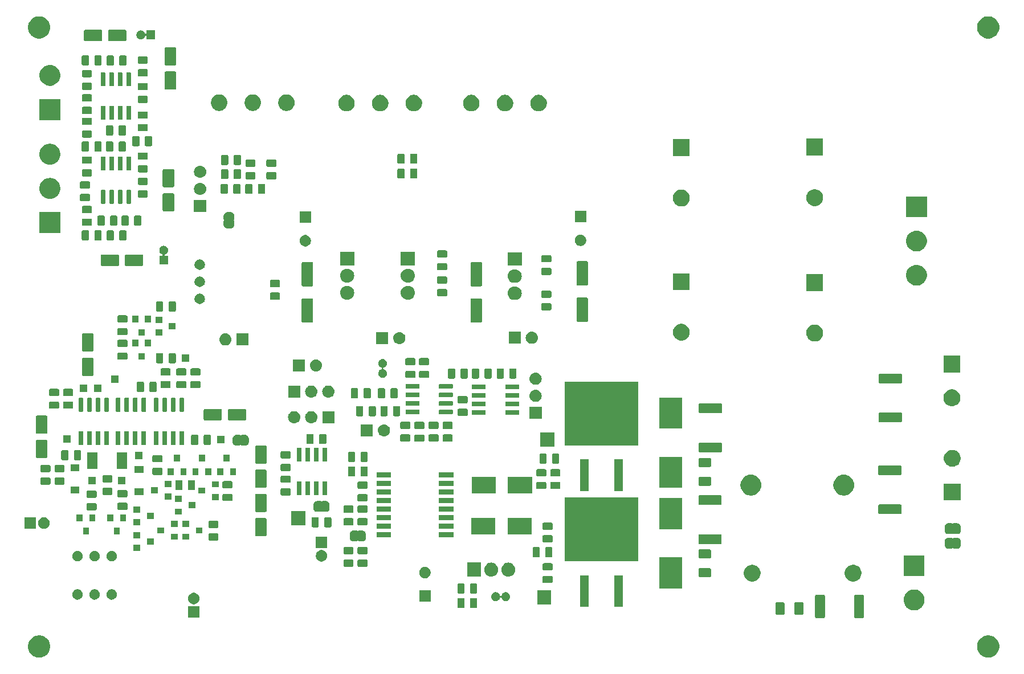
<source format=gts>
G04 #@! TF.GenerationSoftware,KiCad,Pcbnew,(5.1.2)-2*
G04 #@! TF.CreationDate,2021-06-28T19:19:26-03:00*
G04 #@! TF.ProjectId,Amplificador_v2,416d706c-6966-4696-9361-646f725f7632,rev?*
G04 #@! TF.SameCoordinates,Original*
G04 #@! TF.FileFunction,Soldermask,Top*
G04 #@! TF.FilePolarity,Negative*
%FSLAX46Y46*%
G04 Gerber Fmt 4.6, Leading zero omitted, Abs format (unit mm)*
G04 Created by KiCad (PCBNEW (5.1.2)-2) date 2021-06-28 19:19:26*
%MOMM*%
%LPD*%
G04 APERTURE LIST*
%ADD10C,0.100000*%
G04 APERTURE END LIST*
D10*
G36*
X191375256Y-173891298D02*
G01*
X191481579Y-173912447D01*
X191782042Y-174036903D01*
X192052451Y-174217585D01*
X192282415Y-174447549D01*
X192463097Y-174717958D01*
X192587553Y-175018421D01*
X192651000Y-175337391D01*
X192651000Y-175662609D01*
X192587553Y-175981579D01*
X192463097Y-176282042D01*
X192282415Y-176552451D01*
X192052451Y-176782415D01*
X191782042Y-176963097D01*
X191481579Y-177087553D01*
X191375256Y-177108702D01*
X191162611Y-177151000D01*
X190837389Y-177151000D01*
X190624744Y-177108702D01*
X190518421Y-177087553D01*
X190217958Y-176963097D01*
X189947549Y-176782415D01*
X189717585Y-176552451D01*
X189536903Y-176282042D01*
X189412447Y-175981579D01*
X189349000Y-175662609D01*
X189349000Y-175337391D01*
X189412447Y-175018421D01*
X189536903Y-174717958D01*
X189717585Y-174447549D01*
X189947549Y-174217585D01*
X190217958Y-174036903D01*
X190518421Y-173912447D01*
X190624744Y-173891298D01*
X190837389Y-173849000D01*
X191162611Y-173849000D01*
X191375256Y-173891298D01*
X191375256Y-173891298D01*
G37*
G36*
X50375256Y-173891298D02*
G01*
X50481579Y-173912447D01*
X50782042Y-174036903D01*
X51052451Y-174217585D01*
X51282415Y-174447549D01*
X51463097Y-174717958D01*
X51587553Y-175018421D01*
X51651000Y-175337391D01*
X51651000Y-175662609D01*
X51587553Y-175981579D01*
X51463097Y-176282042D01*
X51282415Y-176552451D01*
X51052451Y-176782415D01*
X50782042Y-176963097D01*
X50481579Y-177087553D01*
X50375256Y-177108702D01*
X50162611Y-177151000D01*
X49837389Y-177151000D01*
X49624744Y-177108702D01*
X49518421Y-177087553D01*
X49217958Y-176963097D01*
X48947549Y-176782415D01*
X48717585Y-176552451D01*
X48536903Y-176282042D01*
X48412447Y-175981579D01*
X48349000Y-175662609D01*
X48349000Y-175337391D01*
X48412447Y-175018421D01*
X48536903Y-174717958D01*
X48717585Y-174447549D01*
X48947549Y-174217585D01*
X49217958Y-174036903D01*
X49518421Y-173912447D01*
X49624744Y-173891298D01*
X49837389Y-173849000D01*
X50162611Y-173849000D01*
X50375256Y-173891298D01*
X50375256Y-173891298D01*
G37*
G36*
X166582798Y-167823247D02*
G01*
X166618367Y-167834037D01*
X166651139Y-167851554D01*
X166679869Y-167875131D01*
X166703446Y-167903861D01*
X166720963Y-167936633D01*
X166731753Y-167972202D01*
X166736000Y-168015325D01*
X166736000Y-171074675D01*
X166731753Y-171117798D01*
X166720963Y-171153367D01*
X166703446Y-171186139D01*
X166679869Y-171214869D01*
X166651139Y-171238446D01*
X166618367Y-171255963D01*
X166582798Y-171266753D01*
X166539675Y-171271000D01*
X165480325Y-171271000D01*
X165437202Y-171266753D01*
X165401633Y-171255963D01*
X165368861Y-171238446D01*
X165340131Y-171214869D01*
X165316554Y-171186139D01*
X165299037Y-171153367D01*
X165288247Y-171117798D01*
X165284000Y-171074675D01*
X165284000Y-168015325D01*
X165288247Y-167972202D01*
X165299037Y-167936633D01*
X165316554Y-167903861D01*
X165340131Y-167875131D01*
X165368861Y-167851554D01*
X165401633Y-167834037D01*
X165437202Y-167823247D01*
X165480325Y-167819000D01*
X166539675Y-167819000D01*
X166582798Y-167823247D01*
X166582798Y-167823247D01*
G37*
G36*
X172382798Y-167823247D02*
G01*
X172418367Y-167834037D01*
X172451139Y-167851554D01*
X172479869Y-167875131D01*
X172503446Y-167903861D01*
X172520963Y-167936633D01*
X172531753Y-167972202D01*
X172536000Y-168015325D01*
X172536000Y-171074675D01*
X172531753Y-171117798D01*
X172520963Y-171153367D01*
X172503446Y-171186139D01*
X172479869Y-171214869D01*
X172451139Y-171238446D01*
X172418367Y-171255963D01*
X172382798Y-171266753D01*
X172339675Y-171271000D01*
X171280325Y-171271000D01*
X171237202Y-171266753D01*
X171201633Y-171255963D01*
X171168861Y-171238446D01*
X171140131Y-171214869D01*
X171116554Y-171186139D01*
X171099037Y-171153367D01*
X171088247Y-171117798D01*
X171084000Y-171074675D01*
X171084000Y-168015325D01*
X171088247Y-167972202D01*
X171099037Y-167936633D01*
X171116554Y-167903861D01*
X171140131Y-167875131D01*
X171168861Y-167851554D01*
X171201633Y-167834037D01*
X171237202Y-167823247D01*
X171280325Y-167819000D01*
X172339675Y-167819000D01*
X172382798Y-167823247D01*
X172382798Y-167823247D01*
G37*
G36*
X73812500Y-171221500D02*
G01*
X72110500Y-171221500D01*
X72110500Y-169519500D01*
X73812500Y-169519500D01*
X73812500Y-171221500D01*
X73812500Y-171221500D01*
G37*
G36*
X163399104Y-168940847D02*
G01*
X163435644Y-168951932D01*
X163469321Y-168969933D01*
X163498841Y-168994159D01*
X163523067Y-169023679D01*
X163541068Y-169057356D01*
X163552153Y-169093896D01*
X163556500Y-169138038D01*
X163556500Y-170586962D01*
X163552153Y-170631104D01*
X163541068Y-170667644D01*
X163523067Y-170701321D01*
X163498841Y-170730841D01*
X163469321Y-170755067D01*
X163435644Y-170773068D01*
X163399104Y-170784153D01*
X163354962Y-170788500D01*
X162406038Y-170788500D01*
X162361896Y-170784153D01*
X162325356Y-170773068D01*
X162291679Y-170755067D01*
X162262159Y-170730841D01*
X162237933Y-170701321D01*
X162219932Y-170667644D01*
X162208847Y-170631104D01*
X162204500Y-170586962D01*
X162204500Y-169138038D01*
X162208847Y-169093896D01*
X162219932Y-169057356D01*
X162237933Y-169023679D01*
X162262159Y-168994159D01*
X162291679Y-168969933D01*
X162325356Y-168951932D01*
X162361896Y-168940847D01*
X162406038Y-168936500D01*
X163354962Y-168936500D01*
X163399104Y-168940847D01*
X163399104Y-168940847D01*
G37*
G36*
X160599104Y-168940847D02*
G01*
X160635644Y-168951932D01*
X160669321Y-168969933D01*
X160698841Y-168994159D01*
X160723067Y-169023679D01*
X160741068Y-169057356D01*
X160752153Y-169093896D01*
X160756500Y-169138038D01*
X160756500Y-170586962D01*
X160752153Y-170631104D01*
X160741068Y-170667644D01*
X160723067Y-170701321D01*
X160698841Y-170730841D01*
X160669321Y-170755067D01*
X160635644Y-170773068D01*
X160599104Y-170784153D01*
X160554962Y-170788500D01*
X159606038Y-170788500D01*
X159561896Y-170784153D01*
X159525356Y-170773068D01*
X159491679Y-170755067D01*
X159462159Y-170730841D01*
X159437933Y-170701321D01*
X159419932Y-170667644D01*
X159408847Y-170631104D01*
X159404500Y-170586962D01*
X159404500Y-169138038D01*
X159408847Y-169093896D01*
X159419932Y-169057356D01*
X159437933Y-169023679D01*
X159462159Y-168994159D01*
X159491679Y-168969933D01*
X159525356Y-168951932D01*
X159561896Y-168940847D01*
X159606038Y-168936500D01*
X160554962Y-168936500D01*
X160599104Y-168940847D01*
X160599104Y-168940847D01*
G37*
G36*
X180302585Y-167058802D02*
G01*
X180452410Y-167088604D01*
X180734674Y-167205521D01*
X180988705Y-167375259D01*
X181204741Y-167591295D01*
X181374479Y-167845326D01*
X181491396Y-168127590D01*
X181503353Y-168187703D01*
X181551000Y-168427239D01*
X181551000Y-168732761D01*
X181523303Y-168872000D01*
X181491396Y-169032410D01*
X181374479Y-169314674D01*
X181204741Y-169568705D01*
X180988705Y-169784741D01*
X180734674Y-169954479D01*
X180452410Y-170071396D01*
X180302585Y-170101198D01*
X180152761Y-170131000D01*
X179847239Y-170131000D01*
X179697415Y-170101198D01*
X179547590Y-170071396D01*
X179265326Y-169954479D01*
X179011295Y-169784741D01*
X178795259Y-169568705D01*
X178625521Y-169314674D01*
X178508604Y-169032410D01*
X178476697Y-168872000D01*
X178449000Y-168732761D01*
X178449000Y-168427239D01*
X178496647Y-168187703D01*
X178508604Y-168127590D01*
X178625521Y-167845326D01*
X178795259Y-167591295D01*
X179011295Y-167375259D01*
X179265326Y-167205521D01*
X179547590Y-167088604D01*
X179697415Y-167058802D01*
X179847239Y-167029000D01*
X180152761Y-167029000D01*
X180302585Y-167058802D01*
X180302585Y-167058802D01*
G37*
G36*
X114910968Y-168290565D02*
G01*
X114949638Y-168302296D01*
X114985277Y-168321346D01*
X115016517Y-168346983D01*
X115042154Y-168378223D01*
X115061204Y-168413862D01*
X115072935Y-168452532D01*
X115077500Y-168498888D01*
X115077500Y-169575112D01*
X115072935Y-169621468D01*
X115061204Y-169660138D01*
X115042154Y-169695777D01*
X115016517Y-169727017D01*
X114985277Y-169752654D01*
X114949638Y-169771704D01*
X114910968Y-169783435D01*
X114864612Y-169788000D01*
X114213388Y-169788000D01*
X114167032Y-169783435D01*
X114128362Y-169771704D01*
X114092723Y-169752654D01*
X114061483Y-169727017D01*
X114035846Y-169695777D01*
X114016796Y-169660138D01*
X114005065Y-169621468D01*
X114000500Y-169575112D01*
X114000500Y-168498888D01*
X114005065Y-168452532D01*
X114016796Y-168413862D01*
X114035846Y-168378223D01*
X114061483Y-168346983D01*
X114092723Y-168321346D01*
X114128362Y-168302296D01*
X114167032Y-168290565D01*
X114213388Y-168286000D01*
X114864612Y-168286000D01*
X114910968Y-168290565D01*
X114910968Y-168290565D01*
G37*
G36*
X113035968Y-168290565D02*
G01*
X113074638Y-168302296D01*
X113110277Y-168321346D01*
X113141517Y-168346983D01*
X113167154Y-168378223D01*
X113186204Y-168413862D01*
X113197935Y-168452532D01*
X113202500Y-168498888D01*
X113202500Y-169575112D01*
X113197935Y-169621468D01*
X113186204Y-169660138D01*
X113167154Y-169695777D01*
X113141517Y-169727017D01*
X113110277Y-169752654D01*
X113074638Y-169771704D01*
X113035968Y-169783435D01*
X112989612Y-169788000D01*
X112338388Y-169788000D01*
X112292032Y-169783435D01*
X112253362Y-169771704D01*
X112217723Y-169752654D01*
X112186483Y-169727017D01*
X112160846Y-169695777D01*
X112141796Y-169660138D01*
X112130065Y-169621468D01*
X112125500Y-169575112D01*
X112125500Y-168498888D01*
X112130065Y-168452532D01*
X112141796Y-168413862D01*
X112160846Y-168378223D01*
X112186483Y-168346983D01*
X112217723Y-168321346D01*
X112253362Y-168302296D01*
X112292032Y-168290565D01*
X112338388Y-168286000D01*
X112989612Y-168286000D01*
X113035968Y-168290565D01*
X113035968Y-168290565D01*
G37*
G36*
X131601500Y-169606500D02*
G01*
X130399500Y-169606500D01*
X130399500Y-164904500D01*
X131601500Y-164904500D01*
X131601500Y-169606500D01*
X131601500Y-169606500D01*
G37*
G36*
X136681500Y-169606500D02*
G01*
X135479500Y-169606500D01*
X135479500Y-164904500D01*
X136681500Y-164904500D01*
X136681500Y-169606500D01*
X136681500Y-169606500D01*
G37*
G36*
X126082500Y-169262500D02*
G01*
X123980500Y-169262500D01*
X123980500Y-167160500D01*
X126082500Y-167160500D01*
X126082500Y-169262500D01*
X126082500Y-169262500D01*
G37*
G36*
X73209728Y-167552203D02*
G01*
X73364600Y-167616353D01*
X73503981Y-167709485D01*
X73622515Y-167828019D01*
X73715647Y-167967400D01*
X73779797Y-168122272D01*
X73812500Y-168286684D01*
X73812500Y-168454316D01*
X73779797Y-168618728D01*
X73715647Y-168773600D01*
X73622515Y-168912981D01*
X73503981Y-169031515D01*
X73364600Y-169124647D01*
X73209728Y-169188797D01*
X73045316Y-169221500D01*
X72877684Y-169221500D01*
X72713272Y-169188797D01*
X72558400Y-169124647D01*
X72419019Y-169031515D01*
X72300485Y-168912981D01*
X72207353Y-168773600D01*
X72143203Y-168618728D01*
X72110500Y-168454316D01*
X72110500Y-168286684D01*
X72143203Y-168122272D01*
X72207353Y-167967400D01*
X72300485Y-167828019D01*
X72419019Y-167709485D01*
X72558400Y-167616353D01*
X72713272Y-167552203D01*
X72877684Y-167519500D01*
X73045316Y-167519500D01*
X73209728Y-167552203D01*
X73209728Y-167552203D01*
G37*
G36*
X108166000Y-168872000D02*
G01*
X106464000Y-168872000D01*
X106464000Y-167170000D01*
X108166000Y-167170000D01*
X108166000Y-168872000D01*
X108166000Y-168872000D01*
G37*
G36*
X118006390Y-167458517D02*
G01*
X118109286Y-167501138D01*
X118124864Y-167507591D01*
X118231488Y-167578835D01*
X118322165Y-167669512D01*
X118393409Y-167776136D01*
X118442483Y-167894610D01*
X118443903Y-167901749D01*
X118451016Y-167925198D01*
X118462567Y-167946809D01*
X118478112Y-167965751D01*
X118497054Y-167981297D01*
X118518664Y-167992848D01*
X118542113Y-167999961D01*
X118566499Y-168002363D01*
X118590885Y-167999961D01*
X118614334Y-167992848D01*
X118635945Y-167981297D01*
X118654887Y-167965752D01*
X118670433Y-167946810D01*
X118681984Y-167925200D01*
X118689097Y-167901749D01*
X118690517Y-167894610D01*
X118739591Y-167776136D01*
X118810835Y-167669512D01*
X118901512Y-167578835D01*
X119008136Y-167507591D01*
X119023715Y-167501138D01*
X119126610Y-167458517D01*
X119252381Y-167433500D01*
X119380619Y-167433500D01*
X119506390Y-167458517D01*
X119609286Y-167501138D01*
X119624864Y-167507591D01*
X119688541Y-167550139D01*
X119731488Y-167578835D01*
X119822165Y-167669512D01*
X119893410Y-167776138D01*
X119942483Y-167894610D01*
X119967500Y-168020381D01*
X119967500Y-168148619D01*
X119952866Y-168222190D01*
X119942483Y-168274390D01*
X119893409Y-168392864D01*
X119822165Y-168499488D01*
X119731488Y-168590165D01*
X119624864Y-168661409D01*
X119624863Y-168661410D01*
X119624862Y-168661410D01*
X119506390Y-168710483D01*
X119380619Y-168735500D01*
X119252381Y-168735500D01*
X119126610Y-168710483D01*
X119008138Y-168661410D01*
X119008137Y-168661410D01*
X119008136Y-168661409D01*
X118901512Y-168590165D01*
X118810835Y-168499488D01*
X118739591Y-168392864D01*
X118690517Y-168274390D01*
X118689097Y-168267251D01*
X118681984Y-168243802D01*
X118670433Y-168222191D01*
X118654888Y-168203249D01*
X118635946Y-168187703D01*
X118614336Y-168176152D01*
X118590887Y-168169039D01*
X118566501Y-168166637D01*
X118542115Y-168169039D01*
X118518666Y-168176152D01*
X118497055Y-168187703D01*
X118478113Y-168203248D01*
X118462567Y-168222190D01*
X118451016Y-168243800D01*
X118443903Y-168267251D01*
X118442483Y-168274390D01*
X118393409Y-168392864D01*
X118322165Y-168499488D01*
X118231488Y-168590165D01*
X118124864Y-168661409D01*
X118124863Y-168661410D01*
X118124862Y-168661410D01*
X118006390Y-168710483D01*
X117880619Y-168735500D01*
X117752381Y-168735500D01*
X117626610Y-168710483D01*
X117508138Y-168661410D01*
X117508137Y-168661410D01*
X117508136Y-168661409D01*
X117401512Y-168590165D01*
X117310835Y-168499488D01*
X117239591Y-168392864D01*
X117190517Y-168274390D01*
X117180134Y-168222190D01*
X117165500Y-168148619D01*
X117165500Y-168020381D01*
X117190517Y-167894610D01*
X117239590Y-167776138D01*
X117310835Y-167669512D01*
X117401512Y-167578835D01*
X117444459Y-167550139D01*
X117508136Y-167507591D01*
X117523715Y-167501138D01*
X117626610Y-167458517D01*
X117752381Y-167433500D01*
X117880619Y-167433500D01*
X118006390Y-167458517D01*
X118006390Y-167458517D01*
G37*
G36*
X60895089Y-167005876D02*
G01*
X60994393Y-167025629D01*
X61134706Y-167083748D01*
X61260984Y-167168125D01*
X61368375Y-167275516D01*
X61452752Y-167401794D01*
X61510871Y-167542107D01*
X61525639Y-167616352D01*
X61540500Y-167691062D01*
X61540500Y-167842938D01*
X61534096Y-167875131D01*
X61510871Y-167991893D01*
X61452752Y-168132206D01*
X61368375Y-168258484D01*
X61260984Y-168365875D01*
X61134706Y-168450252D01*
X60994393Y-168508371D01*
X60895089Y-168528124D01*
X60845438Y-168538000D01*
X60693562Y-168538000D01*
X60643911Y-168528124D01*
X60544607Y-168508371D01*
X60404294Y-168450252D01*
X60278016Y-168365875D01*
X60170625Y-168258484D01*
X60086248Y-168132206D01*
X60028129Y-167991893D01*
X60004904Y-167875131D01*
X59998500Y-167842938D01*
X59998500Y-167691062D01*
X60013361Y-167616352D01*
X60028129Y-167542107D01*
X60086248Y-167401794D01*
X60170625Y-167275516D01*
X60278016Y-167168125D01*
X60404294Y-167083748D01*
X60544607Y-167025629D01*
X60643911Y-167005876D01*
X60693562Y-166996000D01*
X60845438Y-166996000D01*
X60895089Y-167005876D01*
X60895089Y-167005876D01*
G37*
G36*
X55815089Y-167005876D02*
G01*
X55914393Y-167025629D01*
X56054706Y-167083748D01*
X56180984Y-167168125D01*
X56288375Y-167275516D01*
X56372752Y-167401794D01*
X56430871Y-167542107D01*
X56445639Y-167616352D01*
X56460500Y-167691062D01*
X56460500Y-167842938D01*
X56454096Y-167875131D01*
X56430871Y-167991893D01*
X56372752Y-168132206D01*
X56288375Y-168258484D01*
X56180984Y-168365875D01*
X56054706Y-168450252D01*
X55914393Y-168508371D01*
X55815089Y-168528124D01*
X55765438Y-168538000D01*
X55613562Y-168538000D01*
X55563911Y-168528124D01*
X55464607Y-168508371D01*
X55324294Y-168450252D01*
X55198016Y-168365875D01*
X55090625Y-168258484D01*
X55006248Y-168132206D01*
X54948129Y-167991893D01*
X54924904Y-167875131D01*
X54918500Y-167842938D01*
X54918500Y-167691062D01*
X54933361Y-167616352D01*
X54948129Y-167542107D01*
X55006248Y-167401794D01*
X55090625Y-167275516D01*
X55198016Y-167168125D01*
X55324294Y-167083748D01*
X55464607Y-167025629D01*
X55563911Y-167005876D01*
X55613562Y-166996000D01*
X55765438Y-166996000D01*
X55815089Y-167005876D01*
X55815089Y-167005876D01*
G37*
G36*
X58355089Y-167005876D02*
G01*
X58454393Y-167025629D01*
X58594706Y-167083748D01*
X58720984Y-167168125D01*
X58828375Y-167275516D01*
X58912752Y-167401794D01*
X58970871Y-167542107D01*
X58985639Y-167616352D01*
X59000500Y-167691062D01*
X59000500Y-167842938D01*
X58994096Y-167875131D01*
X58970871Y-167991893D01*
X58912752Y-168132206D01*
X58828375Y-168258484D01*
X58720984Y-168365875D01*
X58594706Y-168450252D01*
X58454393Y-168508371D01*
X58355089Y-168528124D01*
X58305438Y-168538000D01*
X58153562Y-168538000D01*
X58103911Y-168528124D01*
X58004607Y-168508371D01*
X57864294Y-168450252D01*
X57738016Y-168365875D01*
X57630625Y-168258484D01*
X57546248Y-168132206D01*
X57488129Y-167991893D01*
X57464904Y-167875131D01*
X57458500Y-167842938D01*
X57458500Y-167691062D01*
X57473361Y-167616352D01*
X57488129Y-167542107D01*
X57546248Y-167401794D01*
X57630625Y-167275516D01*
X57738016Y-167168125D01*
X57864294Y-167083748D01*
X58004607Y-167025629D01*
X58103911Y-167005876D01*
X58153562Y-166996000D01*
X58305438Y-166996000D01*
X58355089Y-167005876D01*
X58355089Y-167005876D01*
G37*
G36*
X113035968Y-166131565D02*
G01*
X113074638Y-166143296D01*
X113110277Y-166162346D01*
X113141517Y-166187983D01*
X113167154Y-166219223D01*
X113186204Y-166254862D01*
X113197935Y-166293532D01*
X113202500Y-166339888D01*
X113202500Y-167416112D01*
X113197935Y-167462468D01*
X113186204Y-167501138D01*
X113167154Y-167536777D01*
X113141517Y-167568017D01*
X113110277Y-167593654D01*
X113074638Y-167612704D01*
X113035968Y-167624435D01*
X112989612Y-167629000D01*
X112338388Y-167629000D01*
X112292032Y-167624435D01*
X112253362Y-167612704D01*
X112217723Y-167593654D01*
X112186483Y-167568017D01*
X112160846Y-167536777D01*
X112141796Y-167501138D01*
X112130065Y-167462468D01*
X112125500Y-167416112D01*
X112125500Y-166339888D01*
X112130065Y-166293532D01*
X112141796Y-166254862D01*
X112160846Y-166219223D01*
X112186483Y-166187983D01*
X112217723Y-166162346D01*
X112253362Y-166143296D01*
X112292032Y-166131565D01*
X112338388Y-166127000D01*
X112989612Y-166127000D01*
X113035968Y-166131565D01*
X113035968Y-166131565D01*
G37*
G36*
X114910968Y-166131565D02*
G01*
X114949638Y-166143296D01*
X114985277Y-166162346D01*
X115016517Y-166187983D01*
X115042154Y-166219223D01*
X115061204Y-166254862D01*
X115072935Y-166293532D01*
X115077500Y-166339888D01*
X115077500Y-167416112D01*
X115072935Y-167462468D01*
X115061204Y-167501138D01*
X115042154Y-167536777D01*
X115016517Y-167568017D01*
X114985277Y-167593654D01*
X114949638Y-167612704D01*
X114910968Y-167624435D01*
X114864612Y-167629000D01*
X114213388Y-167629000D01*
X114167032Y-167624435D01*
X114128362Y-167612704D01*
X114092723Y-167593654D01*
X114061483Y-167568017D01*
X114035846Y-167536777D01*
X114016796Y-167501138D01*
X114005065Y-167462468D01*
X114000500Y-167416112D01*
X114000500Y-166339888D01*
X114005065Y-166293532D01*
X114016796Y-166254862D01*
X114035846Y-166219223D01*
X114061483Y-166187983D01*
X114092723Y-166162346D01*
X114128362Y-166143296D01*
X114167032Y-166131565D01*
X114213388Y-166127000D01*
X114864612Y-166127000D01*
X114910968Y-166131565D01*
X114910968Y-166131565D01*
G37*
G36*
X145528500Y-166848000D02*
G01*
X142126500Y-166848000D01*
X142126500Y-162246000D01*
X145528500Y-162246000D01*
X145528500Y-166848000D01*
X145528500Y-166848000D01*
G37*
G36*
X126123968Y-164995565D02*
G01*
X126162638Y-165007296D01*
X126198277Y-165026346D01*
X126229517Y-165051983D01*
X126255154Y-165083223D01*
X126274204Y-165118862D01*
X126285935Y-165157532D01*
X126290500Y-165203888D01*
X126290500Y-165855112D01*
X126285935Y-165901468D01*
X126274204Y-165940138D01*
X126255154Y-165975777D01*
X126229517Y-166007017D01*
X126198277Y-166032654D01*
X126162638Y-166051704D01*
X126123968Y-166063435D01*
X126077612Y-166068000D01*
X125001388Y-166068000D01*
X124955032Y-166063435D01*
X124916362Y-166051704D01*
X124880723Y-166032654D01*
X124849483Y-166007017D01*
X124823846Y-165975777D01*
X124804796Y-165940138D01*
X124793065Y-165901468D01*
X124788500Y-165855112D01*
X124788500Y-165203888D01*
X124793065Y-165157532D01*
X124804796Y-165118862D01*
X124823846Y-165083223D01*
X124849483Y-165051983D01*
X124880723Y-165026346D01*
X124916362Y-165007296D01*
X124955032Y-164995565D01*
X125001388Y-164991000D01*
X126077612Y-164991000D01*
X126123968Y-164995565D01*
X126123968Y-164995565D01*
G37*
G36*
X171306903Y-163389075D02*
G01*
X171517455Y-163476288D01*
X171534571Y-163483378D01*
X171739466Y-163620285D01*
X171913715Y-163794534D01*
X172042455Y-163987207D01*
X172050623Y-163999431D01*
X172144925Y-164227097D01*
X172193000Y-164468786D01*
X172193000Y-164715214D01*
X172144925Y-164956903D01*
X172061955Y-165157212D01*
X172050622Y-165184571D01*
X171913715Y-165389466D01*
X171739466Y-165563715D01*
X171534571Y-165700622D01*
X171534570Y-165700623D01*
X171534569Y-165700623D01*
X171306903Y-165794925D01*
X171065214Y-165843000D01*
X170818786Y-165843000D01*
X170577097Y-165794925D01*
X170349431Y-165700623D01*
X170349430Y-165700623D01*
X170349429Y-165700622D01*
X170144534Y-165563715D01*
X169970285Y-165389466D01*
X169833378Y-165184571D01*
X169822046Y-165157212D01*
X169739075Y-164956903D01*
X169691000Y-164715214D01*
X169691000Y-164468786D01*
X169739075Y-164227097D01*
X169833377Y-163999431D01*
X169841545Y-163987207D01*
X169970285Y-163794534D01*
X170144534Y-163620285D01*
X170349429Y-163483378D01*
X170366546Y-163476288D01*
X170577097Y-163389075D01*
X170818786Y-163341000D01*
X171065214Y-163341000D01*
X171306903Y-163389075D01*
X171306903Y-163389075D01*
G37*
G36*
X156306903Y-163389075D02*
G01*
X156517455Y-163476288D01*
X156534571Y-163483378D01*
X156739466Y-163620285D01*
X156913715Y-163794534D01*
X157042455Y-163987207D01*
X157050623Y-163999431D01*
X157144925Y-164227097D01*
X157193000Y-164468786D01*
X157193000Y-164715214D01*
X157144925Y-164956903D01*
X157061955Y-165157212D01*
X157050622Y-165184571D01*
X156913715Y-165389466D01*
X156739466Y-165563715D01*
X156534571Y-165700622D01*
X156534570Y-165700623D01*
X156534569Y-165700623D01*
X156306903Y-165794925D01*
X156065214Y-165843000D01*
X155818786Y-165843000D01*
X155577097Y-165794925D01*
X155349431Y-165700623D01*
X155349430Y-165700623D01*
X155349429Y-165700622D01*
X155144534Y-165563715D01*
X154970285Y-165389466D01*
X154833378Y-165184571D01*
X154822046Y-165157212D01*
X154739075Y-164956903D01*
X154691000Y-164715214D01*
X154691000Y-164468786D01*
X154739075Y-164227097D01*
X154833377Y-163999431D01*
X154841545Y-163987207D01*
X154970285Y-163794534D01*
X155144534Y-163620285D01*
X155349429Y-163483378D01*
X155366546Y-163476288D01*
X155577097Y-163389075D01*
X155818786Y-163341000D01*
X156065214Y-163341000D01*
X156306903Y-163389075D01*
X156306903Y-163389075D01*
G37*
G36*
X107563228Y-163702703D02*
G01*
X107718100Y-163766853D01*
X107857481Y-163859985D01*
X107976015Y-163978519D01*
X108069147Y-164117900D01*
X108133297Y-164272772D01*
X108166000Y-164437184D01*
X108166000Y-164604816D01*
X108133297Y-164769228D01*
X108069147Y-164924100D01*
X107976015Y-165063481D01*
X107857481Y-165182015D01*
X107718100Y-165275147D01*
X107563228Y-165339297D01*
X107398816Y-165372000D01*
X107231184Y-165372000D01*
X107066772Y-165339297D01*
X106911900Y-165275147D01*
X106772519Y-165182015D01*
X106653985Y-165063481D01*
X106560853Y-164924100D01*
X106496703Y-164769228D01*
X106464000Y-164604816D01*
X106464000Y-164437184D01*
X106496703Y-164272772D01*
X106560853Y-164117900D01*
X106653985Y-163978519D01*
X106772519Y-163859985D01*
X106911900Y-163766853D01*
X107066772Y-163702703D01*
X107231184Y-163670000D01*
X107398816Y-163670000D01*
X107563228Y-163702703D01*
X107563228Y-163702703D01*
G37*
G36*
X149676104Y-163859847D02*
G01*
X149712644Y-163870932D01*
X149746321Y-163888933D01*
X149775841Y-163913159D01*
X149800067Y-163942679D01*
X149818068Y-163976356D01*
X149829153Y-164012896D01*
X149833500Y-164057038D01*
X149833500Y-165005962D01*
X149829153Y-165050104D01*
X149818068Y-165086644D01*
X149800067Y-165120321D01*
X149775841Y-165149841D01*
X149746321Y-165174067D01*
X149712644Y-165192068D01*
X149676104Y-165203153D01*
X149631962Y-165207500D01*
X148183038Y-165207500D01*
X148138896Y-165203153D01*
X148102356Y-165192068D01*
X148068679Y-165174067D01*
X148039159Y-165149841D01*
X148014933Y-165120321D01*
X147996932Y-165086644D01*
X147985847Y-165050104D01*
X147981500Y-165005962D01*
X147981500Y-164057038D01*
X147985847Y-164012896D01*
X147996932Y-163976356D01*
X148014933Y-163942679D01*
X148039159Y-163913159D01*
X148068679Y-163888933D01*
X148102356Y-163870932D01*
X148138896Y-163859847D01*
X148183038Y-163855500D01*
X149631962Y-163855500D01*
X149676104Y-163859847D01*
X149676104Y-163859847D01*
G37*
G36*
X117354219Y-163047520D02*
G01*
X117543380Y-163104901D01*
X117543383Y-163104902D01*
X117630273Y-163151346D01*
X117717712Y-163198083D01*
X117870515Y-163323485D01*
X117995917Y-163476288D01*
X118089099Y-163650619D01*
X118146480Y-163839780D01*
X118161000Y-163987206D01*
X118161000Y-164180793D01*
X118146480Y-164328219D01*
X118103840Y-164468786D01*
X118089098Y-164517383D01*
X118042364Y-164604815D01*
X117995917Y-164691712D01*
X117870515Y-164844515D01*
X117717712Y-164969917D01*
X117543381Y-165063099D01*
X117354220Y-165120480D01*
X117157500Y-165139855D01*
X116960781Y-165120480D01*
X116771620Y-165063099D01*
X116597288Y-164969917D01*
X116444485Y-164844515D01*
X116319083Y-164691712D01*
X116225901Y-164517381D01*
X116168520Y-164328220D01*
X116155202Y-164193000D01*
X116154000Y-164180795D01*
X116154000Y-163987206D01*
X116168520Y-163839783D01*
X116168520Y-163839781D01*
X116225901Y-163650620D01*
X116225902Y-163650617D01*
X116312573Y-163488468D01*
X116319083Y-163476288D01*
X116444485Y-163323485D01*
X116597288Y-163198083D01*
X116771619Y-163104901D01*
X116960780Y-163047520D01*
X117157500Y-163028145D01*
X117354219Y-163047520D01*
X117354219Y-163047520D01*
G37*
G36*
X119894219Y-163047520D02*
G01*
X120083380Y-163104901D01*
X120083383Y-163104902D01*
X120170273Y-163151346D01*
X120257712Y-163198083D01*
X120410515Y-163323485D01*
X120535917Y-163476288D01*
X120629099Y-163650619D01*
X120686480Y-163839780D01*
X120701000Y-163987206D01*
X120701000Y-164180793D01*
X120686480Y-164328219D01*
X120643840Y-164468786D01*
X120629098Y-164517383D01*
X120582364Y-164604815D01*
X120535917Y-164691712D01*
X120410515Y-164844515D01*
X120257712Y-164969917D01*
X120083381Y-165063099D01*
X119894220Y-165120480D01*
X119697500Y-165139855D01*
X119500781Y-165120480D01*
X119311620Y-165063099D01*
X119137288Y-164969917D01*
X118984485Y-164844515D01*
X118859083Y-164691712D01*
X118765901Y-164517381D01*
X118708520Y-164328220D01*
X118695202Y-164193000D01*
X118694000Y-164180795D01*
X118694000Y-163987206D01*
X118708520Y-163839783D01*
X118708520Y-163839781D01*
X118765901Y-163650620D01*
X118765902Y-163650617D01*
X118852573Y-163488468D01*
X118859083Y-163476288D01*
X118984485Y-163323485D01*
X119137288Y-163198083D01*
X119311619Y-163104901D01*
X119500780Y-163047520D01*
X119697500Y-163028145D01*
X119894219Y-163047520D01*
X119894219Y-163047520D01*
G37*
G36*
X115621000Y-165135000D02*
G01*
X113614000Y-165135000D01*
X113614000Y-163033000D01*
X115621000Y-163033000D01*
X115621000Y-165135000D01*
X115621000Y-165135000D01*
G37*
G36*
X181551000Y-165051000D02*
G01*
X178449000Y-165051000D01*
X178449000Y-161949000D01*
X181551000Y-161949000D01*
X181551000Y-165051000D01*
X181551000Y-165051000D01*
G37*
G36*
X126123968Y-163120565D02*
G01*
X126162638Y-163132296D01*
X126198277Y-163151346D01*
X126229517Y-163176983D01*
X126255154Y-163208223D01*
X126274204Y-163243862D01*
X126285935Y-163282532D01*
X126290500Y-163328888D01*
X126290500Y-163980112D01*
X126285935Y-164026468D01*
X126274204Y-164065138D01*
X126255154Y-164100777D01*
X126229517Y-164132017D01*
X126198277Y-164157654D01*
X126162638Y-164176704D01*
X126123968Y-164188435D01*
X126077612Y-164193000D01*
X125001388Y-164193000D01*
X124955032Y-164188435D01*
X124916362Y-164176704D01*
X124880723Y-164157654D01*
X124849483Y-164132017D01*
X124823846Y-164100777D01*
X124804796Y-164065138D01*
X124793065Y-164026468D01*
X124788500Y-163980112D01*
X124788500Y-163328888D01*
X124793065Y-163282532D01*
X124804796Y-163243862D01*
X124823846Y-163208223D01*
X124849483Y-163176983D01*
X124880723Y-163151346D01*
X124916362Y-163132296D01*
X124955032Y-163120565D01*
X125001388Y-163116000D01*
X126077612Y-163116000D01*
X126123968Y-163120565D01*
X126123968Y-163120565D01*
G37*
G36*
X98628468Y-162582565D02*
G01*
X98667138Y-162594296D01*
X98702777Y-162613346D01*
X98734017Y-162638983D01*
X98759654Y-162670223D01*
X98778704Y-162705862D01*
X98790435Y-162744532D01*
X98795000Y-162790888D01*
X98795000Y-163442112D01*
X98790435Y-163488468D01*
X98778704Y-163527138D01*
X98759654Y-163562777D01*
X98734017Y-163594017D01*
X98702777Y-163619654D01*
X98667138Y-163638704D01*
X98628468Y-163650435D01*
X98582112Y-163655000D01*
X97505888Y-163655000D01*
X97459532Y-163650435D01*
X97420862Y-163638704D01*
X97385223Y-163619654D01*
X97353983Y-163594017D01*
X97328346Y-163562777D01*
X97309296Y-163527138D01*
X97297565Y-163488468D01*
X97293000Y-163442112D01*
X97293000Y-162790888D01*
X97297565Y-162744532D01*
X97309296Y-162705862D01*
X97328346Y-162670223D01*
X97353983Y-162638983D01*
X97385223Y-162613346D01*
X97420862Y-162594296D01*
X97459532Y-162582565D01*
X97505888Y-162578000D01*
X98582112Y-162578000D01*
X98628468Y-162582565D01*
X98628468Y-162582565D01*
G37*
G36*
X96532968Y-162582565D02*
G01*
X96571638Y-162594296D01*
X96607277Y-162613346D01*
X96638517Y-162638983D01*
X96664154Y-162670223D01*
X96683204Y-162705862D01*
X96694935Y-162744532D01*
X96699500Y-162790888D01*
X96699500Y-163442112D01*
X96694935Y-163488468D01*
X96683204Y-163527138D01*
X96664154Y-163562777D01*
X96638517Y-163594017D01*
X96607277Y-163619654D01*
X96571638Y-163638704D01*
X96532968Y-163650435D01*
X96486612Y-163655000D01*
X95410388Y-163655000D01*
X95364032Y-163650435D01*
X95325362Y-163638704D01*
X95289723Y-163619654D01*
X95258483Y-163594017D01*
X95232846Y-163562777D01*
X95213796Y-163527138D01*
X95202065Y-163488468D01*
X95197500Y-163442112D01*
X95197500Y-162790888D01*
X95202065Y-162744532D01*
X95213796Y-162705862D01*
X95232846Y-162670223D01*
X95258483Y-162638983D01*
X95289723Y-162613346D01*
X95325362Y-162594296D01*
X95364032Y-162582565D01*
X95410388Y-162578000D01*
X96486612Y-162578000D01*
X96532968Y-162582565D01*
X96532968Y-162582565D01*
G37*
G36*
X92196228Y-161201703D02*
G01*
X92351100Y-161265853D01*
X92490481Y-161358985D01*
X92609015Y-161477519D01*
X92702147Y-161616900D01*
X92766297Y-161771772D01*
X92799000Y-161936184D01*
X92799000Y-162103816D01*
X92766297Y-162268228D01*
X92702147Y-162423100D01*
X92609015Y-162562481D01*
X92490481Y-162681015D01*
X92351100Y-162774147D01*
X92196228Y-162838297D01*
X92031816Y-162871000D01*
X91864184Y-162871000D01*
X91699772Y-162838297D01*
X91544900Y-162774147D01*
X91405519Y-162681015D01*
X91286985Y-162562481D01*
X91193853Y-162423100D01*
X91129703Y-162268228D01*
X91097000Y-162103816D01*
X91097000Y-161936184D01*
X91129703Y-161771772D01*
X91193853Y-161616900D01*
X91286985Y-161477519D01*
X91405519Y-161358985D01*
X91544900Y-161265853D01*
X91699772Y-161201703D01*
X91864184Y-161169000D01*
X92031816Y-161169000D01*
X92196228Y-161201703D01*
X92196228Y-161201703D01*
G37*
G36*
X138991500Y-162856500D02*
G01*
X128089500Y-162856500D01*
X128089500Y-153354500D01*
X138991500Y-153354500D01*
X138991500Y-162856500D01*
X138991500Y-162856500D01*
G37*
G36*
X55815089Y-161290876D02*
G01*
X55914393Y-161310629D01*
X56054706Y-161368748D01*
X56180984Y-161453125D01*
X56288375Y-161560516D01*
X56372752Y-161686794D01*
X56430871Y-161827107D01*
X56430871Y-161827109D01*
X56460500Y-161976062D01*
X56460500Y-162127938D01*
X56452030Y-162170517D01*
X56430871Y-162276893D01*
X56372752Y-162417206D01*
X56288375Y-162543484D01*
X56180984Y-162650875D01*
X56054706Y-162735252D01*
X55914393Y-162793371D01*
X55815089Y-162813124D01*
X55765438Y-162823000D01*
X55613562Y-162823000D01*
X55563911Y-162813124D01*
X55464607Y-162793371D01*
X55324294Y-162735252D01*
X55198016Y-162650875D01*
X55090625Y-162543484D01*
X55006248Y-162417206D01*
X54948129Y-162276893D01*
X54926970Y-162170517D01*
X54918500Y-162127938D01*
X54918500Y-161976062D01*
X54948129Y-161827109D01*
X54948129Y-161827107D01*
X55006248Y-161686794D01*
X55090625Y-161560516D01*
X55198016Y-161453125D01*
X55324294Y-161368748D01*
X55464607Y-161310629D01*
X55563911Y-161290876D01*
X55613562Y-161281000D01*
X55765438Y-161281000D01*
X55815089Y-161290876D01*
X55815089Y-161290876D01*
G37*
G36*
X58355089Y-161290876D02*
G01*
X58454393Y-161310629D01*
X58594706Y-161368748D01*
X58720984Y-161453125D01*
X58828375Y-161560516D01*
X58912752Y-161686794D01*
X58970871Y-161827107D01*
X58970871Y-161827109D01*
X59000500Y-161976062D01*
X59000500Y-162127938D01*
X58992030Y-162170517D01*
X58970871Y-162276893D01*
X58912752Y-162417206D01*
X58828375Y-162543484D01*
X58720984Y-162650875D01*
X58594706Y-162735252D01*
X58454393Y-162793371D01*
X58355089Y-162813124D01*
X58305438Y-162823000D01*
X58153562Y-162823000D01*
X58103911Y-162813124D01*
X58004607Y-162793371D01*
X57864294Y-162735252D01*
X57738016Y-162650875D01*
X57630625Y-162543484D01*
X57546248Y-162417206D01*
X57488129Y-162276893D01*
X57466970Y-162170517D01*
X57458500Y-162127938D01*
X57458500Y-161976062D01*
X57488129Y-161827109D01*
X57488129Y-161827107D01*
X57546248Y-161686794D01*
X57630625Y-161560516D01*
X57738016Y-161453125D01*
X57864294Y-161368748D01*
X58004607Y-161310629D01*
X58103911Y-161290876D01*
X58153562Y-161281000D01*
X58305438Y-161281000D01*
X58355089Y-161290876D01*
X58355089Y-161290876D01*
G37*
G36*
X60895089Y-161290876D02*
G01*
X60994393Y-161310629D01*
X61134706Y-161368748D01*
X61260984Y-161453125D01*
X61368375Y-161560516D01*
X61452752Y-161686794D01*
X61510871Y-161827107D01*
X61510871Y-161827109D01*
X61540500Y-161976062D01*
X61540500Y-162127938D01*
X61532030Y-162170517D01*
X61510871Y-162276893D01*
X61452752Y-162417206D01*
X61368375Y-162543484D01*
X61260984Y-162650875D01*
X61134706Y-162735252D01*
X60994393Y-162793371D01*
X60895089Y-162813124D01*
X60845438Y-162823000D01*
X60693562Y-162823000D01*
X60643911Y-162813124D01*
X60544607Y-162793371D01*
X60404294Y-162735252D01*
X60278016Y-162650875D01*
X60170625Y-162543484D01*
X60086248Y-162417206D01*
X60028129Y-162276893D01*
X60006970Y-162170517D01*
X59998500Y-162127938D01*
X59998500Y-161976062D01*
X60028129Y-161827109D01*
X60028129Y-161827107D01*
X60086248Y-161686794D01*
X60170625Y-161560516D01*
X60278016Y-161453125D01*
X60404294Y-161368748D01*
X60544607Y-161310629D01*
X60643911Y-161290876D01*
X60693562Y-161281000D01*
X60845438Y-161281000D01*
X60895089Y-161290876D01*
X60895089Y-161290876D01*
G37*
G36*
X149676104Y-161059847D02*
G01*
X149712644Y-161070932D01*
X149746321Y-161088933D01*
X149775841Y-161113159D01*
X149800067Y-161142679D01*
X149818068Y-161176356D01*
X149829153Y-161212896D01*
X149833500Y-161257038D01*
X149833500Y-162205962D01*
X149829153Y-162250104D01*
X149818068Y-162286644D01*
X149800067Y-162320321D01*
X149775841Y-162349841D01*
X149746321Y-162374067D01*
X149712644Y-162392068D01*
X149676104Y-162403153D01*
X149631962Y-162407500D01*
X148183038Y-162407500D01*
X148138896Y-162403153D01*
X148102356Y-162392068D01*
X148068679Y-162374067D01*
X148039159Y-162349841D01*
X148014933Y-162320321D01*
X147996932Y-162286644D01*
X147985847Y-162250104D01*
X147981500Y-162205962D01*
X147981500Y-161257038D01*
X147985847Y-161212896D01*
X147996932Y-161176356D01*
X148014933Y-161142679D01*
X148039159Y-161113159D01*
X148068679Y-161088933D01*
X148102356Y-161070932D01*
X148138896Y-161059847D01*
X148183038Y-161055500D01*
X149631962Y-161055500D01*
X149676104Y-161059847D01*
X149676104Y-161059847D01*
G37*
G36*
X126086968Y-160734065D02*
G01*
X126125638Y-160745796D01*
X126161277Y-160764846D01*
X126192517Y-160790483D01*
X126218154Y-160821723D01*
X126237204Y-160857362D01*
X126248935Y-160896032D01*
X126253500Y-160942388D01*
X126253500Y-162018612D01*
X126248935Y-162064968D01*
X126237204Y-162103638D01*
X126218154Y-162139277D01*
X126192517Y-162170517D01*
X126161277Y-162196154D01*
X126125638Y-162215204D01*
X126086968Y-162226935D01*
X126040612Y-162231500D01*
X125389388Y-162231500D01*
X125343032Y-162226935D01*
X125304362Y-162215204D01*
X125268723Y-162196154D01*
X125237483Y-162170517D01*
X125211846Y-162139277D01*
X125192796Y-162103638D01*
X125181065Y-162064968D01*
X125176500Y-162018612D01*
X125176500Y-160942388D01*
X125181065Y-160896032D01*
X125192796Y-160857362D01*
X125211846Y-160821723D01*
X125237483Y-160790483D01*
X125268723Y-160764846D01*
X125304362Y-160745796D01*
X125343032Y-160734065D01*
X125389388Y-160729500D01*
X126040612Y-160729500D01*
X126086968Y-160734065D01*
X126086968Y-160734065D01*
G37*
G36*
X124211968Y-160734065D02*
G01*
X124250638Y-160745796D01*
X124286277Y-160764846D01*
X124317517Y-160790483D01*
X124343154Y-160821723D01*
X124362204Y-160857362D01*
X124373935Y-160896032D01*
X124378500Y-160942388D01*
X124378500Y-162018612D01*
X124373935Y-162064968D01*
X124362204Y-162103638D01*
X124343154Y-162139277D01*
X124317517Y-162170517D01*
X124286277Y-162196154D01*
X124250638Y-162215204D01*
X124211968Y-162226935D01*
X124165612Y-162231500D01*
X123514388Y-162231500D01*
X123468032Y-162226935D01*
X123429362Y-162215204D01*
X123393723Y-162196154D01*
X123362483Y-162170517D01*
X123336846Y-162139277D01*
X123317796Y-162103638D01*
X123306065Y-162064968D01*
X123301500Y-162018612D01*
X123301500Y-160942388D01*
X123306065Y-160896032D01*
X123317796Y-160857362D01*
X123336846Y-160821723D01*
X123362483Y-160790483D01*
X123393723Y-160764846D01*
X123429362Y-160745796D01*
X123468032Y-160734065D01*
X123514388Y-160729500D01*
X124165612Y-160729500D01*
X124211968Y-160734065D01*
X124211968Y-160734065D01*
G37*
G36*
X98628468Y-160707565D02*
G01*
X98667138Y-160719296D01*
X98702777Y-160738346D01*
X98734017Y-160763983D01*
X98759654Y-160795223D01*
X98778704Y-160830862D01*
X98790435Y-160869532D01*
X98795000Y-160915888D01*
X98795000Y-161567112D01*
X98790435Y-161613468D01*
X98778704Y-161652138D01*
X98759654Y-161687777D01*
X98734017Y-161719017D01*
X98702777Y-161744654D01*
X98667138Y-161763704D01*
X98628468Y-161775435D01*
X98582112Y-161780000D01*
X97505888Y-161780000D01*
X97459532Y-161775435D01*
X97420862Y-161763704D01*
X97385223Y-161744654D01*
X97353983Y-161719017D01*
X97328346Y-161687777D01*
X97309296Y-161652138D01*
X97297565Y-161613468D01*
X97293000Y-161567112D01*
X97293000Y-160915888D01*
X97297565Y-160869532D01*
X97309296Y-160830862D01*
X97328346Y-160795223D01*
X97353983Y-160763983D01*
X97385223Y-160738346D01*
X97420862Y-160719296D01*
X97459532Y-160707565D01*
X97505888Y-160703000D01*
X98582112Y-160703000D01*
X98628468Y-160707565D01*
X98628468Y-160707565D01*
G37*
G36*
X96532968Y-160707565D02*
G01*
X96571638Y-160719296D01*
X96607277Y-160738346D01*
X96638517Y-160763983D01*
X96664154Y-160795223D01*
X96683204Y-160830862D01*
X96694935Y-160869532D01*
X96699500Y-160915888D01*
X96699500Y-161567112D01*
X96694935Y-161613468D01*
X96683204Y-161652138D01*
X96664154Y-161687777D01*
X96638517Y-161719017D01*
X96607277Y-161744654D01*
X96571638Y-161763704D01*
X96532968Y-161775435D01*
X96486612Y-161780000D01*
X95410388Y-161780000D01*
X95364032Y-161775435D01*
X95325362Y-161763704D01*
X95289723Y-161744654D01*
X95258483Y-161719017D01*
X95232846Y-161687777D01*
X95213796Y-161652138D01*
X95202065Y-161613468D01*
X95197500Y-161567112D01*
X95197500Y-160915888D01*
X95202065Y-160869532D01*
X95213796Y-160830862D01*
X95232846Y-160795223D01*
X95258483Y-160763983D01*
X95289723Y-160738346D01*
X95325362Y-160719296D01*
X95364032Y-160707565D01*
X95410388Y-160703000D01*
X96486612Y-160703000D01*
X96532968Y-160707565D01*
X96532968Y-160707565D01*
G37*
G36*
X65033000Y-161294000D02*
G01*
X64031000Y-161294000D01*
X64031000Y-160392000D01*
X65033000Y-160392000D01*
X65033000Y-161294000D01*
X65033000Y-161294000D01*
G37*
G36*
X185597499Y-159346737D02*
G01*
X185607108Y-159349652D01*
X185615972Y-159354390D01*
X185623737Y-159360763D01*
X185633948Y-159373206D01*
X185640878Y-159383575D01*
X185658205Y-159400902D01*
X185678580Y-159414515D01*
X185701220Y-159423891D01*
X185725253Y-159428671D01*
X185749757Y-159428670D01*
X185773790Y-159423888D01*
X185796429Y-159414510D01*
X185816802Y-159400895D01*
X185834129Y-159383568D01*
X185841058Y-159373198D01*
X185851263Y-159360763D01*
X185859028Y-159354390D01*
X185867892Y-159349652D01*
X185877501Y-159346737D01*
X185893640Y-159345148D01*
X186381361Y-159345148D01*
X186399699Y-159346954D01*
X186411950Y-159347556D01*
X186430369Y-159347556D01*
X186452649Y-159349750D01*
X186536733Y-159366476D01*
X186558160Y-159372976D01*
X186637358Y-159405780D01*
X186642803Y-159408691D01*
X186642809Y-159408693D01*
X186651669Y-159413429D01*
X186651673Y-159413432D01*
X186657114Y-159416340D01*
X186728399Y-159463971D01*
X186745704Y-159478172D01*
X186806328Y-159538796D01*
X186820529Y-159556101D01*
X186868160Y-159627386D01*
X186871068Y-159632827D01*
X186871071Y-159632831D01*
X186875807Y-159641691D01*
X186875809Y-159641697D01*
X186878720Y-159647142D01*
X186911524Y-159726340D01*
X186918024Y-159747767D01*
X186934750Y-159831851D01*
X186936944Y-159854131D01*
X186936944Y-159872550D01*
X186937546Y-159884801D01*
X186939352Y-159903139D01*
X186939352Y-160390862D01*
X186937546Y-160409199D01*
X186936944Y-160421450D01*
X186936944Y-160439869D01*
X186934750Y-160462149D01*
X186918024Y-160546233D01*
X186911524Y-160567660D01*
X186878720Y-160646858D01*
X186875809Y-160652303D01*
X186875807Y-160652309D01*
X186871071Y-160661169D01*
X186871068Y-160661173D01*
X186868160Y-160666614D01*
X186820529Y-160737899D01*
X186806328Y-160755204D01*
X186745704Y-160815828D01*
X186728399Y-160830029D01*
X186657114Y-160877660D01*
X186651673Y-160880568D01*
X186651669Y-160880571D01*
X186642809Y-160885307D01*
X186642803Y-160885309D01*
X186637358Y-160888220D01*
X186558160Y-160921024D01*
X186536733Y-160927524D01*
X186452649Y-160944250D01*
X186430369Y-160946444D01*
X186411950Y-160946444D01*
X186399699Y-160947046D01*
X186381362Y-160948852D01*
X185893640Y-160948852D01*
X185877501Y-160947263D01*
X185867892Y-160944348D01*
X185859028Y-160939610D01*
X185851263Y-160933237D01*
X185841052Y-160920794D01*
X185834122Y-160910425D01*
X185816795Y-160893098D01*
X185796420Y-160879485D01*
X185773780Y-160870109D01*
X185749747Y-160865329D01*
X185725243Y-160865330D01*
X185701210Y-160870112D01*
X185678571Y-160879490D01*
X185658198Y-160893105D01*
X185640871Y-160910432D01*
X185633942Y-160920802D01*
X185623737Y-160933237D01*
X185615972Y-160939610D01*
X185607108Y-160944348D01*
X185597499Y-160947263D01*
X185581360Y-160948852D01*
X185093638Y-160948852D01*
X185075301Y-160947046D01*
X185063050Y-160946444D01*
X185044631Y-160946444D01*
X185022351Y-160944250D01*
X184938267Y-160927524D01*
X184916840Y-160921024D01*
X184837642Y-160888220D01*
X184832197Y-160885309D01*
X184832191Y-160885307D01*
X184823331Y-160880571D01*
X184823327Y-160880568D01*
X184817886Y-160877660D01*
X184746601Y-160830029D01*
X184729296Y-160815828D01*
X184668672Y-160755204D01*
X184654471Y-160737899D01*
X184606840Y-160666614D01*
X184603932Y-160661173D01*
X184603929Y-160661169D01*
X184599193Y-160652309D01*
X184599191Y-160652303D01*
X184596280Y-160646858D01*
X184563476Y-160567660D01*
X184556976Y-160546233D01*
X184540250Y-160462149D01*
X184538056Y-160439869D01*
X184538056Y-160421450D01*
X184537454Y-160409199D01*
X184535648Y-160390862D01*
X184535648Y-159903139D01*
X184537454Y-159884801D01*
X184538056Y-159872550D01*
X184538056Y-159854131D01*
X184540250Y-159831851D01*
X184556976Y-159747767D01*
X184563476Y-159726340D01*
X184596280Y-159647142D01*
X184599191Y-159641697D01*
X184599193Y-159641691D01*
X184603929Y-159632831D01*
X184603932Y-159632827D01*
X184606840Y-159627386D01*
X184654471Y-159556101D01*
X184668672Y-159538796D01*
X184729296Y-159478172D01*
X184746601Y-159463971D01*
X184817886Y-159416340D01*
X184823327Y-159413432D01*
X184823331Y-159413429D01*
X184832191Y-159408693D01*
X184832197Y-159408691D01*
X184837642Y-159405780D01*
X184916840Y-159372976D01*
X184938267Y-159366476D01*
X185022351Y-159349750D01*
X185044631Y-159347556D01*
X185063050Y-159347556D01*
X185075301Y-159346954D01*
X185093639Y-159345148D01*
X185581360Y-159345148D01*
X185597499Y-159346737D01*
X185597499Y-159346737D01*
G37*
G36*
X92799000Y-160871000D02*
G01*
X91097000Y-160871000D01*
X91097000Y-159169000D01*
X92799000Y-159169000D01*
X92799000Y-160871000D01*
X92799000Y-160871000D01*
G37*
G36*
X67033000Y-160344000D02*
G01*
X66031000Y-160344000D01*
X66031000Y-159442000D01*
X67033000Y-159442000D01*
X67033000Y-160344000D01*
X67033000Y-160344000D01*
G37*
G36*
X151242298Y-158832747D02*
G01*
X151277867Y-158843537D01*
X151310639Y-158861054D01*
X151339369Y-158884631D01*
X151362946Y-158913361D01*
X151380463Y-158946133D01*
X151391253Y-158981702D01*
X151395500Y-159024825D01*
X151395500Y-160084175D01*
X151391253Y-160127298D01*
X151380463Y-160162867D01*
X151362946Y-160195639D01*
X151339369Y-160224369D01*
X151310639Y-160247946D01*
X151277867Y-160265463D01*
X151242298Y-160276253D01*
X151199175Y-160280500D01*
X148139825Y-160280500D01*
X148096702Y-160276253D01*
X148061133Y-160265463D01*
X148028361Y-160247946D01*
X147999631Y-160224369D01*
X147976054Y-160195639D01*
X147958537Y-160162867D01*
X147947747Y-160127298D01*
X147943500Y-160084175D01*
X147943500Y-159024825D01*
X147947747Y-158981702D01*
X147958537Y-158946133D01*
X147976054Y-158913361D01*
X147999631Y-158884631D01*
X148028361Y-158861054D01*
X148061133Y-158843537D01*
X148096702Y-158832747D01*
X148139825Y-158828500D01*
X151199175Y-158828500D01*
X151242298Y-158832747D01*
X151242298Y-158832747D01*
G37*
G36*
X126123968Y-158963065D02*
G01*
X126162638Y-158974796D01*
X126198277Y-158993846D01*
X126229517Y-159019483D01*
X126255154Y-159050723D01*
X126274204Y-159086362D01*
X126285935Y-159125032D01*
X126290500Y-159171388D01*
X126290500Y-159822612D01*
X126285935Y-159868968D01*
X126274204Y-159907638D01*
X126255154Y-159943277D01*
X126229517Y-159974517D01*
X126198277Y-160000154D01*
X126162638Y-160019204D01*
X126123968Y-160030935D01*
X126077612Y-160035500D01*
X125001388Y-160035500D01*
X124955032Y-160030935D01*
X124916362Y-160019204D01*
X124880723Y-160000154D01*
X124849483Y-159974517D01*
X124823846Y-159943277D01*
X124804796Y-159907638D01*
X124793065Y-159868968D01*
X124788500Y-159822612D01*
X124788500Y-159171388D01*
X124793065Y-159125032D01*
X124804796Y-159086362D01*
X124823846Y-159050723D01*
X124849483Y-159019483D01*
X124880723Y-158993846D01*
X124916362Y-158974796D01*
X124955032Y-158963065D01*
X125001388Y-158958500D01*
X126077612Y-158958500D01*
X126123968Y-158963065D01*
X126123968Y-158963065D01*
G37*
G36*
X97205499Y-158267237D02*
G01*
X97215108Y-158270152D01*
X97223972Y-158274890D01*
X97231737Y-158281263D01*
X97241948Y-158293706D01*
X97248878Y-158304075D01*
X97266205Y-158321402D01*
X97286580Y-158335015D01*
X97309220Y-158344391D01*
X97333253Y-158349171D01*
X97357757Y-158349170D01*
X97381790Y-158344388D01*
X97404429Y-158335010D01*
X97424802Y-158321395D01*
X97442129Y-158304068D01*
X97449058Y-158293698D01*
X97459263Y-158281263D01*
X97467028Y-158274890D01*
X97475892Y-158270152D01*
X97485501Y-158267237D01*
X97501640Y-158265648D01*
X97989361Y-158265648D01*
X98007699Y-158267454D01*
X98019950Y-158268056D01*
X98038369Y-158268056D01*
X98060649Y-158270250D01*
X98144733Y-158286976D01*
X98166160Y-158293476D01*
X98245358Y-158326280D01*
X98250803Y-158329191D01*
X98250809Y-158329193D01*
X98259669Y-158333929D01*
X98259673Y-158333932D01*
X98265114Y-158336840D01*
X98336399Y-158384471D01*
X98353704Y-158398672D01*
X98414328Y-158459296D01*
X98428529Y-158476601D01*
X98476160Y-158547886D01*
X98479068Y-158553327D01*
X98479071Y-158553331D01*
X98483807Y-158562191D01*
X98483809Y-158562197D01*
X98486720Y-158567642D01*
X98519524Y-158646840D01*
X98526024Y-158668267D01*
X98542750Y-158752351D01*
X98544944Y-158774631D01*
X98544944Y-158793050D01*
X98545546Y-158805301D01*
X98547352Y-158823639D01*
X98547352Y-159311361D01*
X98545546Y-159329699D01*
X98544944Y-159341950D01*
X98544944Y-159360369D01*
X98542750Y-159382649D01*
X98526024Y-159466733D01*
X98519524Y-159488160D01*
X98486720Y-159567358D01*
X98483809Y-159572803D01*
X98483807Y-159572809D01*
X98479071Y-159581669D01*
X98479068Y-159581673D01*
X98476160Y-159587114D01*
X98428529Y-159658399D01*
X98414328Y-159675704D01*
X98353704Y-159736328D01*
X98336399Y-159750529D01*
X98265114Y-159798160D01*
X98259673Y-159801068D01*
X98259669Y-159801071D01*
X98250809Y-159805807D01*
X98250803Y-159805809D01*
X98245358Y-159808720D01*
X98166160Y-159841524D01*
X98144733Y-159848024D01*
X98060649Y-159864750D01*
X98038369Y-159866944D01*
X98019950Y-159866944D01*
X98007699Y-159867546D01*
X97989362Y-159869352D01*
X97501640Y-159869352D01*
X97485501Y-159867763D01*
X97475892Y-159864848D01*
X97467028Y-159860110D01*
X97459263Y-159853737D01*
X97449052Y-159841294D01*
X97442122Y-159830925D01*
X97424795Y-159813598D01*
X97404420Y-159799985D01*
X97381780Y-159790609D01*
X97357747Y-159785829D01*
X97333243Y-159785830D01*
X97309210Y-159790612D01*
X97286571Y-159799990D01*
X97266198Y-159813605D01*
X97248871Y-159830932D01*
X97241942Y-159841302D01*
X97231737Y-159853737D01*
X97223972Y-159860110D01*
X97215108Y-159864848D01*
X97205499Y-159867763D01*
X97189360Y-159869352D01*
X96701638Y-159869352D01*
X96683301Y-159867546D01*
X96671050Y-159866944D01*
X96652631Y-159866944D01*
X96630351Y-159864750D01*
X96546267Y-159848024D01*
X96524840Y-159841524D01*
X96445642Y-159808720D01*
X96440197Y-159805809D01*
X96440191Y-159805807D01*
X96431331Y-159801071D01*
X96431327Y-159801068D01*
X96425886Y-159798160D01*
X96354601Y-159750529D01*
X96337296Y-159736328D01*
X96276672Y-159675704D01*
X96262471Y-159658399D01*
X96214840Y-159587114D01*
X96211932Y-159581673D01*
X96211929Y-159581669D01*
X96207193Y-159572809D01*
X96207191Y-159572803D01*
X96204280Y-159567358D01*
X96171476Y-159488160D01*
X96164976Y-159466733D01*
X96148250Y-159382649D01*
X96146056Y-159360369D01*
X96146056Y-159341950D01*
X96145454Y-159329699D01*
X96143648Y-159311362D01*
X96143648Y-158823639D01*
X96145454Y-158805301D01*
X96146056Y-158793050D01*
X96146056Y-158774631D01*
X96148250Y-158752351D01*
X96164976Y-158668267D01*
X96171476Y-158646840D01*
X96204280Y-158567642D01*
X96207191Y-158562197D01*
X96207193Y-158562191D01*
X96211929Y-158553331D01*
X96211932Y-158553327D01*
X96214840Y-158547886D01*
X96262471Y-158476601D01*
X96276672Y-158459296D01*
X96337296Y-158398672D01*
X96354601Y-158384471D01*
X96425886Y-158336840D01*
X96431327Y-158333932D01*
X96431331Y-158333929D01*
X96440191Y-158329193D01*
X96440197Y-158329191D01*
X96445642Y-158326280D01*
X96524840Y-158293476D01*
X96546267Y-158286976D01*
X96630351Y-158270250D01*
X96652631Y-158268056D01*
X96671050Y-158268056D01*
X96683301Y-158267454D01*
X96701639Y-158265648D01*
X97189360Y-158265648D01*
X97205499Y-158267237D01*
X97205499Y-158267237D01*
G37*
G36*
X76466968Y-158694065D02*
G01*
X76505638Y-158705796D01*
X76541277Y-158724846D01*
X76572517Y-158750483D01*
X76598154Y-158781723D01*
X76617204Y-158817362D01*
X76628935Y-158856032D01*
X76633500Y-158902388D01*
X76633500Y-159553612D01*
X76628935Y-159599968D01*
X76617204Y-159638638D01*
X76598154Y-159674277D01*
X76572517Y-159705517D01*
X76541277Y-159731154D01*
X76505638Y-159750204D01*
X76466968Y-159761935D01*
X76420612Y-159766500D01*
X75344388Y-159766500D01*
X75298032Y-159761935D01*
X75259362Y-159750204D01*
X75223723Y-159731154D01*
X75192483Y-159705517D01*
X75166846Y-159674277D01*
X75147796Y-159638638D01*
X75136065Y-159599968D01*
X75131500Y-159553612D01*
X75131500Y-158902388D01*
X75136065Y-158856032D01*
X75147796Y-158817362D01*
X75166846Y-158781723D01*
X75192483Y-158750483D01*
X75223723Y-158724846D01*
X75259362Y-158705796D01*
X75298032Y-158694065D01*
X75344388Y-158689500D01*
X76420612Y-158689500D01*
X76466968Y-158694065D01*
X76466968Y-158694065D01*
G37*
G36*
X70589000Y-159643000D02*
G01*
X69587000Y-159643000D01*
X69587000Y-158741000D01*
X70589000Y-158741000D01*
X70589000Y-159643000D01*
X70589000Y-159643000D01*
G37*
G36*
X72272000Y-159643000D02*
G01*
X71270000Y-159643000D01*
X71270000Y-158741000D01*
X72272000Y-158741000D01*
X72272000Y-159643000D01*
X72272000Y-159643000D01*
G37*
G36*
X65033000Y-159394000D02*
G01*
X64031000Y-159394000D01*
X64031000Y-158492000D01*
X65033000Y-158492000D01*
X65033000Y-159394000D01*
X65033000Y-159394000D01*
G37*
G36*
X102295500Y-159228000D02*
G01*
X100133500Y-159228000D01*
X100133500Y-158526000D01*
X102295500Y-158526000D01*
X102295500Y-159228000D01*
X102295500Y-159228000D01*
G37*
G36*
X111575500Y-159228000D02*
G01*
X109413500Y-159228000D01*
X109413500Y-158526000D01*
X111575500Y-158526000D01*
X111575500Y-159228000D01*
X111575500Y-159228000D01*
G37*
G36*
X83636997Y-156409051D02*
G01*
X83670652Y-156419261D01*
X83701665Y-156435838D01*
X83728851Y-156458149D01*
X83751162Y-156485335D01*
X83767739Y-156516348D01*
X83777949Y-156550003D01*
X83782000Y-156591138D01*
X83782000Y-158920862D01*
X83777949Y-158961997D01*
X83767739Y-158995652D01*
X83751162Y-159026665D01*
X83728851Y-159053851D01*
X83701665Y-159076162D01*
X83670652Y-159092739D01*
X83636997Y-159102949D01*
X83595862Y-159107000D01*
X82266138Y-159107000D01*
X82225003Y-159102949D01*
X82191348Y-159092739D01*
X82160335Y-159076162D01*
X82133149Y-159053851D01*
X82110838Y-159026665D01*
X82094261Y-158995652D01*
X82084051Y-158961997D01*
X82080000Y-158920862D01*
X82080000Y-156591138D01*
X82084051Y-156550003D01*
X82094261Y-156516348D01*
X82110838Y-156485335D01*
X82133149Y-156458149D01*
X82160335Y-156435838D01*
X82191348Y-156419261D01*
X82225003Y-156409051D01*
X82266138Y-156405000D01*
X83595862Y-156405000D01*
X83636997Y-156409051D01*
X83636997Y-156409051D01*
G37*
G36*
X57410500Y-158854000D02*
G01*
X56508500Y-158854000D01*
X56508500Y-157852000D01*
X57410500Y-157852000D01*
X57410500Y-158854000D01*
X57410500Y-158854000D01*
G37*
G36*
X61982500Y-158854000D02*
G01*
X61080500Y-158854000D01*
X61080500Y-157852000D01*
X61982500Y-157852000D01*
X61982500Y-158854000D01*
X61982500Y-158854000D01*
G37*
G36*
X117782500Y-158808000D02*
G01*
X114180500Y-158808000D01*
X114180500Y-156406000D01*
X117782500Y-156406000D01*
X117782500Y-158808000D01*
X117782500Y-158808000D01*
G37*
G36*
X123182500Y-158808000D02*
G01*
X119580500Y-158808000D01*
X119580500Y-156406000D01*
X123182500Y-156406000D01*
X123182500Y-158808000D01*
X123182500Y-158808000D01*
G37*
G36*
X185597499Y-157187737D02*
G01*
X185607108Y-157190652D01*
X185615972Y-157195390D01*
X185623737Y-157201763D01*
X185633948Y-157214206D01*
X185640878Y-157224575D01*
X185658205Y-157241902D01*
X185678580Y-157255515D01*
X185701220Y-157264891D01*
X185725253Y-157269671D01*
X185749757Y-157269670D01*
X185773790Y-157264888D01*
X185796429Y-157255510D01*
X185816802Y-157241895D01*
X185834129Y-157224568D01*
X185841058Y-157214198D01*
X185851263Y-157201763D01*
X185859028Y-157195390D01*
X185867892Y-157190652D01*
X185877501Y-157187737D01*
X185893640Y-157186148D01*
X186381361Y-157186148D01*
X186399699Y-157187954D01*
X186411950Y-157188556D01*
X186430369Y-157188556D01*
X186452649Y-157190750D01*
X186536733Y-157207476D01*
X186558160Y-157213976D01*
X186637358Y-157246780D01*
X186642803Y-157249691D01*
X186642809Y-157249693D01*
X186651669Y-157254429D01*
X186651673Y-157254432D01*
X186657114Y-157257340D01*
X186728399Y-157304971D01*
X186745704Y-157319172D01*
X186806328Y-157379796D01*
X186820529Y-157397101D01*
X186868160Y-157468386D01*
X186871068Y-157473827D01*
X186871071Y-157473831D01*
X186875807Y-157482691D01*
X186875809Y-157482697D01*
X186878720Y-157488142D01*
X186911524Y-157567340D01*
X186918024Y-157588767D01*
X186934750Y-157672851D01*
X186936944Y-157695131D01*
X186936944Y-157713550D01*
X186937546Y-157725801D01*
X186939352Y-157744139D01*
X186939352Y-158231862D01*
X186937546Y-158250199D01*
X186936944Y-158262450D01*
X186936944Y-158280869D01*
X186934750Y-158303149D01*
X186918024Y-158387233D01*
X186911524Y-158408660D01*
X186878720Y-158487858D01*
X186875809Y-158493303D01*
X186875807Y-158493309D01*
X186871071Y-158502169D01*
X186871068Y-158502173D01*
X186868160Y-158507614D01*
X186820529Y-158578899D01*
X186806328Y-158596204D01*
X186745704Y-158656828D01*
X186728399Y-158671029D01*
X186657114Y-158718660D01*
X186651673Y-158721568D01*
X186651669Y-158721571D01*
X186642809Y-158726307D01*
X186642803Y-158726309D01*
X186637358Y-158729220D01*
X186558160Y-158762024D01*
X186536733Y-158768524D01*
X186452649Y-158785250D01*
X186430369Y-158787444D01*
X186411950Y-158787444D01*
X186399699Y-158788046D01*
X186381362Y-158789852D01*
X185893640Y-158789852D01*
X185877501Y-158788263D01*
X185867892Y-158785348D01*
X185859028Y-158780610D01*
X185851263Y-158774237D01*
X185841052Y-158761794D01*
X185834122Y-158751425D01*
X185816795Y-158734098D01*
X185796420Y-158720485D01*
X185773780Y-158711109D01*
X185749747Y-158706329D01*
X185725243Y-158706330D01*
X185701210Y-158711112D01*
X185678571Y-158720490D01*
X185658198Y-158734105D01*
X185640871Y-158751432D01*
X185633942Y-158761802D01*
X185623737Y-158774237D01*
X185615972Y-158780610D01*
X185607108Y-158785348D01*
X185597499Y-158788263D01*
X185581360Y-158789852D01*
X185093638Y-158789852D01*
X185075301Y-158788046D01*
X185063050Y-158787444D01*
X185044631Y-158787444D01*
X185022351Y-158785250D01*
X184938267Y-158768524D01*
X184916840Y-158762024D01*
X184837642Y-158729220D01*
X184832197Y-158726309D01*
X184832191Y-158726307D01*
X184823331Y-158721571D01*
X184823327Y-158721568D01*
X184817886Y-158718660D01*
X184746601Y-158671029D01*
X184729296Y-158656828D01*
X184668672Y-158596204D01*
X184654471Y-158578899D01*
X184606840Y-158507614D01*
X184603932Y-158502173D01*
X184603929Y-158502169D01*
X184599193Y-158493309D01*
X184599191Y-158493303D01*
X184596280Y-158487858D01*
X184563476Y-158408660D01*
X184556976Y-158387233D01*
X184540250Y-158303149D01*
X184538056Y-158280869D01*
X184538056Y-158262450D01*
X184537454Y-158250199D01*
X184535648Y-158231862D01*
X184535648Y-157744139D01*
X184537454Y-157725801D01*
X184538056Y-157713550D01*
X184538056Y-157695131D01*
X184540250Y-157672851D01*
X184556976Y-157588767D01*
X184563476Y-157567340D01*
X184596280Y-157488142D01*
X184599191Y-157482697D01*
X184599193Y-157482691D01*
X184603929Y-157473831D01*
X184603932Y-157473827D01*
X184606840Y-157468386D01*
X184654471Y-157397101D01*
X184668672Y-157379796D01*
X184729296Y-157319172D01*
X184746601Y-157304971D01*
X184817886Y-157257340D01*
X184823327Y-157254432D01*
X184823331Y-157254429D01*
X184832191Y-157249693D01*
X184832197Y-157249691D01*
X184837642Y-157246780D01*
X184916840Y-157213976D01*
X184938267Y-157207476D01*
X185022351Y-157190750D01*
X185044631Y-157188556D01*
X185063050Y-157188556D01*
X185075301Y-157187954D01*
X185093639Y-157186148D01*
X185581360Y-157186148D01*
X185597499Y-157187737D01*
X185597499Y-157187737D01*
G37*
G36*
X68589000Y-158693000D02*
G01*
X67587000Y-158693000D01*
X67587000Y-157791000D01*
X68589000Y-157791000D01*
X68589000Y-158693000D01*
X68589000Y-158693000D01*
G37*
G36*
X74272000Y-158693000D02*
G01*
X73270000Y-158693000D01*
X73270000Y-157791000D01*
X74272000Y-157791000D01*
X74272000Y-158693000D01*
X74272000Y-158693000D01*
G37*
G36*
X126123968Y-157088065D02*
G01*
X126162638Y-157099796D01*
X126198277Y-157118846D01*
X126229517Y-157144483D01*
X126255154Y-157175723D01*
X126274204Y-157211362D01*
X126285935Y-157250032D01*
X126290500Y-157296388D01*
X126290500Y-157947612D01*
X126285935Y-157993968D01*
X126274204Y-158032638D01*
X126255154Y-158068277D01*
X126229517Y-158099517D01*
X126198277Y-158125154D01*
X126162638Y-158144204D01*
X126123968Y-158155935D01*
X126077612Y-158160500D01*
X125001388Y-158160500D01*
X124955032Y-158155935D01*
X124916362Y-158144204D01*
X124880723Y-158125154D01*
X124849483Y-158099517D01*
X124823846Y-158068277D01*
X124804796Y-158032638D01*
X124793065Y-157993968D01*
X124788500Y-157947612D01*
X124788500Y-157296388D01*
X124793065Y-157250032D01*
X124804796Y-157211362D01*
X124823846Y-157175723D01*
X124849483Y-157144483D01*
X124880723Y-157118846D01*
X124916362Y-157099796D01*
X124955032Y-157088065D01*
X125001388Y-157083500D01*
X126077612Y-157083500D01*
X126123968Y-157088065D01*
X126123968Y-157088065D01*
G37*
G36*
X145528500Y-158048000D02*
G01*
X142126500Y-158048000D01*
X142126500Y-153446000D01*
X145528500Y-153446000D01*
X145528500Y-158048000D01*
X145528500Y-158048000D01*
G37*
G36*
X49555500Y-158013500D02*
G01*
X47853500Y-158013500D01*
X47853500Y-156311500D01*
X49555500Y-156311500D01*
X49555500Y-158013500D01*
X49555500Y-158013500D01*
G37*
G36*
X50952728Y-156344203D02*
G01*
X51107600Y-156408353D01*
X51246981Y-156501485D01*
X51365515Y-156620019D01*
X51458647Y-156759400D01*
X51522797Y-156914272D01*
X51555500Y-157078684D01*
X51555500Y-157246316D01*
X51522797Y-157410728D01*
X51458647Y-157565600D01*
X51365515Y-157704981D01*
X51246981Y-157823515D01*
X51107600Y-157916647D01*
X50952728Y-157980797D01*
X50788316Y-158013500D01*
X50620684Y-158013500D01*
X50456272Y-157980797D01*
X50301400Y-157916647D01*
X50162019Y-157823515D01*
X50043485Y-157704981D01*
X49950353Y-157565600D01*
X49886203Y-157410728D01*
X49853500Y-157246316D01*
X49853500Y-157078684D01*
X49886203Y-156914272D01*
X49950353Y-156759400D01*
X50043485Y-156620019D01*
X50162019Y-156501485D01*
X50301400Y-156408353D01*
X50456272Y-156344203D01*
X50620684Y-156311500D01*
X50788316Y-156311500D01*
X50952728Y-156344203D01*
X50952728Y-156344203D01*
G37*
G36*
X102295500Y-157958000D02*
G01*
X100133500Y-157958000D01*
X100133500Y-157256000D01*
X102295500Y-157256000D01*
X102295500Y-157958000D01*
X102295500Y-157958000D01*
G37*
G36*
X111575500Y-157958000D02*
G01*
X109413500Y-157958000D01*
X109413500Y-157256000D01*
X111575500Y-157256000D01*
X111575500Y-157958000D01*
X111575500Y-157958000D01*
G37*
G36*
X76466968Y-156819065D02*
G01*
X76505638Y-156830796D01*
X76541277Y-156849846D01*
X76572517Y-156875483D01*
X76598154Y-156906723D01*
X76617204Y-156942362D01*
X76628935Y-156981032D01*
X76633500Y-157027388D01*
X76633500Y-157678612D01*
X76628935Y-157724968D01*
X76617204Y-157763638D01*
X76598154Y-157799277D01*
X76572517Y-157830517D01*
X76541277Y-157856154D01*
X76505638Y-157875204D01*
X76466968Y-157886935D01*
X76420612Y-157891500D01*
X75344388Y-157891500D01*
X75298032Y-157886935D01*
X75259362Y-157875204D01*
X75223723Y-157856154D01*
X75192483Y-157830517D01*
X75166846Y-157799277D01*
X75147796Y-157763638D01*
X75136065Y-157724968D01*
X75131500Y-157678612D01*
X75131500Y-157027388D01*
X75136065Y-156981032D01*
X75147796Y-156942362D01*
X75166846Y-156906723D01*
X75192483Y-156875483D01*
X75223723Y-156849846D01*
X75259362Y-156830796D01*
X75298032Y-156819065D01*
X75344388Y-156814500D01*
X76420612Y-156814500D01*
X76466968Y-156819065D01*
X76466968Y-156819065D01*
G37*
G36*
X91382468Y-156289065D02*
G01*
X91421138Y-156300796D01*
X91456777Y-156319846D01*
X91488017Y-156345483D01*
X91513654Y-156376723D01*
X91532704Y-156412362D01*
X91544435Y-156451032D01*
X91549000Y-156497388D01*
X91549000Y-157573612D01*
X91544435Y-157619968D01*
X91532704Y-157658638D01*
X91513654Y-157694277D01*
X91488017Y-157725517D01*
X91456777Y-157751154D01*
X91421138Y-157770204D01*
X91382468Y-157781935D01*
X91336112Y-157786500D01*
X90684888Y-157786500D01*
X90638532Y-157781935D01*
X90599862Y-157770204D01*
X90564223Y-157751154D01*
X90532983Y-157725517D01*
X90507346Y-157694277D01*
X90488296Y-157658638D01*
X90476565Y-157619968D01*
X90472000Y-157573612D01*
X90472000Y-156497388D01*
X90476565Y-156451032D01*
X90488296Y-156412362D01*
X90507346Y-156376723D01*
X90532983Y-156345483D01*
X90564223Y-156319846D01*
X90599862Y-156300796D01*
X90638532Y-156289065D01*
X90684888Y-156284500D01*
X91336112Y-156284500D01*
X91382468Y-156289065D01*
X91382468Y-156289065D01*
G37*
G36*
X93257468Y-156289065D02*
G01*
X93296138Y-156300796D01*
X93331777Y-156319846D01*
X93363017Y-156345483D01*
X93388654Y-156376723D01*
X93407704Y-156412362D01*
X93419435Y-156451032D01*
X93424000Y-156497388D01*
X93424000Y-157573612D01*
X93419435Y-157619968D01*
X93407704Y-157658638D01*
X93388654Y-157694277D01*
X93363017Y-157725517D01*
X93331777Y-157751154D01*
X93296138Y-157770204D01*
X93257468Y-157781935D01*
X93211112Y-157786500D01*
X92559888Y-157786500D01*
X92513532Y-157781935D01*
X92474862Y-157770204D01*
X92439223Y-157751154D01*
X92407983Y-157725517D01*
X92382346Y-157694277D01*
X92363296Y-157658638D01*
X92351565Y-157619968D01*
X92347000Y-157573612D01*
X92347000Y-156497388D01*
X92351565Y-156451032D01*
X92363296Y-156412362D01*
X92382346Y-156376723D01*
X92407983Y-156345483D01*
X92439223Y-156319846D01*
X92474862Y-156300796D01*
X92513532Y-156289065D01*
X92559888Y-156284500D01*
X93211112Y-156284500D01*
X93257468Y-156289065D01*
X93257468Y-156289065D01*
G37*
G36*
X72272000Y-157743000D02*
G01*
X71270000Y-157743000D01*
X71270000Y-156841000D01*
X72272000Y-156841000D01*
X72272000Y-157743000D01*
X72272000Y-157743000D01*
G37*
G36*
X70589000Y-157743000D02*
G01*
X69587000Y-157743000D01*
X69587000Y-156841000D01*
X70589000Y-156841000D01*
X70589000Y-157743000D01*
X70589000Y-157743000D01*
G37*
G36*
X98628468Y-156423065D02*
G01*
X98667138Y-156434796D01*
X98702777Y-156453846D01*
X98734017Y-156479483D01*
X98759654Y-156510723D01*
X98778704Y-156546362D01*
X98790435Y-156585032D01*
X98795000Y-156631388D01*
X98795000Y-157282612D01*
X98790435Y-157328968D01*
X98778704Y-157367638D01*
X98759654Y-157403277D01*
X98734017Y-157434517D01*
X98702777Y-157460154D01*
X98667138Y-157479204D01*
X98628468Y-157490935D01*
X98582112Y-157495500D01*
X97505888Y-157495500D01*
X97459532Y-157490935D01*
X97420862Y-157479204D01*
X97385223Y-157460154D01*
X97353983Y-157434517D01*
X97328346Y-157403277D01*
X97309296Y-157367638D01*
X97297565Y-157328968D01*
X97293000Y-157282612D01*
X97293000Y-156631388D01*
X97297565Y-156585032D01*
X97309296Y-156546362D01*
X97328346Y-156510723D01*
X97353983Y-156479483D01*
X97385223Y-156453846D01*
X97420862Y-156434796D01*
X97459532Y-156423065D01*
X97505888Y-156418500D01*
X98582112Y-156418500D01*
X98628468Y-156423065D01*
X98628468Y-156423065D01*
G37*
G36*
X96532968Y-156423065D02*
G01*
X96571638Y-156434796D01*
X96607277Y-156453846D01*
X96638517Y-156479483D01*
X96664154Y-156510723D01*
X96683204Y-156546362D01*
X96694935Y-156585032D01*
X96699500Y-156631388D01*
X96699500Y-157282612D01*
X96694935Y-157328968D01*
X96683204Y-157367638D01*
X96664154Y-157403277D01*
X96638517Y-157434517D01*
X96607277Y-157460154D01*
X96571638Y-157479204D01*
X96532968Y-157490935D01*
X96486612Y-157495500D01*
X95410388Y-157495500D01*
X95364032Y-157490935D01*
X95325362Y-157479204D01*
X95289723Y-157460154D01*
X95258483Y-157434517D01*
X95232846Y-157403277D01*
X95213796Y-157367638D01*
X95202065Y-157328968D01*
X95197500Y-157282612D01*
X95197500Y-156631388D01*
X95202065Y-156585032D01*
X95213796Y-156546362D01*
X95232846Y-156510723D01*
X95258483Y-156479483D01*
X95289723Y-156453846D01*
X95325362Y-156434796D01*
X95364032Y-156423065D01*
X95410388Y-156418500D01*
X96486612Y-156418500D01*
X96532968Y-156423065D01*
X96532968Y-156423065D01*
G37*
G36*
X65033000Y-157484000D02*
G01*
X64031000Y-157484000D01*
X64031000Y-156582000D01*
X65033000Y-156582000D01*
X65033000Y-157484000D01*
X65033000Y-157484000D01*
G37*
G36*
X89570000Y-157451500D02*
G01*
X87468000Y-157451500D01*
X87468000Y-155349500D01*
X89570000Y-155349500D01*
X89570000Y-157451500D01*
X89570000Y-157451500D01*
G37*
G36*
X61032500Y-156854000D02*
G01*
X60130500Y-156854000D01*
X60130500Y-155852000D01*
X61032500Y-155852000D01*
X61032500Y-156854000D01*
X61032500Y-156854000D01*
G37*
G36*
X56460500Y-156854000D02*
G01*
X55558500Y-156854000D01*
X55558500Y-155852000D01*
X56460500Y-155852000D01*
X56460500Y-156854000D01*
X56460500Y-156854000D01*
G37*
G36*
X58360500Y-156854000D02*
G01*
X57458500Y-156854000D01*
X57458500Y-155852000D01*
X58360500Y-155852000D01*
X58360500Y-156854000D01*
X58360500Y-156854000D01*
G37*
G36*
X62932500Y-156854000D02*
G01*
X62030500Y-156854000D01*
X62030500Y-155852000D01*
X62932500Y-155852000D01*
X62932500Y-156854000D01*
X62932500Y-156854000D01*
G37*
G36*
X102295500Y-156688000D02*
G01*
X100133500Y-156688000D01*
X100133500Y-155986000D01*
X102295500Y-155986000D01*
X102295500Y-156688000D01*
X102295500Y-156688000D01*
G37*
G36*
X111575500Y-156688000D02*
G01*
X109413500Y-156688000D01*
X109413500Y-155986000D01*
X111575500Y-155986000D01*
X111575500Y-156688000D01*
X111575500Y-156688000D01*
G37*
G36*
X67033000Y-156534000D02*
G01*
X66031000Y-156534000D01*
X66031000Y-155632000D01*
X67033000Y-155632000D01*
X67033000Y-156534000D01*
X67033000Y-156534000D01*
G37*
G36*
X71192500Y-155896500D02*
G01*
X70190500Y-155896500D01*
X70190500Y-154994500D01*
X71192500Y-154994500D01*
X71192500Y-155896500D01*
X71192500Y-155896500D01*
G37*
G36*
X177975798Y-154387747D02*
G01*
X178011367Y-154398537D01*
X178044139Y-154416054D01*
X178072869Y-154439631D01*
X178096446Y-154468361D01*
X178113963Y-154501133D01*
X178124753Y-154536702D01*
X178129000Y-154579825D01*
X178129000Y-155639175D01*
X178124753Y-155682298D01*
X178113963Y-155717867D01*
X178096446Y-155750639D01*
X178072869Y-155779369D01*
X178044139Y-155802946D01*
X178011367Y-155820463D01*
X177975798Y-155831253D01*
X177932675Y-155835500D01*
X174873325Y-155835500D01*
X174830202Y-155831253D01*
X174794633Y-155820463D01*
X174761861Y-155802946D01*
X174733131Y-155779369D01*
X174709554Y-155750639D01*
X174692037Y-155717867D01*
X174681247Y-155682298D01*
X174677000Y-155639175D01*
X174677000Y-154579825D01*
X174681247Y-154536702D01*
X174692037Y-154501133D01*
X174709554Y-154468361D01*
X174733131Y-154439631D01*
X174761861Y-154416054D01*
X174794633Y-154398537D01*
X174830202Y-154387747D01*
X174873325Y-154383500D01*
X177932675Y-154383500D01*
X177975798Y-154387747D01*
X177975798Y-154387747D01*
G37*
G36*
X96532968Y-154548065D02*
G01*
X96571638Y-154559796D01*
X96607277Y-154578846D01*
X96638517Y-154604483D01*
X96664154Y-154635723D01*
X96683204Y-154671362D01*
X96694935Y-154710032D01*
X96699500Y-154756388D01*
X96699500Y-155407612D01*
X96694935Y-155453968D01*
X96683204Y-155492638D01*
X96664154Y-155528277D01*
X96638517Y-155559517D01*
X96607277Y-155585154D01*
X96571638Y-155604204D01*
X96532968Y-155615935D01*
X96486612Y-155620500D01*
X95410388Y-155620500D01*
X95364032Y-155615935D01*
X95325362Y-155604204D01*
X95289723Y-155585154D01*
X95258483Y-155559517D01*
X95232846Y-155528277D01*
X95213796Y-155492638D01*
X95202065Y-155453968D01*
X95197500Y-155407612D01*
X95197500Y-154756388D01*
X95202065Y-154710032D01*
X95213796Y-154671362D01*
X95232846Y-154635723D01*
X95258483Y-154604483D01*
X95289723Y-154578846D01*
X95325362Y-154559796D01*
X95364032Y-154548065D01*
X95410388Y-154543500D01*
X96486612Y-154543500D01*
X96532968Y-154548065D01*
X96532968Y-154548065D01*
G37*
G36*
X98628468Y-154548065D02*
G01*
X98667138Y-154559796D01*
X98702777Y-154578846D01*
X98734017Y-154604483D01*
X98759654Y-154635723D01*
X98778704Y-154671362D01*
X98790435Y-154710032D01*
X98795000Y-154756388D01*
X98795000Y-155407612D01*
X98790435Y-155453968D01*
X98778704Y-155492638D01*
X98759654Y-155528277D01*
X98734017Y-155559517D01*
X98702777Y-155585154D01*
X98667138Y-155604204D01*
X98628468Y-155615935D01*
X98582112Y-155620500D01*
X97505888Y-155620500D01*
X97459532Y-155615935D01*
X97420862Y-155604204D01*
X97385223Y-155585154D01*
X97353983Y-155559517D01*
X97328346Y-155528277D01*
X97309296Y-155492638D01*
X97297565Y-155453968D01*
X97293000Y-155407612D01*
X97293000Y-154756388D01*
X97297565Y-154710032D01*
X97309296Y-154671362D01*
X97328346Y-154635723D01*
X97353983Y-154604483D01*
X97385223Y-154578846D01*
X97420862Y-154559796D01*
X97459532Y-154548065D01*
X97505888Y-154543500D01*
X98582112Y-154543500D01*
X98628468Y-154548065D01*
X98628468Y-154548065D01*
G37*
G36*
X65033000Y-155584000D02*
G01*
X64031000Y-155584000D01*
X64031000Y-154682000D01*
X65033000Y-154682000D01*
X65033000Y-155584000D01*
X65033000Y-155584000D01*
G37*
G36*
X83636997Y-152809051D02*
G01*
X83670652Y-152819261D01*
X83701665Y-152835838D01*
X83728851Y-152858149D01*
X83751162Y-152885335D01*
X83767739Y-152916348D01*
X83777949Y-152950003D01*
X83782000Y-152991138D01*
X83782000Y-155320862D01*
X83777949Y-155361997D01*
X83767739Y-155395652D01*
X83751162Y-155426665D01*
X83728851Y-155453851D01*
X83701665Y-155476162D01*
X83670652Y-155492739D01*
X83636997Y-155502949D01*
X83595862Y-155507000D01*
X82266138Y-155507000D01*
X82225003Y-155502949D01*
X82191348Y-155492739D01*
X82160335Y-155476162D01*
X82133149Y-155453851D01*
X82110838Y-155426665D01*
X82094261Y-155395652D01*
X82084051Y-155361997D01*
X82080000Y-155320862D01*
X82080000Y-152991138D01*
X82084051Y-152950003D01*
X82094261Y-152916348D01*
X82110838Y-152885335D01*
X82133149Y-152858149D01*
X82160335Y-152835838D01*
X82191348Y-152819261D01*
X82225003Y-152809051D01*
X82266138Y-152805000D01*
X83595862Y-152805000D01*
X83636997Y-152809051D01*
X83636997Y-152809051D01*
G37*
G36*
X91807999Y-153885737D02*
G01*
X91817608Y-153888652D01*
X91826472Y-153893390D01*
X91834237Y-153899763D01*
X91844448Y-153912206D01*
X91851378Y-153922575D01*
X91868705Y-153939902D01*
X91889080Y-153953515D01*
X91911720Y-153962891D01*
X91935753Y-153967671D01*
X91960257Y-153967670D01*
X91984290Y-153962888D01*
X92006929Y-153953510D01*
X92027302Y-153939895D01*
X92044629Y-153922568D01*
X92051558Y-153912198D01*
X92061763Y-153899763D01*
X92069528Y-153893390D01*
X92078392Y-153888652D01*
X92088001Y-153885737D01*
X92104140Y-153884148D01*
X92591861Y-153884148D01*
X92610199Y-153885954D01*
X92622450Y-153886556D01*
X92640869Y-153886556D01*
X92663149Y-153888750D01*
X92747233Y-153905476D01*
X92768660Y-153911976D01*
X92847858Y-153944780D01*
X92853303Y-153947691D01*
X92853309Y-153947693D01*
X92862169Y-153952429D01*
X92862173Y-153952432D01*
X92867614Y-153955340D01*
X92938899Y-154002971D01*
X92956204Y-154017172D01*
X93016828Y-154077796D01*
X93031029Y-154095101D01*
X93078660Y-154166386D01*
X93081568Y-154171827D01*
X93081571Y-154171831D01*
X93086307Y-154180691D01*
X93086309Y-154180697D01*
X93089220Y-154186142D01*
X93122024Y-154265340D01*
X93128524Y-154286767D01*
X93145250Y-154370851D01*
X93147444Y-154393131D01*
X93147444Y-154411550D01*
X93148046Y-154423801D01*
X93149852Y-154442139D01*
X93149852Y-154929861D01*
X93148046Y-154948199D01*
X93147444Y-154960450D01*
X93147444Y-154978869D01*
X93145250Y-155001149D01*
X93128524Y-155085233D01*
X93122024Y-155106660D01*
X93089220Y-155185858D01*
X93086309Y-155191303D01*
X93086307Y-155191309D01*
X93081571Y-155200169D01*
X93081568Y-155200173D01*
X93078660Y-155205614D01*
X93031029Y-155276899D01*
X93016828Y-155294204D01*
X92956204Y-155354828D01*
X92938899Y-155369029D01*
X92867614Y-155416660D01*
X92862173Y-155419568D01*
X92862169Y-155419571D01*
X92853309Y-155424307D01*
X92853303Y-155424309D01*
X92847858Y-155427220D01*
X92768660Y-155460024D01*
X92747233Y-155466524D01*
X92663149Y-155483250D01*
X92640869Y-155485444D01*
X92622450Y-155485444D01*
X92610199Y-155486046D01*
X92591862Y-155487852D01*
X92104140Y-155487852D01*
X92088001Y-155486263D01*
X92078392Y-155483348D01*
X92069528Y-155478610D01*
X92061763Y-155472237D01*
X92051552Y-155459794D01*
X92044622Y-155449425D01*
X92027295Y-155432098D01*
X92006920Y-155418485D01*
X91984280Y-155409109D01*
X91960247Y-155404329D01*
X91935743Y-155404330D01*
X91911710Y-155409112D01*
X91889071Y-155418490D01*
X91868698Y-155432105D01*
X91851371Y-155449432D01*
X91844442Y-155459802D01*
X91834237Y-155472237D01*
X91826472Y-155478610D01*
X91817608Y-155483348D01*
X91807999Y-155486263D01*
X91791860Y-155487852D01*
X91304138Y-155487852D01*
X91285801Y-155486046D01*
X91273550Y-155485444D01*
X91255131Y-155485444D01*
X91232851Y-155483250D01*
X91148767Y-155466524D01*
X91127340Y-155460024D01*
X91048142Y-155427220D01*
X91042697Y-155424309D01*
X91042691Y-155424307D01*
X91033831Y-155419571D01*
X91033827Y-155419568D01*
X91028386Y-155416660D01*
X90957101Y-155369029D01*
X90939796Y-155354828D01*
X90879172Y-155294204D01*
X90864971Y-155276899D01*
X90817340Y-155205614D01*
X90814432Y-155200173D01*
X90814429Y-155200169D01*
X90809693Y-155191309D01*
X90809691Y-155191303D01*
X90806780Y-155185858D01*
X90773976Y-155106660D01*
X90767476Y-155085233D01*
X90750750Y-155001149D01*
X90748556Y-154978869D01*
X90748556Y-154960450D01*
X90747954Y-154948199D01*
X90746148Y-154929862D01*
X90746148Y-154442139D01*
X90747954Y-154423801D01*
X90748556Y-154411550D01*
X90748556Y-154393131D01*
X90750750Y-154370851D01*
X90767476Y-154286767D01*
X90773976Y-154265340D01*
X90806780Y-154186142D01*
X90809691Y-154180697D01*
X90809693Y-154180691D01*
X90814429Y-154171831D01*
X90814432Y-154171827D01*
X90817340Y-154166386D01*
X90864971Y-154095101D01*
X90879172Y-154077796D01*
X90939796Y-154017172D01*
X90957101Y-154002971D01*
X91028386Y-153955340D01*
X91033827Y-153952432D01*
X91033831Y-153952429D01*
X91042691Y-153947693D01*
X91042697Y-153947691D01*
X91048142Y-153944780D01*
X91127340Y-153911976D01*
X91148767Y-153905476D01*
X91232851Y-153888750D01*
X91255131Y-153886556D01*
X91273550Y-153886556D01*
X91285801Y-153885954D01*
X91304139Y-153884148D01*
X91791860Y-153884148D01*
X91807999Y-153885737D01*
X91807999Y-153885737D01*
G37*
G36*
X102295500Y-155418000D02*
G01*
X100133500Y-155418000D01*
X100133500Y-154716000D01*
X102295500Y-154716000D01*
X102295500Y-155418000D01*
X102295500Y-155418000D01*
G37*
G36*
X111575500Y-155418000D02*
G01*
X109413500Y-155418000D01*
X109413500Y-154716000D01*
X111575500Y-154716000D01*
X111575500Y-155418000D01*
X111575500Y-155418000D01*
G37*
G36*
X58369468Y-154200565D02*
G01*
X58408138Y-154212296D01*
X58443777Y-154231346D01*
X58475017Y-154256983D01*
X58500654Y-154288223D01*
X58519704Y-154323862D01*
X58531435Y-154362532D01*
X58536000Y-154408888D01*
X58536000Y-155060112D01*
X58531435Y-155106468D01*
X58519704Y-155145138D01*
X58500654Y-155180777D01*
X58475017Y-155212017D01*
X58443777Y-155237654D01*
X58408138Y-155256704D01*
X58369468Y-155268435D01*
X58323112Y-155273000D01*
X57246888Y-155273000D01*
X57200532Y-155268435D01*
X57161862Y-155256704D01*
X57126223Y-155237654D01*
X57094983Y-155212017D01*
X57069346Y-155180777D01*
X57050296Y-155145138D01*
X57038565Y-155106468D01*
X57034000Y-155060112D01*
X57034000Y-154408888D01*
X57038565Y-154362532D01*
X57050296Y-154323862D01*
X57069346Y-154288223D01*
X57094983Y-154256983D01*
X57126223Y-154231346D01*
X57161862Y-154212296D01*
X57200532Y-154200565D01*
X57246888Y-154196000D01*
X58323112Y-154196000D01*
X58369468Y-154200565D01*
X58369468Y-154200565D01*
G37*
G36*
X62941468Y-154137065D02*
G01*
X62980138Y-154148796D01*
X63015777Y-154167846D01*
X63047017Y-154193483D01*
X63072654Y-154224723D01*
X63091704Y-154260362D01*
X63103435Y-154299032D01*
X63108000Y-154345388D01*
X63108000Y-154996612D01*
X63103435Y-155042968D01*
X63091704Y-155081638D01*
X63072654Y-155117277D01*
X63047017Y-155148517D01*
X63015777Y-155174154D01*
X62980138Y-155193204D01*
X62941468Y-155204935D01*
X62895112Y-155209500D01*
X61818888Y-155209500D01*
X61772532Y-155204935D01*
X61733862Y-155193204D01*
X61698223Y-155174154D01*
X61666983Y-155148517D01*
X61641346Y-155117277D01*
X61622296Y-155081638D01*
X61610565Y-155042968D01*
X61606000Y-154996612D01*
X61606000Y-154345388D01*
X61610565Y-154299032D01*
X61622296Y-154260362D01*
X61641346Y-154224723D01*
X61666983Y-154193483D01*
X61698223Y-154167846D01*
X61733862Y-154148796D01*
X61772532Y-154137065D01*
X61818888Y-154132500D01*
X62895112Y-154132500D01*
X62941468Y-154137065D01*
X62941468Y-154137065D01*
G37*
G36*
X73192500Y-154946500D02*
G01*
X72190500Y-154946500D01*
X72190500Y-154044500D01*
X73192500Y-154044500D01*
X73192500Y-154946500D01*
X73192500Y-154946500D01*
G37*
G36*
X151242298Y-153032747D02*
G01*
X151277867Y-153043537D01*
X151310639Y-153061054D01*
X151339369Y-153084631D01*
X151362946Y-153113361D01*
X151380463Y-153146133D01*
X151391253Y-153181702D01*
X151395500Y-153224825D01*
X151395500Y-154284175D01*
X151391253Y-154327298D01*
X151380463Y-154362867D01*
X151362946Y-154395639D01*
X151339369Y-154424369D01*
X151310639Y-154447946D01*
X151277867Y-154465463D01*
X151242298Y-154476253D01*
X151199175Y-154480500D01*
X148139825Y-154480500D01*
X148096702Y-154476253D01*
X148061133Y-154465463D01*
X148028361Y-154447946D01*
X147999631Y-154424369D01*
X147976054Y-154395639D01*
X147958537Y-154362867D01*
X147947747Y-154327298D01*
X147943500Y-154284175D01*
X147943500Y-153224825D01*
X147947747Y-153181702D01*
X147958537Y-153146133D01*
X147976054Y-153113361D01*
X147999631Y-153084631D01*
X148028361Y-153061054D01*
X148061133Y-153043537D01*
X148096702Y-153032747D01*
X148139825Y-153028500D01*
X151199175Y-153028500D01*
X151242298Y-153032747D01*
X151242298Y-153032747D01*
G37*
G36*
X111575500Y-154148000D02*
G01*
X109413500Y-154148000D01*
X109413500Y-153446000D01*
X111575500Y-153446000D01*
X111575500Y-154148000D01*
X111575500Y-154148000D01*
G37*
G36*
X102295500Y-154148000D02*
G01*
X100133500Y-154148000D01*
X100133500Y-153446000D01*
X102295500Y-153446000D01*
X102295500Y-154148000D01*
X102295500Y-154148000D01*
G37*
G36*
X71192500Y-153996500D02*
G01*
X70190500Y-153996500D01*
X70190500Y-153094500D01*
X71192500Y-153094500D01*
X71192500Y-153996500D01*
X71192500Y-153996500D01*
G37*
G36*
X98628468Y-152867065D02*
G01*
X98667138Y-152878796D01*
X98702777Y-152897846D01*
X98734017Y-152923483D01*
X98759654Y-152954723D01*
X98778704Y-152990362D01*
X98790435Y-153029032D01*
X98795000Y-153075388D01*
X98795000Y-153726612D01*
X98790435Y-153772968D01*
X98778704Y-153811638D01*
X98759654Y-153847277D01*
X98734017Y-153878517D01*
X98702777Y-153904154D01*
X98667138Y-153923204D01*
X98628468Y-153934935D01*
X98582112Y-153939500D01*
X97505888Y-153939500D01*
X97459532Y-153934935D01*
X97420862Y-153923204D01*
X97385223Y-153904154D01*
X97353983Y-153878517D01*
X97328346Y-153847277D01*
X97309296Y-153811638D01*
X97297565Y-153772968D01*
X97293000Y-153726612D01*
X97293000Y-153075388D01*
X97297565Y-153029032D01*
X97309296Y-152990362D01*
X97328346Y-152954723D01*
X97353983Y-152923483D01*
X97385223Y-152897846D01*
X97420862Y-152878796D01*
X97459532Y-152867065D01*
X97505888Y-152862500D01*
X98582112Y-152862500D01*
X98628468Y-152867065D01*
X98628468Y-152867065D01*
G37*
G36*
X78562468Y-152803565D02*
G01*
X78601138Y-152815296D01*
X78636777Y-152834346D01*
X78668017Y-152859983D01*
X78693654Y-152891223D01*
X78712704Y-152926862D01*
X78724435Y-152965532D01*
X78729000Y-153011888D01*
X78729000Y-153663112D01*
X78724435Y-153709468D01*
X78712704Y-153748138D01*
X78693654Y-153783777D01*
X78668017Y-153815017D01*
X78636777Y-153840654D01*
X78601138Y-153859704D01*
X78562468Y-153871435D01*
X78516112Y-153876000D01*
X77439888Y-153876000D01*
X77393532Y-153871435D01*
X77354862Y-153859704D01*
X77319223Y-153840654D01*
X77287983Y-153815017D01*
X77262346Y-153783777D01*
X77243296Y-153748138D01*
X77231565Y-153709468D01*
X77227000Y-153663112D01*
X77227000Y-153011888D01*
X77231565Y-152965532D01*
X77243296Y-152926862D01*
X77262346Y-152891223D01*
X77287983Y-152859983D01*
X77319223Y-152834346D01*
X77354862Y-152815296D01*
X77393532Y-152803565D01*
X77439888Y-152799000D01*
X78516112Y-152799000D01*
X78562468Y-152803565D01*
X78562468Y-152803565D01*
G37*
G36*
X186925000Y-153778000D02*
G01*
X184423000Y-153778000D01*
X184423000Y-151276000D01*
X186925000Y-151276000D01*
X186925000Y-153778000D01*
X186925000Y-153778000D01*
G37*
G36*
X76685000Y-153737500D02*
G01*
X75683000Y-153737500D01*
X75683000Y-152835500D01*
X76685000Y-152835500D01*
X76685000Y-153737500D01*
X76685000Y-153737500D01*
G37*
G36*
X69636500Y-153674000D02*
G01*
X68634500Y-153674000D01*
X68634500Y-152772000D01*
X69636500Y-152772000D01*
X69636500Y-153674000D01*
X69636500Y-153674000D01*
G37*
G36*
X58369468Y-152325565D02*
G01*
X58408138Y-152337296D01*
X58443777Y-152356346D01*
X58475017Y-152381983D01*
X58500654Y-152413223D01*
X58519704Y-152448862D01*
X58531435Y-152487532D01*
X58536000Y-152533888D01*
X58536000Y-153185112D01*
X58531435Y-153231468D01*
X58519704Y-153270138D01*
X58500654Y-153305777D01*
X58475017Y-153337017D01*
X58443777Y-153362654D01*
X58408138Y-153381704D01*
X58369468Y-153393435D01*
X58323112Y-153398000D01*
X57246888Y-153398000D01*
X57200532Y-153393435D01*
X57161862Y-153381704D01*
X57126223Y-153362654D01*
X57094983Y-153337017D01*
X57069346Y-153305777D01*
X57050296Y-153270138D01*
X57038565Y-153231468D01*
X57034000Y-153185112D01*
X57034000Y-152533888D01*
X57038565Y-152487532D01*
X57050296Y-152448862D01*
X57069346Y-152413223D01*
X57094983Y-152381983D01*
X57126223Y-152356346D01*
X57161862Y-152337296D01*
X57200532Y-152325565D01*
X57246888Y-152321000D01*
X58323112Y-152321000D01*
X58369468Y-152325565D01*
X58369468Y-152325565D01*
G37*
G36*
X62941468Y-152262065D02*
G01*
X62980138Y-152273796D01*
X63015777Y-152292846D01*
X63047017Y-152318483D01*
X63072654Y-152349723D01*
X63091704Y-152385362D01*
X63103435Y-152424032D01*
X63108000Y-152470388D01*
X63108000Y-153121612D01*
X63103435Y-153167968D01*
X63091704Y-153206638D01*
X63072654Y-153242277D01*
X63047017Y-153273517D01*
X63015777Y-153299154D01*
X62980138Y-153318204D01*
X62941468Y-153329935D01*
X62895112Y-153334500D01*
X61818888Y-153334500D01*
X61772532Y-153329935D01*
X61733862Y-153318204D01*
X61698223Y-153299154D01*
X61666983Y-153273517D01*
X61641346Y-153242277D01*
X61622296Y-153206638D01*
X61610565Y-153167968D01*
X61606000Y-153121612D01*
X61606000Y-152470388D01*
X61610565Y-152424032D01*
X61622296Y-152385362D01*
X61641346Y-152349723D01*
X61666983Y-152318483D01*
X61698223Y-152292846D01*
X61733862Y-152273796D01*
X61772532Y-152262065D01*
X61818888Y-152257500D01*
X62895112Y-152257500D01*
X62941468Y-152262065D01*
X62941468Y-152262065D01*
G37*
G36*
X156052586Y-149978802D02*
G01*
X156202411Y-150008604D01*
X156484675Y-150125521D01*
X156738706Y-150295259D01*
X156954742Y-150511295D01*
X157124480Y-150765326D01*
X157241397Y-151047590D01*
X157269233Y-151187532D01*
X157301001Y-151347239D01*
X157301001Y-151652761D01*
X157274399Y-151786497D01*
X157241397Y-151952410D01*
X157124480Y-152234674D01*
X156954742Y-152488705D01*
X156738706Y-152704741D01*
X156484675Y-152874479D01*
X156202411Y-152991396D01*
X156082971Y-153015154D01*
X155902762Y-153051000D01*
X155597240Y-153051000D01*
X155417031Y-153015154D01*
X155297591Y-152991396D01*
X155015327Y-152874479D01*
X154761296Y-152704741D01*
X154545260Y-152488705D01*
X154375522Y-152234674D01*
X154258605Y-151952410D01*
X154225603Y-151786497D01*
X154199001Y-151652761D01*
X154199001Y-151347239D01*
X154230769Y-151187532D01*
X154258605Y-151047590D01*
X154375522Y-150765326D01*
X154545260Y-150511295D01*
X154761296Y-150295259D01*
X155015327Y-150125521D01*
X155297591Y-150008604D01*
X155447416Y-149978802D01*
X155597240Y-149949000D01*
X155902762Y-149949000D01*
X156052586Y-149978802D01*
X156052586Y-149978802D01*
G37*
G36*
X169852587Y-149978802D02*
G01*
X170002412Y-150008604D01*
X170284676Y-150125521D01*
X170538707Y-150295259D01*
X170754743Y-150511295D01*
X170924481Y-150765326D01*
X171041398Y-151047590D01*
X171069234Y-151187532D01*
X171101002Y-151347239D01*
X171101002Y-151652761D01*
X171074400Y-151786497D01*
X171041398Y-151952410D01*
X170924481Y-152234674D01*
X170754743Y-152488705D01*
X170538707Y-152704741D01*
X170284676Y-152874479D01*
X170002412Y-152991396D01*
X169882972Y-153015154D01*
X169702763Y-153051000D01*
X169397241Y-153051000D01*
X169217032Y-153015154D01*
X169097592Y-152991396D01*
X168815328Y-152874479D01*
X168561297Y-152704741D01*
X168345261Y-152488705D01*
X168175523Y-152234674D01*
X168058606Y-151952410D01*
X168025604Y-151786497D01*
X167999002Y-151652761D01*
X167999002Y-151347239D01*
X168030770Y-151187532D01*
X168058606Y-151047590D01*
X168175523Y-150765326D01*
X168345261Y-150511295D01*
X168561297Y-150295259D01*
X168815328Y-150125521D01*
X169097592Y-150008604D01*
X169247417Y-149978802D01*
X169397241Y-149949000D01*
X169702763Y-149949000D01*
X169852587Y-149978802D01*
X169852587Y-149978802D01*
G37*
G36*
X87198468Y-151978065D02*
G01*
X87237138Y-151989796D01*
X87272777Y-152008846D01*
X87304017Y-152034483D01*
X87329654Y-152065723D01*
X87348704Y-152101362D01*
X87360435Y-152140032D01*
X87365000Y-152186388D01*
X87365000Y-152837612D01*
X87360435Y-152883968D01*
X87348704Y-152922638D01*
X87329654Y-152958277D01*
X87304017Y-152989517D01*
X87272777Y-153015154D01*
X87237138Y-153034204D01*
X87198468Y-153045935D01*
X87152112Y-153050500D01*
X86075888Y-153050500D01*
X86029532Y-153045935D01*
X85990862Y-153034204D01*
X85955223Y-153015154D01*
X85923983Y-152989517D01*
X85898346Y-152958277D01*
X85879296Y-152922638D01*
X85867565Y-152883968D01*
X85863000Y-152837612D01*
X85863000Y-152186388D01*
X85867565Y-152140032D01*
X85879296Y-152101362D01*
X85898346Y-152065723D01*
X85923983Y-152034483D01*
X85955223Y-152008846D01*
X85990862Y-151989796D01*
X86029532Y-151978065D01*
X86075888Y-151973500D01*
X87152112Y-151973500D01*
X87198468Y-151978065D01*
X87198468Y-151978065D01*
G37*
G36*
X65484500Y-153027000D02*
G01*
X64182500Y-153027000D01*
X64182500Y-152025000D01*
X65484500Y-152025000D01*
X65484500Y-153027000D01*
X65484500Y-153027000D01*
G37*
G36*
X60718968Y-151914565D02*
G01*
X60757638Y-151926296D01*
X60793277Y-151945346D01*
X60824517Y-151970983D01*
X60850154Y-152002223D01*
X60869204Y-152037862D01*
X60880935Y-152076532D01*
X60885500Y-152122888D01*
X60885500Y-152774112D01*
X60880935Y-152820468D01*
X60869204Y-152859138D01*
X60850154Y-152894777D01*
X60824517Y-152926017D01*
X60793277Y-152951654D01*
X60757638Y-152970704D01*
X60718968Y-152982435D01*
X60672612Y-152987000D01*
X59596388Y-152987000D01*
X59550032Y-152982435D01*
X59511362Y-152970704D01*
X59475723Y-152951654D01*
X59444483Y-152926017D01*
X59418846Y-152894777D01*
X59399796Y-152859138D01*
X59388065Y-152820468D01*
X59383500Y-152774112D01*
X59383500Y-152122888D01*
X59388065Y-152076532D01*
X59399796Y-152037862D01*
X59418846Y-152002223D01*
X59444483Y-151970983D01*
X59475723Y-151945346D01*
X59511362Y-151926296D01*
X59550032Y-151914565D01*
X59596388Y-151910000D01*
X60672612Y-151910000D01*
X60718968Y-151914565D01*
X60718968Y-151914565D01*
G37*
G36*
X92715928Y-150930764D02*
G01*
X92737009Y-150937160D01*
X92756445Y-150947548D01*
X92773476Y-150961524D01*
X92787452Y-150978555D01*
X92797840Y-150997991D01*
X92804236Y-151019072D01*
X92807000Y-151047140D01*
X92807000Y-152860860D01*
X92804236Y-152888928D01*
X92797840Y-152910009D01*
X92787452Y-152929445D01*
X92773476Y-152946476D01*
X92756445Y-152960452D01*
X92737009Y-152970840D01*
X92715928Y-152977236D01*
X92687860Y-152980000D01*
X92224140Y-152980000D01*
X92196072Y-152977236D01*
X92174991Y-152970840D01*
X92155555Y-152960452D01*
X92138524Y-152946476D01*
X92124548Y-152929445D01*
X92114160Y-152910009D01*
X92107764Y-152888928D01*
X92105000Y-152860860D01*
X92105000Y-151047140D01*
X92107764Y-151019072D01*
X92114160Y-150997991D01*
X92124548Y-150978555D01*
X92138524Y-150961524D01*
X92155555Y-150947548D01*
X92174991Y-150937160D01*
X92196072Y-150930764D01*
X92224140Y-150928000D01*
X92687860Y-150928000D01*
X92715928Y-150930764D01*
X92715928Y-150930764D01*
G37*
G36*
X88905928Y-150930764D02*
G01*
X88927009Y-150937160D01*
X88946445Y-150947548D01*
X88963476Y-150961524D01*
X88977452Y-150978555D01*
X88987840Y-150997991D01*
X88994236Y-151019072D01*
X88997000Y-151047140D01*
X88997000Y-152860860D01*
X88994236Y-152888928D01*
X88987840Y-152910009D01*
X88977452Y-152929445D01*
X88963476Y-152946476D01*
X88946445Y-152960452D01*
X88927009Y-152970840D01*
X88905928Y-152977236D01*
X88877860Y-152980000D01*
X88414140Y-152980000D01*
X88386072Y-152977236D01*
X88364991Y-152970840D01*
X88345555Y-152960452D01*
X88328524Y-152946476D01*
X88314548Y-152929445D01*
X88304160Y-152910009D01*
X88297764Y-152888928D01*
X88295000Y-152860860D01*
X88295000Y-151047140D01*
X88297764Y-151019072D01*
X88304160Y-150997991D01*
X88314548Y-150978555D01*
X88328524Y-150961524D01*
X88345555Y-150947548D01*
X88364991Y-150937160D01*
X88386072Y-150930764D01*
X88414140Y-150928000D01*
X88877860Y-150928000D01*
X88905928Y-150930764D01*
X88905928Y-150930764D01*
G37*
G36*
X90175928Y-150930764D02*
G01*
X90197009Y-150937160D01*
X90216445Y-150947548D01*
X90233476Y-150961524D01*
X90247452Y-150978555D01*
X90257840Y-150997991D01*
X90264236Y-151019072D01*
X90267000Y-151047140D01*
X90267000Y-152860860D01*
X90264236Y-152888928D01*
X90257840Y-152910009D01*
X90247452Y-152929445D01*
X90233476Y-152946476D01*
X90216445Y-152960452D01*
X90197009Y-152970840D01*
X90175928Y-152977236D01*
X90147860Y-152980000D01*
X89684140Y-152980000D01*
X89656072Y-152977236D01*
X89634991Y-152970840D01*
X89615555Y-152960452D01*
X89598524Y-152946476D01*
X89584548Y-152929445D01*
X89574160Y-152910009D01*
X89567764Y-152888928D01*
X89565000Y-152860860D01*
X89565000Y-151047140D01*
X89567764Y-151019072D01*
X89574160Y-150997991D01*
X89584548Y-150978555D01*
X89598524Y-150961524D01*
X89615555Y-150947548D01*
X89634991Y-150937160D01*
X89656072Y-150930764D01*
X89684140Y-150928000D01*
X90147860Y-150928000D01*
X90175928Y-150930764D01*
X90175928Y-150930764D01*
G37*
G36*
X91445928Y-150930764D02*
G01*
X91467009Y-150937160D01*
X91486445Y-150947548D01*
X91503476Y-150961524D01*
X91517452Y-150978555D01*
X91527840Y-150997991D01*
X91534236Y-151019072D01*
X91537000Y-151047140D01*
X91537000Y-152860860D01*
X91534236Y-152888928D01*
X91527840Y-152910009D01*
X91517452Y-152929445D01*
X91503476Y-152946476D01*
X91486445Y-152960452D01*
X91467009Y-152970840D01*
X91445928Y-152977236D01*
X91417860Y-152980000D01*
X90954140Y-152980000D01*
X90926072Y-152977236D01*
X90904991Y-152970840D01*
X90885555Y-152960452D01*
X90868524Y-152946476D01*
X90854548Y-152929445D01*
X90844160Y-152910009D01*
X90837764Y-152888928D01*
X90835000Y-152860860D01*
X90835000Y-151047140D01*
X90837764Y-151019072D01*
X90844160Y-150997991D01*
X90854548Y-150978555D01*
X90868524Y-150961524D01*
X90885555Y-150947548D01*
X90904991Y-150937160D01*
X90926072Y-150930764D01*
X90954140Y-150928000D01*
X91417860Y-150928000D01*
X91445928Y-150930764D01*
X91445928Y-150930764D01*
G37*
G36*
X111575500Y-152878000D02*
G01*
X109413500Y-152878000D01*
X109413500Y-152176000D01*
X111575500Y-152176000D01*
X111575500Y-152878000D01*
X111575500Y-152878000D01*
G37*
G36*
X102295500Y-152878000D02*
G01*
X100133500Y-152878000D01*
X100133500Y-152176000D01*
X102295500Y-152176000D01*
X102295500Y-152878000D01*
X102295500Y-152878000D01*
G37*
G36*
X74685000Y-152787500D02*
G01*
X73683000Y-152787500D01*
X73683000Y-151885500D01*
X74685000Y-151885500D01*
X74685000Y-152787500D01*
X74685000Y-152787500D01*
G37*
G36*
X55959500Y-152773000D02*
G01*
X54657500Y-152773000D01*
X54657500Y-151771000D01*
X55959500Y-151771000D01*
X55959500Y-152773000D01*
X55959500Y-152773000D01*
G37*
G36*
X67636500Y-152724000D02*
G01*
X66634500Y-152724000D01*
X66634500Y-151822000D01*
X67636500Y-151822000D01*
X67636500Y-152724000D01*
X67636500Y-152724000D01*
G37*
G36*
X117846000Y-152712000D02*
G01*
X114244000Y-152712000D01*
X114244000Y-150310000D01*
X117846000Y-150310000D01*
X117846000Y-152712000D01*
X117846000Y-152712000D01*
G37*
G36*
X123246000Y-152712000D02*
G01*
X119644000Y-152712000D01*
X119644000Y-150310000D01*
X123246000Y-150310000D01*
X123246000Y-152712000D01*
X123246000Y-152712000D01*
G37*
G36*
X131601500Y-152398000D02*
G01*
X130399500Y-152398000D01*
X130399500Y-147696000D01*
X131601500Y-147696000D01*
X131601500Y-152398000D01*
X131601500Y-152398000D01*
G37*
G36*
X136681500Y-152398000D02*
G01*
X135479500Y-152398000D01*
X135479500Y-147696000D01*
X136681500Y-147696000D01*
X136681500Y-152398000D01*
X136681500Y-152398000D01*
G37*
G36*
X73000968Y-150764565D02*
G01*
X73039638Y-150776296D01*
X73075277Y-150795346D01*
X73106517Y-150820983D01*
X73132154Y-150852223D01*
X73151204Y-150887862D01*
X73162935Y-150926532D01*
X73167500Y-150972888D01*
X73167500Y-152049112D01*
X73162935Y-152095468D01*
X73151204Y-152134138D01*
X73132154Y-152169777D01*
X73106517Y-152201017D01*
X73075277Y-152226654D01*
X73039638Y-152245704D01*
X73000968Y-152257435D01*
X72954612Y-152262000D01*
X72303388Y-152262000D01*
X72257032Y-152257435D01*
X72218362Y-152245704D01*
X72182723Y-152226654D01*
X72151483Y-152201017D01*
X72125846Y-152169777D01*
X72106796Y-152134138D01*
X72095065Y-152095468D01*
X72090500Y-152049112D01*
X72090500Y-150972888D01*
X72095065Y-150926532D01*
X72106796Y-150887862D01*
X72125846Y-150852223D01*
X72151483Y-150820983D01*
X72182723Y-150795346D01*
X72218362Y-150776296D01*
X72257032Y-150764565D01*
X72303388Y-150760000D01*
X72954612Y-150760000D01*
X73000968Y-150764565D01*
X73000968Y-150764565D01*
G37*
G36*
X71125968Y-150764565D02*
G01*
X71164638Y-150776296D01*
X71200277Y-150795346D01*
X71231517Y-150820983D01*
X71257154Y-150852223D01*
X71276204Y-150887862D01*
X71287935Y-150926532D01*
X71292500Y-150972888D01*
X71292500Y-152049112D01*
X71287935Y-152095468D01*
X71276204Y-152134138D01*
X71257154Y-152169777D01*
X71231517Y-152201017D01*
X71200277Y-152226654D01*
X71164638Y-152245704D01*
X71125968Y-152257435D01*
X71079612Y-152262000D01*
X70428388Y-152262000D01*
X70382032Y-152257435D01*
X70343362Y-152245704D01*
X70307723Y-152226654D01*
X70276483Y-152201017D01*
X70250846Y-152169777D01*
X70231796Y-152134138D01*
X70220065Y-152095468D01*
X70215500Y-152049112D01*
X70215500Y-150972888D01*
X70220065Y-150926532D01*
X70231796Y-150887862D01*
X70250846Y-150852223D01*
X70276483Y-150820983D01*
X70307723Y-150795346D01*
X70343362Y-150776296D01*
X70382032Y-150764565D01*
X70428388Y-150760000D01*
X71079612Y-150760000D01*
X71125968Y-150764565D01*
X71125968Y-150764565D01*
G37*
G36*
X125171468Y-151025565D02*
G01*
X125210138Y-151037296D01*
X125245777Y-151056346D01*
X125277017Y-151081983D01*
X125302654Y-151113223D01*
X125321704Y-151148862D01*
X125333435Y-151187532D01*
X125338000Y-151233888D01*
X125338000Y-151885112D01*
X125333435Y-151931468D01*
X125321704Y-151970138D01*
X125302654Y-152005777D01*
X125277017Y-152037017D01*
X125245777Y-152062654D01*
X125210138Y-152081704D01*
X125171468Y-152093435D01*
X125125112Y-152098000D01*
X124048888Y-152098000D01*
X124002532Y-152093435D01*
X123963862Y-152081704D01*
X123928223Y-152062654D01*
X123896983Y-152037017D01*
X123871346Y-152005777D01*
X123852296Y-151970138D01*
X123840565Y-151931468D01*
X123836000Y-151885112D01*
X123836000Y-151233888D01*
X123840565Y-151187532D01*
X123852296Y-151148862D01*
X123871346Y-151113223D01*
X123896983Y-151081983D01*
X123928223Y-151056346D01*
X123963862Y-151037296D01*
X124002532Y-151025565D01*
X124048888Y-151021000D01*
X125125112Y-151021000D01*
X125171468Y-151025565D01*
X125171468Y-151025565D01*
G37*
G36*
X127266968Y-151025565D02*
G01*
X127305638Y-151037296D01*
X127341277Y-151056346D01*
X127372517Y-151081983D01*
X127398154Y-151113223D01*
X127417204Y-151148862D01*
X127428935Y-151187532D01*
X127433500Y-151233888D01*
X127433500Y-151885112D01*
X127428935Y-151931468D01*
X127417204Y-151970138D01*
X127398154Y-152005777D01*
X127372517Y-152037017D01*
X127341277Y-152062654D01*
X127305638Y-152081704D01*
X127266968Y-152093435D01*
X127220612Y-152098000D01*
X126144388Y-152098000D01*
X126098032Y-152093435D01*
X126059362Y-152081704D01*
X126023723Y-152062654D01*
X125992483Y-152037017D01*
X125966846Y-152005777D01*
X125947796Y-151970138D01*
X125936065Y-151931468D01*
X125931500Y-151885112D01*
X125931500Y-151233888D01*
X125936065Y-151187532D01*
X125947796Y-151148862D01*
X125966846Y-151113223D01*
X125992483Y-151081983D01*
X126023723Y-151056346D01*
X126059362Y-151037296D01*
X126098032Y-151025565D01*
X126144388Y-151021000D01*
X127220612Y-151021000D01*
X127266968Y-151025565D01*
X127266968Y-151025565D01*
G37*
G36*
X98628468Y-150992065D02*
G01*
X98667138Y-151003796D01*
X98702777Y-151022846D01*
X98734017Y-151048483D01*
X98759654Y-151079723D01*
X98778704Y-151115362D01*
X98790435Y-151154032D01*
X98795000Y-151200388D01*
X98795000Y-151851612D01*
X98790435Y-151897968D01*
X98778704Y-151936638D01*
X98759654Y-151972277D01*
X98734017Y-152003517D01*
X98702777Y-152029154D01*
X98667138Y-152048204D01*
X98628468Y-152059935D01*
X98582112Y-152064500D01*
X97505888Y-152064500D01*
X97459532Y-152059935D01*
X97420862Y-152048204D01*
X97385223Y-152029154D01*
X97353983Y-152003517D01*
X97328346Y-151972277D01*
X97309296Y-151936638D01*
X97297565Y-151897968D01*
X97293000Y-151851612D01*
X97293000Y-151200388D01*
X97297565Y-151154032D01*
X97309296Y-151115362D01*
X97328346Y-151079723D01*
X97353983Y-151048483D01*
X97385223Y-151022846D01*
X97420862Y-151003796D01*
X97459532Y-150992065D01*
X97505888Y-150987500D01*
X98582112Y-150987500D01*
X98628468Y-150992065D01*
X98628468Y-150992065D01*
G37*
G36*
X78562468Y-150928565D02*
G01*
X78601138Y-150940296D01*
X78636777Y-150959346D01*
X78668017Y-150984983D01*
X78693654Y-151016223D01*
X78712704Y-151051862D01*
X78724435Y-151090532D01*
X78729000Y-151136888D01*
X78729000Y-151788112D01*
X78724435Y-151834468D01*
X78712704Y-151873138D01*
X78693654Y-151908777D01*
X78668017Y-151940017D01*
X78636777Y-151965654D01*
X78601138Y-151984704D01*
X78562468Y-151996435D01*
X78516112Y-152001000D01*
X77439888Y-152001000D01*
X77393532Y-151996435D01*
X77354862Y-151984704D01*
X77319223Y-151965654D01*
X77287983Y-151940017D01*
X77262346Y-151908777D01*
X77243296Y-151873138D01*
X77231565Y-151834468D01*
X77227000Y-151788112D01*
X77227000Y-151136888D01*
X77231565Y-151090532D01*
X77243296Y-151051862D01*
X77262346Y-151016223D01*
X77287983Y-150984983D01*
X77319223Y-150959346D01*
X77354862Y-150940296D01*
X77393532Y-150928565D01*
X77439888Y-150924000D01*
X78516112Y-150924000D01*
X78562468Y-150928565D01*
X78562468Y-150928565D01*
G37*
G36*
X83636997Y-149233551D02*
G01*
X83670652Y-149243761D01*
X83701665Y-149260338D01*
X83728851Y-149282649D01*
X83751162Y-149309835D01*
X83767739Y-149340848D01*
X83777949Y-149374503D01*
X83782000Y-149415638D01*
X83782000Y-151745362D01*
X83777949Y-151786497D01*
X83767739Y-151820152D01*
X83751162Y-151851165D01*
X83728851Y-151878351D01*
X83701665Y-151900662D01*
X83670652Y-151917239D01*
X83636997Y-151927449D01*
X83595862Y-151931500D01*
X82266138Y-151931500D01*
X82225003Y-151927449D01*
X82191348Y-151917239D01*
X82160335Y-151900662D01*
X82133149Y-151878351D01*
X82110838Y-151851165D01*
X82094261Y-151820152D01*
X82084051Y-151786497D01*
X82080000Y-151745362D01*
X82080000Y-149415638D01*
X82084051Y-149374503D01*
X82094261Y-149340848D01*
X82110838Y-149309835D01*
X82133149Y-149282649D01*
X82160335Y-149260338D01*
X82191348Y-149243761D01*
X82225003Y-149233551D01*
X82266138Y-149229500D01*
X83595862Y-149229500D01*
X83636997Y-149233551D01*
X83636997Y-149233551D01*
G37*
G36*
X145528500Y-151925500D02*
G01*
X142126500Y-151925500D01*
X142126500Y-147323500D01*
X145528500Y-147323500D01*
X145528500Y-151925500D01*
X145528500Y-151925500D01*
G37*
G36*
X76685000Y-151837500D02*
G01*
X75683000Y-151837500D01*
X75683000Y-150935500D01*
X76685000Y-150935500D01*
X76685000Y-151837500D01*
X76685000Y-151837500D01*
G37*
G36*
X69636500Y-151774000D02*
G01*
X68634500Y-151774000D01*
X68634500Y-150872000D01*
X69636500Y-150872000D01*
X69636500Y-151774000D01*
X69636500Y-151774000D01*
G37*
G36*
X149676104Y-150270847D02*
G01*
X149712644Y-150281932D01*
X149746321Y-150299933D01*
X149775841Y-150324159D01*
X149800067Y-150353679D01*
X149818068Y-150387356D01*
X149829153Y-150423896D01*
X149833500Y-150468038D01*
X149833500Y-151416962D01*
X149829153Y-151461104D01*
X149818068Y-151497644D01*
X149800067Y-151531321D01*
X149775841Y-151560841D01*
X149746321Y-151585067D01*
X149712644Y-151603068D01*
X149676104Y-151614153D01*
X149631962Y-151618500D01*
X148183038Y-151618500D01*
X148138896Y-151614153D01*
X148102356Y-151603068D01*
X148068679Y-151585067D01*
X148039159Y-151560841D01*
X148014933Y-151531321D01*
X147996932Y-151497644D01*
X147985847Y-151461104D01*
X147981500Y-151416962D01*
X147981500Y-150468038D01*
X147985847Y-150423896D01*
X147996932Y-150387356D01*
X148014933Y-150353679D01*
X148039159Y-150324159D01*
X148068679Y-150299933D01*
X148102356Y-150281932D01*
X148138896Y-150270847D01*
X148183038Y-150266500D01*
X149631962Y-150266500D01*
X149676104Y-150270847D01*
X149676104Y-150270847D01*
G37*
G36*
X111575500Y-151608000D02*
G01*
X109413500Y-151608000D01*
X109413500Y-150906000D01*
X111575500Y-150906000D01*
X111575500Y-151608000D01*
X111575500Y-151608000D01*
G37*
G36*
X102295500Y-151608000D02*
G01*
X100133500Y-151608000D01*
X100133500Y-150906000D01*
X102295500Y-150906000D01*
X102295500Y-151608000D01*
X102295500Y-151608000D01*
G37*
G36*
X53606968Y-150390565D02*
G01*
X53645638Y-150402296D01*
X53681277Y-150421346D01*
X53712517Y-150446983D01*
X53738154Y-150478223D01*
X53757204Y-150513862D01*
X53768935Y-150552532D01*
X53773500Y-150598888D01*
X53773500Y-151250112D01*
X53768935Y-151296468D01*
X53757204Y-151335138D01*
X53738154Y-151370777D01*
X53712517Y-151402017D01*
X53681277Y-151427654D01*
X53645638Y-151446704D01*
X53606968Y-151458435D01*
X53560612Y-151463000D01*
X52484388Y-151463000D01*
X52438032Y-151458435D01*
X52399362Y-151446704D01*
X52363723Y-151427654D01*
X52332483Y-151402017D01*
X52306846Y-151370777D01*
X52287796Y-151335138D01*
X52276065Y-151296468D01*
X52271500Y-151250112D01*
X52271500Y-150598888D01*
X52276065Y-150552532D01*
X52287796Y-150513862D01*
X52306846Y-150478223D01*
X52332483Y-150446983D01*
X52363723Y-150421346D01*
X52399362Y-150402296D01*
X52438032Y-150390565D01*
X52484388Y-150386000D01*
X53560612Y-150386000D01*
X53606968Y-150390565D01*
X53606968Y-150390565D01*
G37*
G36*
X51511468Y-150390565D02*
G01*
X51550138Y-150402296D01*
X51585777Y-150421346D01*
X51617017Y-150446983D01*
X51642654Y-150478223D01*
X51661704Y-150513862D01*
X51673435Y-150552532D01*
X51678000Y-150598888D01*
X51678000Y-151250112D01*
X51673435Y-151296468D01*
X51661704Y-151335138D01*
X51642654Y-151370777D01*
X51617017Y-151402017D01*
X51585777Y-151427654D01*
X51550138Y-151446704D01*
X51511468Y-151458435D01*
X51465112Y-151463000D01*
X50388888Y-151463000D01*
X50342532Y-151458435D01*
X50303862Y-151446704D01*
X50268223Y-151427654D01*
X50236983Y-151402017D01*
X50211346Y-151370777D01*
X50192296Y-151335138D01*
X50180565Y-151296468D01*
X50176000Y-151250112D01*
X50176000Y-150598888D01*
X50180565Y-150552532D01*
X50192296Y-150513862D01*
X50211346Y-150478223D01*
X50236983Y-150446983D01*
X50268223Y-150421346D01*
X50303862Y-150402296D01*
X50342532Y-150390565D01*
X50388888Y-150386000D01*
X51465112Y-150386000D01*
X51511468Y-150390565D01*
X51511468Y-150390565D01*
G37*
G36*
X58399500Y-151427000D02*
G01*
X57297500Y-151427000D01*
X57297500Y-150325000D01*
X58399500Y-150325000D01*
X58399500Y-151427000D01*
X58399500Y-151427000D01*
G37*
G36*
X62844500Y-151363500D02*
G01*
X61742500Y-151363500D01*
X61742500Y-150261500D01*
X62844500Y-150261500D01*
X62844500Y-151363500D01*
X62844500Y-151363500D01*
G37*
G36*
X87198468Y-150103065D02*
G01*
X87237138Y-150114796D01*
X87272777Y-150133846D01*
X87304017Y-150159483D01*
X87329654Y-150190723D01*
X87348704Y-150226362D01*
X87360435Y-150265032D01*
X87365000Y-150311388D01*
X87365000Y-150962612D01*
X87360435Y-151008968D01*
X87348704Y-151047638D01*
X87329654Y-151083277D01*
X87304017Y-151114517D01*
X87272777Y-151140154D01*
X87237138Y-151159204D01*
X87198468Y-151170935D01*
X87152112Y-151175500D01*
X86075888Y-151175500D01*
X86029532Y-151170935D01*
X85990862Y-151159204D01*
X85955223Y-151140154D01*
X85923983Y-151114517D01*
X85898346Y-151083277D01*
X85879296Y-151047638D01*
X85867565Y-151008968D01*
X85863000Y-150962612D01*
X85863000Y-150311388D01*
X85867565Y-150265032D01*
X85879296Y-150226362D01*
X85898346Y-150190723D01*
X85923983Y-150159483D01*
X85955223Y-150133846D01*
X85990862Y-150114796D01*
X86029532Y-150103065D01*
X86075888Y-150098500D01*
X87152112Y-150098500D01*
X87198468Y-150103065D01*
X87198468Y-150103065D01*
G37*
G36*
X60718968Y-150039565D02*
G01*
X60757638Y-150051296D01*
X60793277Y-150070346D01*
X60824517Y-150095983D01*
X60850154Y-150127223D01*
X60869204Y-150162862D01*
X60880935Y-150201532D01*
X60885500Y-150247888D01*
X60885500Y-150899112D01*
X60880935Y-150945468D01*
X60869204Y-150984138D01*
X60850154Y-151019777D01*
X60824517Y-151051017D01*
X60793277Y-151076654D01*
X60757638Y-151095704D01*
X60718968Y-151107435D01*
X60672612Y-151112000D01*
X59596388Y-151112000D01*
X59550032Y-151107435D01*
X59511362Y-151095704D01*
X59475723Y-151076654D01*
X59444483Y-151051017D01*
X59418846Y-151019777D01*
X59399796Y-150984138D01*
X59388065Y-150945468D01*
X59383500Y-150899112D01*
X59383500Y-150247888D01*
X59388065Y-150201532D01*
X59399796Y-150162862D01*
X59418846Y-150127223D01*
X59444483Y-150095983D01*
X59475723Y-150070346D01*
X59511362Y-150051296D01*
X59550032Y-150039565D01*
X59596388Y-150035000D01*
X60672612Y-150035000D01*
X60718968Y-150039565D01*
X60718968Y-150039565D01*
G37*
G36*
X111575500Y-150338000D02*
G01*
X109413500Y-150338000D01*
X109413500Y-149636000D01*
X111575500Y-149636000D01*
X111575500Y-150338000D01*
X111575500Y-150338000D01*
G37*
G36*
X102295500Y-150338000D02*
G01*
X100133500Y-150338000D01*
X100133500Y-149636000D01*
X102295500Y-149636000D01*
X102295500Y-150338000D01*
X102295500Y-150338000D01*
G37*
G36*
X96779968Y-148732565D02*
G01*
X96818638Y-148744296D01*
X96854277Y-148763346D01*
X96885517Y-148788983D01*
X96911154Y-148820223D01*
X96930204Y-148855862D01*
X96941935Y-148894532D01*
X96946500Y-148940888D01*
X96946500Y-150017112D01*
X96941935Y-150063468D01*
X96930204Y-150102138D01*
X96911154Y-150137777D01*
X96885517Y-150169017D01*
X96854277Y-150194654D01*
X96818638Y-150213704D01*
X96779968Y-150225435D01*
X96733612Y-150230000D01*
X96082388Y-150230000D01*
X96036032Y-150225435D01*
X95997362Y-150213704D01*
X95961723Y-150194654D01*
X95930483Y-150169017D01*
X95904846Y-150137777D01*
X95885796Y-150102138D01*
X95874065Y-150063468D01*
X95869500Y-150017112D01*
X95869500Y-148940888D01*
X95874065Y-148894532D01*
X95885796Y-148855862D01*
X95904846Y-148820223D01*
X95930483Y-148788983D01*
X95961723Y-148763346D01*
X95997362Y-148744296D01*
X96036032Y-148732565D01*
X96082388Y-148728000D01*
X96733612Y-148728000D01*
X96779968Y-148732565D01*
X96779968Y-148732565D01*
G37*
G36*
X98654968Y-148732565D02*
G01*
X98693638Y-148744296D01*
X98729277Y-148763346D01*
X98760517Y-148788983D01*
X98786154Y-148820223D01*
X98805204Y-148855862D01*
X98816935Y-148894532D01*
X98821500Y-148940888D01*
X98821500Y-150017112D01*
X98816935Y-150063468D01*
X98805204Y-150102138D01*
X98786154Y-150137777D01*
X98760517Y-150169017D01*
X98729277Y-150194654D01*
X98693638Y-150213704D01*
X98654968Y-150225435D01*
X98608612Y-150230000D01*
X97957388Y-150230000D01*
X97911032Y-150225435D01*
X97872362Y-150213704D01*
X97836723Y-150194654D01*
X97805483Y-150169017D01*
X97779846Y-150137777D01*
X97760796Y-150102138D01*
X97749065Y-150063468D01*
X97744500Y-150017112D01*
X97744500Y-148940888D01*
X97749065Y-148894532D01*
X97760796Y-148855862D01*
X97779846Y-148820223D01*
X97805483Y-148788983D01*
X97836723Y-148763346D01*
X97872362Y-148744296D01*
X97911032Y-148732565D01*
X97957388Y-148728000D01*
X98608612Y-148728000D01*
X98654968Y-148732565D01*
X98654968Y-148732565D01*
G37*
G36*
X125171468Y-149150565D02*
G01*
X125210138Y-149162296D01*
X125245777Y-149181346D01*
X125277017Y-149206983D01*
X125302654Y-149238223D01*
X125321704Y-149273862D01*
X125333435Y-149312532D01*
X125338000Y-149358888D01*
X125338000Y-150010112D01*
X125333435Y-150056468D01*
X125321704Y-150095138D01*
X125302654Y-150130777D01*
X125277017Y-150162017D01*
X125245777Y-150187654D01*
X125210138Y-150206704D01*
X125171468Y-150218435D01*
X125125112Y-150223000D01*
X124048888Y-150223000D01*
X124002532Y-150218435D01*
X123963862Y-150206704D01*
X123928223Y-150187654D01*
X123896983Y-150162017D01*
X123871346Y-150130777D01*
X123852296Y-150095138D01*
X123840565Y-150056468D01*
X123836000Y-150010112D01*
X123836000Y-149358888D01*
X123840565Y-149312532D01*
X123852296Y-149273862D01*
X123871346Y-149238223D01*
X123896983Y-149206983D01*
X123928223Y-149181346D01*
X123963862Y-149162296D01*
X124002532Y-149150565D01*
X124048888Y-149146000D01*
X125125112Y-149146000D01*
X125171468Y-149150565D01*
X125171468Y-149150565D01*
G37*
G36*
X127266968Y-149150565D02*
G01*
X127305638Y-149162296D01*
X127341277Y-149181346D01*
X127372517Y-149206983D01*
X127398154Y-149238223D01*
X127417204Y-149273862D01*
X127428935Y-149312532D01*
X127433500Y-149358888D01*
X127433500Y-150010112D01*
X127428935Y-150056468D01*
X127417204Y-150095138D01*
X127398154Y-150130777D01*
X127372517Y-150162017D01*
X127341277Y-150187654D01*
X127305638Y-150206704D01*
X127266968Y-150218435D01*
X127220612Y-150223000D01*
X126144388Y-150223000D01*
X126098032Y-150218435D01*
X126059362Y-150206704D01*
X126023723Y-150187654D01*
X125992483Y-150162017D01*
X125966846Y-150130777D01*
X125947796Y-150095138D01*
X125936065Y-150056468D01*
X125931500Y-150010112D01*
X125931500Y-149358888D01*
X125936065Y-149312532D01*
X125947796Y-149273862D01*
X125966846Y-149238223D01*
X125992483Y-149206983D01*
X126023723Y-149181346D01*
X126059362Y-149162296D01*
X126098032Y-149150565D01*
X126144388Y-149146000D01*
X127220612Y-149146000D01*
X127266968Y-149150565D01*
X127266968Y-149150565D01*
G37*
G36*
X177975798Y-148587747D02*
G01*
X178011367Y-148598537D01*
X178044139Y-148616054D01*
X178072869Y-148639631D01*
X178096446Y-148668361D01*
X178113963Y-148701133D01*
X178124753Y-148736702D01*
X178129000Y-148779825D01*
X178129000Y-149839175D01*
X178124753Y-149882298D01*
X178113963Y-149917867D01*
X178096446Y-149950639D01*
X178072869Y-149979369D01*
X178044139Y-150002946D01*
X178011367Y-150020463D01*
X177975798Y-150031253D01*
X177932675Y-150035500D01*
X174873325Y-150035500D01*
X174830202Y-150031253D01*
X174794633Y-150020463D01*
X174761861Y-150002946D01*
X174733131Y-149979369D01*
X174709554Y-149950639D01*
X174692037Y-149917867D01*
X174681247Y-149882298D01*
X174677000Y-149839175D01*
X174677000Y-148779825D01*
X174681247Y-148736702D01*
X174692037Y-148701133D01*
X174709554Y-148668361D01*
X174733131Y-148639631D01*
X174761861Y-148616054D01*
X174794633Y-148598537D01*
X174830202Y-148587747D01*
X174873325Y-148583500D01*
X177932675Y-148583500D01*
X177975798Y-148587747D01*
X177975798Y-148587747D01*
G37*
G36*
X77352000Y-150027500D02*
G01*
X76450000Y-150027500D01*
X76450000Y-149025500D01*
X77352000Y-149025500D01*
X77352000Y-150027500D01*
X77352000Y-150027500D01*
G37*
G36*
X79252000Y-150027500D02*
G01*
X78350000Y-150027500D01*
X78350000Y-149025500D01*
X79252000Y-149025500D01*
X79252000Y-150027500D01*
X79252000Y-150027500D01*
G37*
G36*
X71886000Y-150027500D02*
G01*
X70984000Y-150027500D01*
X70984000Y-149025500D01*
X71886000Y-149025500D01*
X71886000Y-150027500D01*
X71886000Y-150027500D01*
G37*
G36*
X69986000Y-150027500D02*
G01*
X69084000Y-150027500D01*
X69084000Y-149025500D01*
X69986000Y-149025500D01*
X69986000Y-150027500D01*
X69986000Y-150027500D01*
G37*
G36*
X75569000Y-150027500D02*
G01*
X74667000Y-150027500D01*
X74667000Y-149025500D01*
X75569000Y-149025500D01*
X75569000Y-150027500D01*
X75569000Y-150027500D01*
G37*
G36*
X73669000Y-150027500D02*
G01*
X72767000Y-150027500D01*
X72767000Y-149025500D01*
X73669000Y-149025500D01*
X73669000Y-150027500D01*
X73669000Y-150027500D01*
G37*
G36*
X68148468Y-148930065D02*
G01*
X68187138Y-148941796D01*
X68222777Y-148960846D01*
X68254017Y-148986483D01*
X68279654Y-149017723D01*
X68298704Y-149053362D01*
X68310435Y-149092032D01*
X68315000Y-149138388D01*
X68315000Y-149789612D01*
X68310435Y-149835968D01*
X68298704Y-149874638D01*
X68279654Y-149910277D01*
X68254017Y-149941517D01*
X68222777Y-149967154D01*
X68187138Y-149986204D01*
X68148468Y-149997935D01*
X68102112Y-150002500D01*
X67025888Y-150002500D01*
X66979532Y-149997935D01*
X66940862Y-149986204D01*
X66905223Y-149967154D01*
X66873983Y-149941517D01*
X66848346Y-149910277D01*
X66829296Y-149874638D01*
X66817565Y-149835968D01*
X66813000Y-149789612D01*
X66813000Y-149138388D01*
X66817565Y-149092032D01*
X66829296Y-149053362D01*
X66848346Y-149017723D01*
X66873983Y-148986483D01*
X66905223Y-148960846D01*
X66940862Y-148941796D01*
X66979532Y-148930065D01*
X67025888Y-148925500D01*
X68102112Y-148925500D01*
X68148468Y-148930065D01*
X68148468Y-148930065D01*
G37*
G36*
X65484500Y-149727000D02*
G01*
X64182500Y-149727000D01*
X64182500Y-148725000D01*
X65484500Y-148725000D01*
X65484500Y-149727000D01*
X65484500Y-149727000D01*
G37*
G36*
X51511468Y-148515565D02*
G01*
X51550138Y-148527296D01*
X51585777Y-148546346D01*
X51617017Y-148571983D01*
X51642654Y-148603223D01*
X51661704Y-148638862D01*
X51673435Y-148677532D01*
X51678000Y-148723888D01*
X51678000Y-149375112D01*
X51673435Y-149421468D01*
X51661704Y-149460138D01*
X51642654Y-149495777D01*
X51617017Y-149527017D01*
X51585777Y-149552654D01*
X51550138Y-149571704D01*
X51511468Y-149583435D01*
X51465112Y-149588000D01*
X50388888Y-149588000D01*
X50342532Y-149583435D01*
X50303862Y-149571704D01*
X50268223Y-149552654D01*
X50236983Y-149527017D01*
X50211346Y-149495777D01*
X50192296Y-149460138D01*
X50180565Y-149421468D01*
X50176000Y-149375112D01*
X50176000Y-148723888D01*
X50180565Y-148677532D01*
X50192296Y-148638862D01*
X50211346Y-148603223D01*
X50236983Y-148571983D01*
X50268223Y-148546346D01*
X50303862Y-148527296D01*
X50342532Y-148515565D01*
X50388888Y-148511000D01*
X51465112Y-148511000D01*
X51511468Y-148515565D01*
X51511468Y-148515565D01*
G37*
G36*
X53606968Y-148515565D02*
G01*
X53645638Y-148527296D01*
X53681277Y-148546346D01*
X53712517Y-148571983D01*
X53738154Y-148603223D01*
X53757204Y-148638862D01*
X53768935Y-148677532D01*
X53773500Y-148723888D01*
X53773500Y-149375112D01*
X53768935Y-149421468D01*
X53757204Y-149460138D01*
X53738154Y-149495777D01*
X53712517Y-149527017D01*
X53681277Y-149552654D01*
X53645638Y-149571704D01*
X53606968Y-149583435D01*
X53560612Y-149588000D01*
X52484388Y-149588000D01*
X52438032Y-149583435D01*
X52399362Y-149571704D01*
X52363723Y-149552654D01*
X52332483Y-149527017D01*
X52306846Y-149495777D01*
X52287796Y-149460138D01*
X52276065Y-149421468D01*
X52271500Y-149375112D01*
X52271500Y-148723888D01*
X52276065Y-148677532D01*
X52287796Y-148638862D01*
X52306846Y-148603223D01*
X52332483Y-148571983D01*
X52363723Y-148546346D01*
X52399362Y-148527296D01*
X52438032Y-148515565D01*
X52484388Y-148511000D01*
X53560612Y-148511000D01*
X53606968Y-148515565D01*
X53606968Y-148515565D01*
G37*
G36*
X55959500Y-149473000D02*
G01*
X54657500Y-149473000D01*
X54657500Y-148471000D01*
X55959500Y-148471000D01*
X55959500Y-149473000D01*
X55959500Y-149473000D01*
G37*
G36*
X87198468Y-148358565D02*
G01*
X87237138Y-148370296D01*
X87272777Y-148389346D01*
X87304017Y-148414983D01*
X87329654Y-148446223D01*
X87348704Y-148481862D01*
X87360435Y-148520532D01*
X87365000Y-148566888D01*
X87365000Y-149218112D01*
X87360435Y-149264468D01*
X87348704Y-149303138D01*
X87329654Y-149338777D01*
X87304017Y-149370017D01*
X87272777Y-149395654D01*
X87237138Y-149414704D01*
X87198468Y-149426435D01*
X87152112Y-149431000D01*
X86075888Y-149431000D01*
X86029532Y-149426435D01*
X85990862Y-149414704D01*
X85955223Y-149395654D01*
X85923983Y-149370017D01*
X85898346Y-149338777D01*
X85879296Y-149303138D01*
X85867565Y-149264468D01*
X85863000Y-149218112D01*
X85863000Y-148566888D01*
X85867565Y-148520532D01*
X85879296Y-148481862D01*
X85898346Y-148446223D01*
X85923983Y-148414983D01*
X85955223Y-148389346D01*
X85990862Y-148370296D01*
X86029532Y-148358565D01*
X86075888Y-148354000D01*
X87152112Y-148354000D01*
X87198468Y-148358565D01*
X87198468Y-148358565D01*
G37*
G36*
X58647000Y-149142500D02*
G01*
X57095000Y-149142500D01*
X57095000Y-146640500D01*
X58647000Y-146640500D01*
X58647000Y-149142500D01*
X58647000Y-149142500D01*
G37*
G36*
X63047000Y-149142500D02*
G01*
X61495000Y-149142500D01*
X61495000Y-146640500D01*
X63047000Y-146640500D01*
X63047000Y-149142500D01*
X63047000Y-149142500D01*
G37*
G36*
X149676104Y-147470847D02*
G01*
X149712644Y-147481932D01*
X149746321Y-147499933D01*
X149775841Y-147524159D01*
X149800067Y-147553679D01*
X149818068Y-147587356D01*
X149829153Y-147623896D01*
X149833500Y-147668038D01*
X149833500Y-148616962D01*
X149829153Y-148661104D01*
X149818068Y-148697644D01*
X149800067Y-148731321D01*
X149775841Y-148760841D01*
X149746321Y-148785067D01*
X149712644Y-148803068D01*
X149676104Y-148814153D01*
X149631962Y-148818500D01*
X148183038Y-148818500D01*
X148138896Y-148814153D01*
X148102356Y-148803068D01*
X148068679Y-148785067D01*
X148039159Y-148760841D01*
X148014933Y-148731321D01*
X147996932Y-148697644D01*
X147985847Y-148661104D01*
X147981500Y-148616962D01*
X147981500Y-147668038D01*
X147985847Y-147623896D01*
X147996932Y-147587356D01*
X148014933Y-147553679D01*
X148039159Y-147524159D01*
X148068679Y-147499933D01*
X148102356Y-147481932D01*
X148138896Y-147470847D01*
X148183038Y-147466500D01*
X149631962Y-147466500D01*
X149676104Y-147470847D01*
X149676104Y-147470847D01*
G37*
G36*
X186038903Y-146324075D02*
G01*
X186239641Y-146407223D01*
X186266571Y-146418378D01*
X186471466Y-146555285D01*
X186645715Y-146729534D01*
X186769789Y-146915223D01*
X186782623Y-146934431D01*
X186876925Y-147162097D01*
X186925000Y-147403786D01*
X186925000Y-147650214D01*
X186876925Y-147891903D01*
X186793979Y-148092154D01*
X186782622Y-148119571D01*
X186645715Y-148324466D01*
X186471466Y-148498715D01*
X186266571Y-148635622D01*
X186266570Y-148635623D01*
X186266569Y-148635623D01*
X186038903Y-148729925D01*
X185797214Y-148778000D01*
X185550786Y-148778000D01*
X185309097Y-148729925D01*
X185081431Y-148635623D01*
X185081430Y-148635623D01*
X185081429Y-148635622D01*
X184876534Y-148498715D01*
X184702285Y-148324466D01*
X184565378Y-148119571D01*
X184554022Y-148092154D01*
X184471075Y-147891903D01*
X184423000Y-147650214D01*
X184423000Y-147403786D01*
X184471075Y-147162097D01*
X184565377Y-146934431D01*
X184578211Y-146915223D01*
X184702285Y-146729534D01*
X184876534Y-146555285D01*
X185081429Y-146418378D01*
X185108360Y-146407223D01*
X185309097Y-146324075D01*
X185550786Y-146276000D01*
X185797214Y-146276000D01*
X186038903Y-146324075D01*
X186038903Y-146324075D01*
G37*
G36*
X83636997Y-145633551D02*
G01*
X83670652Y-145643761D01*
X83701665Y-145660338D01*
X83728851Y-145682649D01*
X83751162Y-145709835D01*
X83767739Y-145740848D01*
X83777949Y-145774503D01*
X83782000Y-145815638D01*
X83782000Y-148145362D01*
X83777949Y-148186497D01*
X83767739Y-148220152D01*
X83751162Y-148251165D01*
X83728851Y-148278351D01*
X83701665Y-148300662D01*
X83670652Y-148317239D01*
X83636997Y-148327449D01*
X83595862Y-148331500D01*
X82266138Y-148331500D01*
X82225003Y-148327449D01*
X82191348Y-148317239D01*
X82160335Y-148300662D01*
X82133149Y-148278351D01*
X82110838Y-148251165D01*
X82094261Y-148220152D01*
X82084051Y-148186497D01*
X82080000Y-148145362D01*
X82080000Y-145815638D01*
X82084051Y-145774503D01*
X82094261Y-145740848D01*
X82110838Y-145709835D01*
X82133149Y-145682649D01*
X82160335Y-145660338D01*
X82191348Y-145643761D01*
X82225003Y-145633551D01*
X82266138Y-145629500D01*
X83595862Y-145629500D01*
X83636997Y-145633551D01*
X83636997Y-145633551D01*
G37*
G36*
X127102968Y-146827565D02*
G01*
X127141638Y-146839296D01*
X127177277Y-146858346D01*
X127208517Y-146883983D01*
X127234154Y-146915223D01*
X127253204Y-146950862D01*
X127264935Y-146989532D01*
X127269500Y-147035888D01*
X127269500Y-148112112D01*
X127264935Y-148158468D01*
X127253204Y-148197138D01*
X127234154Y-148232777D01*
X127208517Y-148264017D01*
X127177277Y-148289654D01*
X127141638Y-148308704D01*
X127102968Y-148320435D01*
X127056612Y-148325000D01*
X126405388Y-148325000D01*
X126359032Y-148320435D01*
X126320362Y-148308704D01*
X126284723Y-148289654D01*
X126253483Y-148264017D01*
X126227846Y-148232777D01*
X126208796Y-148197138D01*
X126197065Y-148158468D01*
X126192500Y-148112112D01*
X126192500Y-147035888D01*
X126197065Y-146989532D01*
X126208796Y-146950862D01*
X126227846Y-146915223D01*
X126253483Y-146883983D01*
X126284723Y-146858346D01*
X126320362Y-146839296D01*
X126359032Y-146827565D01*
X126405388Y-146823000D01*
X127056612Y-146823000D01*
X127102968Y-146827565D01*
X127102968Y-146827565D01*
G37*
G36*
X125227968Y-146827565D02*
G01*
X125266638Y-146839296D01*
X125302277Y-146858346D01*
X125333517Y-146883983D01*
X125359154Y-146915223D01*
X125378204Y-146950862D01*
X125389935Y-146989532D01*
X125394500Y-147035888D01*
X125394500Y-148112112D01*
X125389935Y-148158468D01*
X125378204Y-148197138D01*
X125359154Y-148232777D01*
X125333517Y-148264017D01*
X125302277Y-148289654D01*
X125266638Y-148308704D01*
X125227968Y-148320435D01*
X125181612Y-148325000D01*
X124530388Y-148325000D01*
X124484032Y-148320435D01*
X124445362Y-148308704D01*
X124409723Y-148289654D01*
X124378483Y-148264017D01*
X124352846Y-148232777D01*
X124333796Y-148197138D01*
X124322065Y-148158468D01*
X124317500Y-148112112D01*
X124317500Y-147035888D01*
X124322065Y-146989532D01*
X124333796Y-146950862D01*
X124352846Y-146915223D01*
X124378483Y-146883983D01*
X124409723Y-146858346D01*
X124445362Y-146839296D01*
X124484032Y-146827565D01*
X124530388Y-146823000D01*
X125181612Y-146823000D01*
X125227968Y-146827565D01*
X125227968Y-146827565D01*
G37*
G36*
X68148468Y-147055065D02*
G01*
X68187138Y-147066796D01*
X68222777Y-147085846D01*
X68254017Y-147111483D01*
X68279654Y-147142723D01*
X68298704Y-147178362D01*
X68310435Y-147217032D01*
X68315000Y-147263388D01*
X68315000Y-147914612D01*
X68310435Y-147960968D01*
X68298704Y-147999638D01*
X68279654Y-148035277D01*
X68254017Y-148066517D01*
X68222777Y-148092154D01*
X68187138Y-148111204D01*
X68148468Y-148122935D01*
X68102112Y-148127500D01*
X67025888Y-148127500D01*
X66979532Y-148122935D01*
X66940862Y-148111204D01*
X66905223Y-148092154D01*
X66873983Y-148066517D01*
X66848346Y-148035277D01*
X66829296Y-147999638D01*
X66817565Y-147960968D01*
X66813000Y-147914612D01*
X66813000Y-147263388D01*
X66817565Y-147217032D01*
X66829296Y-147178362D01*
X66848346Y-147142723D01*
X66873983Y-147111483D01*
X66905223Y-147085846D01*
X66940862Y-147066796D01*
X66979532Y-147055065D01*
X67025888Y-147050500D01*
X68102112Y-147050500D01*
X68148468Y-147055065D01*
X68148468Y-147055065D01*
G37*
G36*
X96779968Y-146573565D02*
G01*
X96818638Y-146585296D01*
X96854277Y-146604346D01*
X96885517Y-146629983D01*
X96911154Y-146661223D01*
X96930204Y-146696862D01*
X96941935Y-146735532D01*
X96946500Y-146781888D01*
X96946500Y-147858112D01*
X96941935Y-147904468D01*
X96930204Y-147943138D01*
X96911154Y-147978777D01*
X96885517Y-148010017D01*
X96854277Y-148035654D01*
X96818638Y-148054704D01*
X96779968Y-148066435D01*
X96733612Y-148071000D01*
X96082388Y-148071000D01*
X96036032Y-148066435D01*
X95997362Y-148054704D01*
X95961723Y-148035654D01*
X95930483Y-148010017D01*
X95904846Y-147978777D01*
X95885796Y-147943138D01*
X95874065Y-147904468D01*
X95869500Y-147858112D01*
X95869500Y-146781888D01*
X95874065Y-146735532D01*
X95885796Y-146696862D01*
X95904846Y-146661223D01*
X95930483Y-146629983D01*
X95961723Y-146604346D01*
X95997362Y-146585296D01*
X96036032Y-146573565D01*
X96082388Y-146569000D01*
X96733612Y-146569000D01*
X96779968Y-146573565D01*
X96779968Y-146573565D01*
G37*
G36*
X98654968Y-146573565D02*
G01*
X98693638Y-146585296D01*
X98729277Y-146604346D01*
X98760517Y-146629983D01*
X98786154Y-146661223D01*
X98805204Y-146696862D01*
X98816935Y-146735532D01*
X98821500Y-146781888D01*
X98821500Y-147858112D01*
X98816935Y-147904468D01*
X98805204Y-147943138D01*
X98786154Y-147978777D01*
X98760517Y-148010017D01*
X98729277Y-148035654D01*
X98693638Y-148054704D01*
X98654968Y-148066435D01*
X98608612Y-148071000D01*
X97957388Y-148071000D01*
X97911032Y-148066435D01*
X97872362Y-148054704D01*
X97836723Y-148035654D01*
X97805483Y-148010017D01*
X97779846Y-147978777D01*
X97760796Y-147943138D01*
X97749065Y-147904468D01*
X97744500Y-147858112D01*
X97744500Y-146781888D01*
X97749065Y-146735532D01*
X97760796Y-146696862D01*
X97779846Y-146661223D01*
X97805483Y-146629983D01*
X97836723Y-146604346D01*
X97872362Y-146585296D01*
X97911032Y-146573565D01*
X97957388Y-146569000D01*
X98608612Y-146569000D01*
X98654968Y-146573565D01*
X98654968Y-146573565D01*
G37*
G36*
X88905928Y-145980764D02*
G01*
X88927009Y-145987160D01*
X88946445Y-145997548D01*
X88963476Y-146011524D01*
X88977452Y-146028555D01*
X88987840Y-146047991D01*
X88994236Y-146069072D01*
X88997000Y-146097140D01*
X88997000Y-147910860D01*
X88994236Y-147938928D01*
X88987840Y-147960009D01*
X88977452Y-147979445D01*
X88963476Y-147996476D01*
X88946445Y-148010452D01*
X88927009Y-148020840D01*
X88905928Y-148027236D01*
X88877860Y-148030000D01*
X88414140Y-148030000D01*
X88386072Y-148027236D01*
X88364991Y-148020840D01*
X88345555Y-148010452D01*
X88328524Y-147996476D01*
X88314548Y-147979445D01*
X88304160Y-147960009D01*
X88297764Y-147938928D01*
X88295000Y-147910860D01*
X88295000Y-146097140D01*
X88297764Y-146069072D01*
X88304160Y-146047991D01*
X88314548Y-146028555D01*
X88328524Y-146011524D01*
X88345555Y-145997548D01*
X88364991Y-145987160D01*
X88386072Y-145980764D01*
X88414140Y-145978000D01*
X88877860Y-145978000D01*
X88905928Y-145980764D01*
X88905928Y-145980764D01*
G37*
G36*
X90175928Y-145980764D02*
G01*
X90197009Y-145987160D01*
X90216445Y-145997548D01*
X90233476Y-146011524D01*
X90247452Y-146028555D01*
X90257840Y-146047991D01*
X90264236Y-146069072D01*
X90267000Y-146097140D01*
X90267000Y-147910860D01*
X90264236Y-147938928D01*
X90257840Y-147960009D01*
X90247452Y-147979445D01*
X90233476Y-147996476D01*
X90216445Y-148010452D01*
X90197009Y-148020840D01*
X90175928Y-148027236D01*
X90147860Y-148030000D01*
X89684140Y-148030000D01*
X89656072Y-148027236D01*
X89634991Y-148020840D01*
X89615555Y-148010452D01*
X89598524Y-147996476D01*
X89584548Y-147979445D01*
X89574160Y-147960009D01*
X89567764Y-147938928D01*
X89565000Y-147910860D01*
X89565000Y-146097140D01*
X89567764Y-146069072D01*
X89574160Y-146047991D01*
X89584548Y-146028555D01*
X89598524Y-146011524D01*
X89615555Y-145997548D01*
X89634991Y-145987160D01*
X89656072Y-145980764D01*
X89684140Y-145978000D01*
X90147860Y-145978000D01*
X90175928Y-145980764D01*
X90175928Y-145980764D01*
G37*
G36*
X91445928Y-145980764D02*
G01*
X91467009Y-145987160D01*
X91486445Y-145997548D01*
X91503476Y-146011524D01*
X91517452Y-146028555D01*
X91527840Y-146047991D01*
X91534236Y-146069072D01*
X91537000Y-146097140D01*
X91537000Y-147910860D01*
X91534236Y-147938928D01*
X91527840Y-147960009D01*
X91517452Y-147979445D01*
X91503476Y-147996476D01*
X91486445Y-148010452D01*
X91467009Y-148020840D01*
X91445928Y-148027236D01*
X91417860Y-148030000D01*
X90954140Y-148030000D01*
X90926072Y-148027236D01*
X90904991Y-148020840D01*
X90885555Y-148010452D01*
X90868524Y-147996476D01*
X90854548Y-147979445D01*
X90844160Y-147960009D01*
X90837764Y-147938928D01*
X90835000Y-147910860D01*
X90835000Y-146097140D01*
X90837764Y-146069072D01*
X90844160Y-146047991D01*
X90854548Y-146028555D01*
X90868524Y-146011524D01*
X90885555Y-145997548D01*
X90904991Y-145987160D01*
X90926072Y-145980764D01*
X90954140Y-145978000D01*
X91417860Y-145978000D01*
X91445928Y-145980764D01*
X91445928Y-145980764D01*
G37*
G36*
X92715928Y-145980764D02*
G01*
X92737009Y-145987160D01*
X92756445Y-145997548D01*
X92773476Y-146011524D01*
X92787452Y-146028555D01*
X92797840Y-146047991D01*
X92804236Y-146069072D01*
X92807000Y-146097140D01*
X92807000Y-147910860D01*
X92804236Y-147938928D01*
X92797840Y-147960009D01*
X92787452Y-147979445D01*
X92773476Y-147996476D01*
X92756445Y-148010452D01*
X92737009Y-148020840D01*
X92715928Y-148027236D01*
X92687860Y-148030000D01*
X92224140Y-148030000D01*
X92196072Y-148027236D01*
X92174991Y-148020840D01*
X92155555Y-148010452D01*
X92138524Y-147996476D01*
X92124548Y-147979445D01*
X92114160Y-147960009D01*
X92107764Y-147938928D01*
X92105000Y-147910860D01*
X92105000Y-146097140D01*
X92107764Y-146069072D01*
X92114160Y-146047991D01*
X92124548Y-146028555D01*
X92138524Y-146011524D01*
X92155555Y-145997548D01*
X92174991Y-145987160D01*
X92196072Y-145980764D01*
X92224140Y-145978000D01*
X92687860Y-145978000D01*
X92715928Y-145980764D01*
X92715928Y-145980764D01*
G37*
G36*
X74619000Y-148027500D02*
G01*
X73717000Y-148027500D01*
X73717000Y-147025500D01*
X74619000Y-147025500D01*
X74619000Y-148027500D01*
X74619000Y-148027500D01*
G37*
G36*
X78302000Y-148027500D02*
G01*
X77400000Y-148027500D01*
X77400000Y-147025500D01*
X78302000Y-147025500D01*
X78302000Y-148027500D01*
X78302000Y-148027500D01*
G37*
G36*
X70936000Y-148027500D02*
G01*
X70034000Y-148027500D01*
X70034000Y-147025500D01*
X70936000Y-147025500D01*
X70936000Y-148027500D01*
X70936000Y-148027500D01*
G37*
G36*
X56061468Y-146319565D02*
G01*
X56100138Y-146331296D01*
X56135777Y-146350346D01*
X56167017Y-146375983D01*
X56192654Y-146407223D01*
X56211704Y-146442862D01*
X56223435Y-146481532D01*
X56228000Y-146527888D01*
X56228000Y-147604112D01*
X56223435Y-147650468D01*
X56211704Y-147689138D01*
X56192654Y-147724777D01*
X56167017Y-147756017D01*
X56135777Y-147781654D01*
X56100138Y-147800704D01*
X56061468Y-147812435D01*
X56015112Y-147817000D01*
X55363888Y-147817000D01*
X55317532Y-147812435D01*
X55278862Y-147800704D01*
X55243223Y-147781654D01*
X55211983Y-147756017D01*
X55186346Y-147724777D01*
X55167296Y-147689138D01*
X55155565Y-147650468D01*
X55151000Y-147604112D01*
X55151000Y-146527888D01*
X55155565Y-146481532D01*
X55167296Y-146442862D01*
X55186346Y-146407223D01*
X55211983Y-146375983D01*
X55243223Y-146350346D01*
X55278862Y-146331296D01*
X55317532Y-146319565D01*
X55363888Y-146315000D01*
X56015112Y-146315000D01*
X56061468Y-146319565D01*
X56061468Y-146319565D01*
G37*
G36*
X54186468Y-146319565D02*
G01*
X54225138Y-146331296D01*
X54260777Y-146350346D01*
X54292017Y-146375983D01*
X54317654Y-146407223D01*
X54336704Y-146442862D01*
X54348435Y-146481532D01*
X54353000Y-146527888D01*
X54353000Y-147604112D01*
X54348435Y-147650468D01*
X54336704Y-147689138D01*
X54317654Y-147724777D01*
X54292017Y-147756017D01*
X54260777Y-147781654D01*
X54225138Y-147800704D01*
X54186468Y-147812435D01*
X54140112Y-147817000D01*
X53488888Y-147817000D01*
X53442532Y-147812435D01*
X53403862Y-147800704D01*
X53368223Y-147781654D01*
X53336983Y-147756017D01*
X53311346Y-147724777D01*
X53292296Y-147689138D01*
X53280565Y-147650468D01*
X53276000Y-147604112D01*
X53276000Y-146527888D01*
X53280565Y-146481532D01*
X53292296Y-146442862D01*
X53311346Y-146407223D01*
X53336983Y-146375983D01*
X53368223Y-146350346D01*
X53403862Y-146331296D01*
X53442532Y-146319565D01*
X53488888Y-146315000D01*
X54140112Y-146315000D01*
X54186468Y-146319565D01*
X54186468Y-146319565D01*
G37*
G36*
X65321000Y-147680500D02*
G01*
X64219000Y-147680500D01*
X64219000Y-146578500D01*
X65321000Y-146578500D01*
X65321000Y-147680500D01*
X65321000Y-147680500D01*
G37*
G36*
X87198468Y-146483565D02*
G01*
X87237138Y-146495296D01*
X87272777Y-146514346D01*
X87304017Y-146539983D01*
X87329654Y-146571223D01*
X87348704Y-146606862D01*
X87360435Y-146645532D01*
X87365000Y-146691888D01*
X87365000Y-147343112D01*
X87360435Y-147389468D01*
X87348704Y-147428138D01*
X87329654Y-147463777D01*
X87304017Y-147495017D01*
X87272777Y-147520654D01*
X87237138Y-147539704D01*
X87198468Y-147551435D01*
X87152112Y-147556000D01*
X86075888Y-147556000D01*
X86029532Y-147551435D01*
X85990862Y-147539704D01*
X85955223Y-147520654D01*
X85923983Y-147495017D01*
X85898346Y-147463777D01*
X85879296Y-147428138D01*
X85867565Y-147389468D01*
X85863000Y-147343112D01*
X85863000Y-146691888D01*
X85867565Y-146645532D01*
X85879296Y-146606862D01*
X85898346Y-146571223D01*
X85923983Y-146539983D01*
X85955223Y-146514346D01*
X85990862Y-146495296D01*
X86029532Y-146483565D01*
X86075888Y-146479000D01*
X87152112Y-146479000D01*
X87198468Y-146483565D01*
X87198468Y-146483565D01*
G37*
G36*
X51061497Y-144788551D02*
G01*
X51095152Y-144798761D01*
X51126165Y-144815338D01*
X51153351Y-144837649D01*
X51175662Y-144864835D01*
X51192239Y-144895848D01*
X51202449Y-144929503D01*
X51206500Y-144970638D01*
X51206500Y-147300362D01*
X51202449Y-147341497D01*
X51192239Y-147375152D01*
X51175662Y-147406165D01*
X51153351Y-147433351D01*
X51126165Y-147455662D01*
X51095152Y-147472239D01*
X51061497Y-147482449D01*
X51020362Y-147486500D01*
X49690638Y-147486500D01*
X49649503Y-147482449D01*
X49615848Y-147472239D01*
X49584835Y-147455662D01*
X49557649Y-147433351D01*
X49535338Y-147406165D01*
X49518761Y-147375152D01*
X49508551Y-147341497D01*
X49504500Y-147300362D01*
X49504500Y-144970638D01*
X49508551Y-144929503D01*
X49518761Y-144895848D01*
X49535338Y-144864835D01*
X49557649Y-144837649D01*
X49584835Y-144815338D01*
X49615848Y-144798761D01*
X49649503Y-144788551D01*
X49690638Y-144784500D01*
X51020362Y-144784500D01*
X51061497Y-144788551D01*
X51061497Y-144788551D01*
G37*
G36*
X151305798Y-145180247D02*
G01*
X151341367Y-145191037D01*
X151374139Y-145208554D01*
X151402869Y-145232131D01*
X151426446Y-145260861D01*
X151443963Y-145293633D01*
X151454753Y-145329202D01*
X151459000Y-145372325D01*
X151459000Y-146431675D01*
X151454753Y-146474798D01*
X151443963Y-146510367D01*
X151426446Y-146543139D01*
X151402869Y-146571869D01*
X151374139Y-146595446D01*
X151341367Y-146612963D01*
X151305798Y-146623753D01*
X151262675Y-146628000D01*
X148203325Y-146628000D01*
X148160202Y-146623753D01*
X148124633Y-146612963D01*
X148091861Y-146595446D01*
X148063131Y-146571869D01*
X148039554Y-146543139D01*
X148022037Y-146510367D01*
X148011247Y-146474798D01*
X148007000Y-146431675D01*
X148007000Y-145372325D01*
X148011247Y-145329202D01*
X148022037Y-145293633D01*
X148039554Y-145260861D01*
X148063131Y-145232131D01*
X148091861Y-145208554D01*
X148124633Y-145191037D01*
X148160202Y-145180247D01*
X148203325Y-145176000D01*
X151262675Y-145176000D01*
X151305798Y-145180247D01*
X151305798Y-145180247D01*
G37*
G36*
X126527000Y-145831000D02*
G01*
X124425000Y-145831000D01*
X124425000Y-143729000D01*
X126527000Y-143729000D01*
X126527000Y-145831000D01*
X126527000Y-145831000D01*
G37*
G36*
X138991500Y-145648000D02*
G01*
X128089500Y-145648000D01*
X128089500Y-136146000D01*
X138991500Y-136146000D01*
X138991500Y-145648000D01*
X138991500Y-145648000D01*
G37*
G36*
X79806499Y-144043237D02*
G01*
X79816108Y-144046152D01*
X79824972Y-144050890D01*
X79832737Y-144057263D01*
X79838550Y-144064346D01*
X79842948Y-144069706D01*
X79849878Y-144080075D01*
X79867205Y-144097402D01*
X79887580Y-144111015D01*
X79910220Y-144120391D01*
X79934253Y-144125171D01*
X79958757Y-144125170D01*
X79982790Y-144120388D01*
X80005429Y-144111010D01*
X80025802Y-144097395D01*
X80043129Y-144080068D01*
X80050058Y-144069698D01*
X80060263Y-144057263D01*
X80068028Y-144050890D01*
X80076892Y-144046152D01*
X80086501Y-144043237D01*
X80102640Y-144041648D01*
X80590361Y-144041648D01*
X80608699Y-144043454D01*
X80620950Y-144044056D01*
X80639369Y-144044056D01*
X80661649Y-144046250D01*
X80745733Y-144062976D01*
X80767160Y-144069476D01*
X80846358Y-144102280D01*
X80851803Y-144105191D01*
X80851809Y-144105193D01*
X80860669Y-144109929D01*
X80860673Y-144109932D01*
X80866114Y-144112840D01*
X80937399Y-144160471D01*
X80954704Y-144174672D01*
X81015328Y-144235296D01*
X81029529Y-144252601D01*
X81077160Y-144323886D01*
X81080068Y-144329327D01*
X81080071Y-144329331D01*
X81084807Y-144338191D01*
X81084809Y-144338197D01*
X81087720Y-144343642D01*
X81120524Y-144422840D01*
X81127024Y-144444267D01*
X81143750Y-144528351D01*
X81145944Y-144550631D01*
X81145944Y-144569050D01*
X81146546Y-144581301D01*
X81148352Y-144599639D01*
X81148352Y-145087362D01*
X81146546Y-145105699D01*
X81145944Y-145117950D01*
X81145944Y-145136369D01*
X81143750Y-145158649D01*
X81127024Y-145242733D01*
X81120524Y-145264160D01*
X81087720Y-145343358D01*
X81084809Y-145348803D01*
X81084807Y-145348809D01*
X81080071Y-145357669D01*
X81080068Y-145357673D01*
X81077160Y-145363114D01*
X81029529Y-145434399D01*
X81015328Y-145451704D01*
X80954704Y-145512328D01*
X80937399Y-145526529D01*
X80866114Y-145574160D01*
X80860673Y-145577068D01*
X80860669Y-145577071D01*
X80851809Y-145581807D01*
X80851803Y-145581809D01*
X80846358Y-145584720D01*
X80767160Y-145617524D01*
X80745733Y-145624024D01*
X80661649Y-145640750D01*
X80639369Y-145642944D01*
X80620950Y-145642944D01*
X80608699Y-145643546D01*
X80590362Y-145645352D01*
X80102640Y-145645352D01*
X80086501Y-145643763D01*
X80076892Y-145640848D01*
X80068028Y-145636110D01*
X80060263Y-145629737D01*
X80050052Y-145617294D01*
X80043122Y-145606925D01*
X80025795Y-145589598D01*
X80005420Y-145575985D01*
X79982780Y-145566609D01*
X79958747Y-145561829D01*
X79934243Y-145561830D01*
X79910210Y-145566612D01*
X79887571Y-145575990D01*
X79867198Y-145589605D01*
X79849871Y-145606932D01*
X79842942Y-145617302D01*
X79832737Y-145629737D01*
X79824972Y-145636110D01*
X79816108Y-145640848D01*
X79806499Y-145643763D01*
X79790360Y-145645352D01*
X79302638Y-145645352D01*
X79284301Y-145643546D01*
X79272050Y-145642944D01*
X79253631Y-145642944D01*
X79231351Y-145640750D01*
X79147267Y-145624024D01*
X79125840Y-145617524D01*
X79046642Y-145584720D01*
X79041197Y-145581809D01*
X79041191Y-145581807D01*
X79032331Y-145577071D01*
X79032327Y-145577068D01*
X79026886Y-145574160D01*
X78955601Y-145526529D01*
X78938296Y-145512328D01*
X78877672Y-145451704D01*
X78863471Y-145434399D01*
X78815840Y-145363114D01*
X78812932Y-145357673D01*
X78812929Y-145357669D01*
X78808193Y-145348809D01*
X78808191Y-145348803D01*
X78805280Y-145343358D01*
X78772476Y-145264160D01*
X78765976Y-145242733D01*
X78749250Y-145158649D01*
X78747056Y-145136369D01*
X78747056Y-145117950D01*
X78746454Y-145105699D01*
X78744648Y-145087362D01*
X78744648Y-144599639D01*
X78746454Y-144581301D01*
X78747056Y-144569050D01*
X78747056Y-144550631D01*
X78749250Y-144528351D01*
X78765976Y-144444267D01*
X78772476Y-144422840D01*
X78805280Y-144343642D01*
X78808191Y-144338197D01*
X78808193Y-144338191D01*
X78812929Y-144329331D01*
X78812932Y-144329327D01*
X78815840Y-144323886D01*
X78863471Y-144252601D01*
X78877672Y-144235296D01*
X78938296Y-144174672D01*
X78955601Y-144160471D01*
X79026886Y-144112840D01*
X79032327Y-144109932D01*
X79032331Y-144109929D01*
X79041191Y-144105193D01*
X79041197Y-144105191D01*
X79046642Y-144102280D01*
X79125840Y-144069476D01*
X79147267Y-144062976D01*
X79231351Y-144046250D01*
X79253631Y-144044056D01*
X79272050Y-144044056D01*
X79284301Y-144043454D01*
X79302639Y-144041648D01*
X79790360Y-144041648D01*
X79806499Y-144043237D01*
X79806499Y-144043237D01*
G37*
G36*
X60267428Y-143501264D02*
G01*
X60288509Y-143507660D01*
X60307945Y-143518048D01*
X60324976Y-143532024D01*
X60338952Y-143549055D01*
X60349340Y-143568491D01*
X60355736Y-143589572D01*
X60358500Y-143617640D01*
X60358500Y-145431360D01*
X60355736Y-145459428D01*
X60349340Y-145480509D01*
X60338952Y-145499945D01*
X60324976Y-145516976D01*
X60307945Y-145530952D01*
X60288509Y-145541340D01*
X60267428Y-145547736D01*
X60239360Y-145550500D01*
X59775640Y-145550500D01*
X59747572Y-145547736D01*
X59726491Y-145541340D01*
X59707055Y-145530952D01*
X59690024Y-145516976D01*
X59676048Y-145499945D01*
X59665660Y-145480509D01*
X59659264Y-145459428D01*
X59656500Y-145431360D01*
X59656500Y-143617640D01*
X59659264Y-143589572D01*
X59665660Y-143568491D01*
X59676048Y-143549055D01*
X59690024Y-143532024D01*
X59707055Y-143518048D01*
X59726491Y-143507660D01*
X59747572Y-143501264D01*
X59775640Y-143498500D01*
X60239360Y-143498500D01*
X60267428Y-143501264D01*
X60267428Y-143501264D01*
G37*
G36*
X58997428Y-143501264D02*
G01*
X59018509Y-143507660D01*
X59037945Y-143518048D01*
X59054976Y-143532024D01*
X59068952Y-143549055D01*
X59079340Y-143568491D01*
X59085736Y-143589572D01*
X59088500Y-143617640D01*
X59088500Y-145431360D01*
X59085736Y-145459428D01*
X59079340Y-145480509D01*
X59068952Y-145499945D01*
X59054976Y-145516976D01*
X59037945Y-145530952D01*
X59018509Y-145541340D01*
X58997428Y-145547736D01*
X58969360Y-145550500D01*
X58505640Y-145550500D01*
X58477572Y-145547736D01*
X58456491Y-145541340D01*
X58437055Y-145530952D01*
X58420024Y-145516976D01*
X58406048Y-145499945D01*
X58395660Y-145480509D01*
X58389264Y-145459428D01*
X58386500Y-145431360D01*
X58386500Y-143617640D01*
X58389264Y-143589572D01*
X58395660Y-143568491D01*
X58406048Y-143549055D01*
X58420024Y-143532024D01*
X58437055Y-143518048D01*
X58456491Y-143507660D01*
X58477572Y-143501264D01*
X58505640Y-143498500D01*
X58969360Y-143498500D01*
X58997428Y-143501264D01*
X58997428Y-143501264D01*
G37*
G36*
X57727428Y-143501264D02*
G01*
X57748509Y-143507660D01*
X57767945Y-143518048D01*
X57784976Y-143532024D01*
X57798952Y-143549055D01*
X57809340Y-143568491D01*
X57815736Y-143589572D01*
X57818500Y-143617640D01*
X57818500Y-145431360D01*
X57815736Y-145459428D01*
X57809340Y-145480509D01*
X57798952Y-145499945D01*
X57784976Y-145516976D01*
X57767945Y-145530952D01*
X57748509Y-145541340D01*
X57727428Y-145547736D01*
X57699360Y-145550500D01*
X57235640Y-145550500D01*
X57207572Y-145547736D01*
X57186491Y-145541340D01*
X57167055Y-145530952D01*
X57150024Y-145516976D01*
X57136048Y-145499945D01*
X57125660Y-145480509D01*
X57119264Y-145459428D01*
X57116500Y-145431360D01*
X57116500Y-143617640D01*
X57119264Y-143589572D01*
X57125660Y-143568491D01*
X57136048Y-143549055D01*
X57150024Y-143532024D01*
X57167055Y-143518048D01*
X57186491Y-143507660D01*
X57207572Y-143501264D01*
X57235640Y-143498500D01*
X57699360Y-143498500D01*
X57727428Y-143501264D01*
X57727428Y-143501264D01*
G37*
G36*
X68903428Y-143501264D02*
G01*
X68924509Y-143507660D01*
X68943945Y-143518048D01*
X68960976Y-143532024D01*
X68974952Y-143549055D01*
X68985340Y-143568491D01*
X68991736Y-143589572D01*
X68994500Y-143617640D01*
X68994500Y-145431360D01*
X68991736Y-145459428D01*
X68985340Y-145480509D01*
X68974952Y-145499945D01*
X68960976Y-145516976D01*
X68943945Y-145530952D01*
X68924509Y-145541340D01*
X68903428Y-145547736D01*
X68875360Y-145550500D01*
X68411640Y-145550500D01*
X68383572Y-145547736D01*
X68362491Y-145541340D01*
X68343055Y-145530952D01*
X68326024Y-145516976D01*
X68312048Y-145499945D01*
X68301660Y-145480509D01*
X68295264Y-145459428D01*
X68292500Y-145431360D01*
X68292500Y-143617640D01*
X68295264Y-143589572D01*
X68301660Y-143568491D01*
X68312048Y-143549055D01*
X68326024Y-143532024D01*
X68343055Y-143518048D01*
X68362491Y-143507660D01*
X68383572Y-143501264D01*
X68411640Y-143498500D01*
X68875360Y-143498500D01*
X68903428Y-143501264D01*
X68903428Y-143501264D01*
G37*
G36*
X70173428Y-143501264D02*
G01*
X70194509Y-143507660D01*
X70213945Y-143518048D01*
X70230976Y-143532024D01*
X70244952Y-143549055D01*
X70255340Y-143568491D01*
X70261736Y-143589572D01*
X70264500Y-143617640D01*
X70264500Y-145431360D01*
X70261736Y-145459428D01*
X70255340Y-145480509D01*
X70244952Y-145499945D01*
X70230976Y-145516976D01*
X70213945Y-145530952D01*
X70194509Y-145541340D01*
X70173428Y-145547736D01*
X70145360Y-145550500D01*
X69681640Y-145550500D01*
X69653572Y-145547736D01*
X69632491Y-145541340D01*
X69613055Y-145530952D01*
X69596024Y-145516976D01*
X69582048Y-145499945D01*
X69571660Y-145480509D01*
X69565264Y-145459428D01*
X69562500Y-145431360D01*
X69562500Y-143617640D01*
X69565264Y-143589572D01*
X69571660Y-143568491D01*
X69582048Y-143549055D01*
X69596024Y-143532024D01*
X69613055Y-143518048D01*
X69632491Y-143507660D01*
X69653572Y-143501264D01*
X69681640Y-143498500D01*
X70145360Y-143498500D01*
X70173428Y-143501264D01*
X70173428Y-143501264D01*
G37*
G36*
X71443428Y-143501264D02*
G01*
X71464509Y-143507660D01*
X71483945Y-143518048D01*
X71500976Y-143532024D01*
X71514952Y-143549055D01*
X71525340Y-143568491D01*
X71531736Y-143589572D01*
X71534500Y-143617640D01*
X71534500Y-145431360D01*
X71531736Y-145459428D01*
X71525340Y-145480509D01*
X71514952Y-145499945D01*
X71500976Y-145516976D01*
X71483945Y-145530952D01*
X71464509Y-145541340D01*
X71443428Y-145547736D01*
X71415360Y-145550500D01*
X70951640Y-145550500D01*
X70923572Y-145547736D01*
X70902491Y-145541340D01*
X70883055Y-145530952D01*
X70866024Y-145516976D01*
X70852048Y-145499945D01*
X70841660Y-145480509D01*
X70835264Y-145459428D01*
X70832500Y-145431360D01*
X70832500Y-143617640D01*
X70835264Y-143589572D01*
X70841660Y-143568491D01*
X70852048Y-143549055D01*
X70866024Y-143532024D01*
X70883055Y-143518048D01*
X70902491Y-143507660D01*
X70923572Y-143501264D01*
X70951640Y-143498500D01*
X71415360Y-143498500D01*
X71443428Y-143501264D01*
X71443428Y-143501264D01*
G37*
G36*
X63251928Y-143501264D02*
G01*
X63273009Y-143507660D01*
X63292445Y-143518048D01*
X63309476Y-143532024D01*
X63323452Y-143549055D01*
X63333840Y-143568491D01*
X63340236Y-143589572D01*
X63343000Y-143617640D01*
X63343000Y-145431360D01*
X63340236Y-145459428D01*
X63333840Y-145480509D01*
X63323452Y-145499945D01*
X63309476Y-145516976D01*
X63292445Y-145530952D01*
X63273009Y-145541340D01*
X63251928Y-145547736D01*
X63223860Y-145550500D01*
X62760140Y-145550500D01*
X62732072Y-145547736D01*
X62710991Y-145541340D01*
X62691555Y-145530952D01*
X62674524Y-145516976D01*
X62660548Y-145499945D01*
X62650160Y-145480509D01*
X62643764Y-145459428D01*
X62641000Y-145431360D01*
X62641000Y-143617640D01*
X62643764Y-143589572D01*
X62650160Y-143568491D01*
X62660548Y-143549055D01*
X62674524Y-143532024D01*
X62691555Y-143518048D01*
X62710991Y-143507660D01*
X62732072Y-143501264D01*
X62760140Y-143498500D01*
X63223860Y-143498500D01*
X63251928Y-143501264D01*
X63251928Y-143501264D01*
G37*
G36*
X67633428Y-143501264D02*
G01*
X67654509Y-143507660D01*
X67673945Y-143518048D01*
X67690976Y-143532024D01*
X67704952Y-143549055D01*
X67715340Y-143568491D01*
X67721736Y-143589572D01*
X67724500Y-143617640D01*
X67724500Y-145431360D01*
X67721736Y-145459428D01*
X67715340Y-145480509D01*
X67704952Y-145499945D01*
X67690976Y-145516976D01*
X67673945Y-145530952D01*
X67654509Y-145541340D01*
X67633428Y-145547736D01*
X67605360Y-145550500D01*
X67141640Y-145550500D01*
X67113572Y-145547736D01*
X67092491Y-145541340D01*
X67073055Y-145530952D01*
X67056024Y-145516976D01*
X67042048Y-145499945D01*
X67031660Y-145480509D01*
X67025264Y-145459428D01*
X67022500Y-145431360D01*
X67022500Y-143617640D01*
X67025264Y-143589572D01*
X67031660Y-143568491D01*
X67042048Y-143549055D01*
X67056024Y-143532024D01*
X67073055Y-143518048D01*
X67092491Y-143507660D01*
X67113572Y-143501264D01*
X67141640Y-143498500D01*
X67605360Y-143498500D01*
X67633428Y-143501264D01*
X67633428Y-143501264D01*
G37*
G36*
X65791928Y-143501264D02*
G01*
X65813009Y-143507660D01*
X65832445Y-143518048D01*
X65849476Y-143532024D01*
X65863452Y-143549055D01*
X65873840Y-143568491D01*
X65880236Y-143589572D01*
X65883000Y-143617640D01*
X65883000Y-145431360D01*
X65880236Y-145459428D01*
X65873840Y-145480509D01*
X65863452Y-145499945D01*
X65849476Y-145516976D01*
X65832445Y-145530952D01*
X65813009Y-145541340D01*
X65791928Y-145547736D01*
X65763860Y-145550500D01*
X65300140Y-145550500D01*
X65272072Y-145547736D01*
X65250991Y-145541340D01*
X65231555Y-145530952D01*
X65214524Y-145516976D01*
X65200548Y-145499945D01*
X65190160Y-145480509D01*
X65183764Y-145459428D01*
X65181000Y-145431360D01*
X65181000Y-143617640D01*
X65183764Y-143589572D01*
X65190160Y-143568491D01*
X65200548Y-143549055D01*
X65214524Y-143532024D01*
X65231555Y-143518048D01*
X65250991Y-143507660D01*
X65272072Y-143501264D01*
X65300140Y-143498500D01*
X65763860Y-143498500D01*
X65791928Y-143501264D01*
X65791928Y-143501264D01*
G37*
G36*
X56457428Y-143501264D02*
G01*
X56478509Y-143507660D01*
X56497945Y-143518048D01*
X56514976Y-143532024D01*
X56528952Y-143549055D01*
X56539340Y-143568491D01*
X56545736Y-143589572D01*
X56548500Y-143617640D01*
X56548500Y-145431360D01*
X56545736Y-145459428D01*
X56539340Y-145480509D01*
X56528952Y-145499945D01*
X56514976Y-145516976D01*
X56497945Y-145530952D01*
X56478509Y-145541340D01*
X56457428Y-145547736D01*
X56429360Y-145550500D01*
X55965640Y-145550500D01*
X55937572Y-145547736D01*
X55916491Y-145541340D01*
X55897055Y-145530952D01*
X55880024Y-145516976D01*
X55866048Y-145499945D01*
X55855660Y-145480509D01*
X55849264Y-145459428D01*
X55846500Y-145431360D01*
X55846500Y-143617640D01*
X55849264Y-143589572D01*
X55855660Y-143568491D01*
X55866048Y-143549055D01*
X55880024Y-143532024D01*
X55897055Y-143518048D01*
X55916491Y-143507660D01*
X55937572Y-143501264D01*
X55965640Y-143498500D01*
X56429360Y-143498500D01*
X56457428Y-143501264D01*
X56457428Y-143501264D01*
G37*
G36*
X64521928Y-143501264D02*
G01*
X64543009Y-143507660D01*
X64562445Y-143518048D01*
X64579476Y-143532024D01*
X64593452Y-143549055D01*
X64603840Y-143568491D01*
X64610236Y-143589572D01*
X64613000Y-143617640D01*
X64613000Y-145431360D01*
X64610236Y-145459428D01*
X64603840Y-145480509D01*
X64593452Y-145499945D01*
X64579476Y-145516976D01*
X64562445Y-145530952D01*
X64543009Y-145541340D01*
X64521928Y-145547736D01*
X64493860Y-145550500D01*
X64030140Y-145550500D01*
X64002072Y-145547736D01*
X63980991Y-145541340D01*
X63961555Y-145530952D01*
X63944524Y-145516976D01*
X63930548Y-145499945D01*
X63920160Y-145480509D01*
X63913764Y-145459428D01*
X63911000Y-145431360D01*
X63911000Y-143617640D01*
X63913764Y-143589572D01*
X63920160Y-143568491D01*
X63930548Y-143549055D01*
X63944524Y-143532024D01*
X63961555Y-143518048D01*
X63980991Y-143507660D01*
X64002072Y-143501264D01*
X64030140Y-143498500D01*
X64493860Y-143498500D01*
X64521928Y-143501264D01*
X64521928Y-143501264D01*
G37*
G36*
X61981928Y-143501264D02*
G01*
X62003009Y-143507660D01*
X62022445Y-143518048D01*
X62039476Y-143532024D01*
X62053452Y-143549055D01*
X62063840Y-143568491D01*
X62070236Y-143589572D01*
X62073000Y-143617640D01*
X62073000Y-145431360D01*
X62070236Y-145459428D01*
X62063840Y-145480509D01*
X62053452Y-145499945D01*
X62039476Y-145516976D01*
X62022445Y-145530952D01*
X62003009Y-145541340D01*
X61981928Y-145547736D01*
X61953860Y-145550500D01*
X61490140Y-145550500D01*
X61462072Y-145547736D01*
X61440991Y-145541340D01*
X61421555Y-145530952D01*
X61404524Y-145516976D01*
X61390548Y-145499945D01*
X61380160Y-145480509D01*
X61373764Y-145459428D01*
X61371000Y-145431360D01*
X61371000Y-143617640D01*
X61373764Y-143589572D01*
X61380160Y-143568491D01*
X61390548Y-143549055D01*
X61404524Y-143532024D01*
X61421555Y-143518048D01*
X61440991Y-143507660D01*
X61462072Y-143501264D01*
X61490140Y-143498500D01*
X61953860Y-143498500D01*
X61981928Y-143501264D01*
X61981928Y-143501264D01*
G37*
G36*
X73475468Y-144033565D02*
G01*
X73514138Y-144045296D01*
X73549777Y-144064346D01*
X73581017Y-144089983D01*
X73606654Y-144121223D01*
X73625704Y-144156862D01*
X73637435Y-144195532D01*
X73642000Y-144241888D01*
X73642000Y-145318112D01*
X73637435Y-145364468D01*
X73625704Y-145403138D01*
X73606654Y-145438777D01*
X73581017Y-145470017D01*
X73549777Y-145495654D01*
X73514138Y-145514704D01*
X73475468Y-145526435D01*
X73429112Y-145531000D01*
X72777888Y-145531000D01*
X72731532Y-145526435D01*
X72692862Y-145514704D01*
X72657223Y-145495654D01*
X72625983Y-145470017D01*
X72600346Y-145438777D01*
X72581296Y-145403138D01*
X72569565Y-145364468D01*
X72565000Y-145318112D01*
X72565000Y-144241888D01*
X72569565Y-144195532D01*
X72581296Y-144156862D01*
X72600346Y-144121223D01*
X72625983Y-144089983D01*
X72657223Y-144064346D01*
X72692862Y-144045296D01*
X72731532Y-144033565D01*
X72777888Y-144029000D01*
X73429112Y-144029000D01*
X73475468Y-144033565D01*
X73475468Y-144033565D01*
G37*
G36*
X75350468Y-144033565D02*
G01*
X75389138Y-144045296D01*
X75424777Y-144064346D01*
X75456017Y-144089983D01*
X75481654Y-144121223D01*
X75500704Y-144156862D01*
X75512435Y-144195532D01*
X75517000Y-144241888D01*
X75517000Y-145318112D01*
X75512435Y-145364468D01*
X75500704Y-145403138D01*
X75481654Y-145438777D01*
X75456017Y-145470017D01*
X75424777Y-145495654D01*
X75389138Y-145514704D01*
X75350468Y-145526435D01*
X75304112Y-145531000D01*
X74652888Y-145531000D01*
X74606532Y-145526435D01*
X74567862Y-145514704D01*
X74532223Y-145495654D01*
X74500983Y-145470017D01*
X74475346Y-145438777D01*
X74456296Y-145403138D01*
X74444565Y-145364468D01*
X74440000Y-145318112D01*
X74440000Y-144241888D01*
X74444565Y-144195532D01*
X74456296Y-144156862D01*
X74475346Y-144121223D01*
X74500983Y-144089983D01*
X74532223Y-144064346D01*
X74567862Y-144045296D01*
X74606532Y-144033565D01*
X74652888Y-144029000D01*
X75304112Y-144029000D01*
X75350468Y-144033565D01*
X75350468Y-144033565D01*
G37*
G36*
X90620468Y-143906565D02*
G01*
X90659138Y-143918296D01*
X90694777Y-143937346D01*
X90726017Y-143962983D01*
X90751654Y-143994223D01*
X90770704Y-144029862D01*
X90782435Y-144068532D01*
X90787000Y-144114888D01*
X90787000Y-145191112D01*
X90782435Y-145237468D01*
X90770704Y-145276138D01*
X90751654Y-145311777D01*
X90726017Y-145343017D01*
X90694777Y-145368654D01*
X90659138Y-145387704D01*
X90620468Y-145399435D01*
X90574112Y-145404000D01*
X89922888Y-145404000D01*
X89876532Y-145399435D01*
X89837862Y-145387704D01*
X89802223Y-145368654D01*
X89770983Y-145343017D01*
X89745346Y-145311777D01*
X89726296Y-145276138D01*
X89714565Y-145237468D01*
X89710000Y-145191112D01*
X89710000Y-144114888D01*
X89714565Y-144068532D01*
X89726296Y-144029862D01*
X89745346Y-143994223D01*
X89770983Y-143962983D01*
X89802223Y-143937346D01*
X89837862Y-143918296D01*
X89876532Y-143906565D01*
X89922888Y-143902000D01*
X90574112Y-143902000D01*
X90620468Y-143906565D01*
X90620468Y-143906565D01*
G37*
G36*
X92495468Y-143906565D02*
G01*
X92534138Y-143918296D01*
X92569777Y-143937346D01*
X92601017Y-143962983D01*
X92626654Y-143994223D01*
X92645704Y-144029862D01*
X92657435Y-144068532D01*
X92662000Y-144114888D01*
X92662000Y-145191112D01*
X92657435Y-145237468D01*
X92645704Y-145276138D01*
X92626654Y-145311777D01*
X92601017Y-145343017D01*
X92569777Y-145368654D01*
X92534138Y-145387704D01*
X92495468Y-145399435D01*
X92449112Y-145404000D01*
X91797888Y-145404000D01*
X91751532Y-145399435D01*
X91712862Y-145387704D01*
X91677223Y-145368654D01*
X91645983Y-145343017D01*
X91620346Y-145311777D01*
X91601296Y-145276138D01*
X91589565Y-145237468D01*
X91585000Y-145191112D01*
X91585000Y-144114888D01*
X91589565Y-144068532D01*
X91601296Y-144029862D01*
X91620346Y-143994223D01*
X91645983Y-143962983D01*
X91677223Y-143937346D01*
X91712862Y-143918296D01*
X91751532Y-143906565D01*
X91797888Y-143902000D01*
X92449112Y-143902000D01*
X92495468Y-143906565D01*
X92495468Y-143906565D01*
G37*
G36*
X77513000Y-145331000D02*
G01*
X76411000Y-145331000D01*
X76411000Y-144229000D01*
X77513000Y-144229000D01*
X77513000Y-145331000D01*
X77513000Y-145331000D01*
G37*
G36*
X54653000Y-145204000D02*
G01*
X53551000Y-145204000D01*
X53551000Y-144102000D01*
X54653000Y-144102000D01*
X54653000Y-145204000D01*
X54653000Y-145204000D01*
G37*
G36*
X107073968Y-143992065D02*
G01*
X107112638Y-144003796D01*
X107148277Y-144022846D01*
X107179517Y-144048483D01*
X107205154Y-144079723D01*
X107224204Y-144115362D01*
X107235935Y-144154032D01*
X107240500Y-144200388D01*
X107240500Y-144851612D01*
X107235935Y-144897968D01*
X107224204Y-144936638D01*
X107205154Y-144972277D01*
X107179517Y-145003517D01*
X107148277Y-145029154D01*
X107112638Y-145048204D01*
X107073968Y-145059935D01*
X107027612Y-145064500D01*
X105951388Y-145064500D01*
X105905032Y-145059935D01*
X105866362Y-145048204D01*
X105830723Y-145029154D01*
X105799483Y-145003517D01*
X105773846Y-144972277D01*
X105754796Y-144936638D01*
X105743065Y-144897968D01*
X105738500Y-144851612D01*
X105738500Y-144200388D01*
X105743065Y-144154032D01*
X105754796Y-144115362D01*
X105773846Y-144079723D01*
X105799483Y-144048483D01*
X105830723Y-144022846D01*
X105866362Y-144003796D01*
X105905032Y-143992065D01*
X105951388Y-143987500D01*
X107027612Y-143987500D01*
X107073968Y-143992065D01*
X107073968Y-143992065D01*
G37*
G36*
X109169468Y-143977065D02*
G01*
X109208138Y-143988796D01*
X109243777Y-144007846D01*
X109275017Y-144033483D01*
X109300654Y-144064723D01*
X109319704Y-144100362D01*
X109331435Y-144139032D01*
X109336000Y-144185388D01*
X109336000Y-144836612D01*
X109331435Y-144882968D01*
X109319704Y-144921638D01*
X109300654Y-144957277D01*
X109275017Y-144988517D01*
X109243777Y-145014154D01*
X109208138Y-145033204D01*
X109169468Y-145044935D01*
X109123112Y-145049500D01*
X108046888Y-145049500D01*
X108000532Y-145044935D01*
X107961862Y-145033204D01*
X107926223Y-145014154D01*
X107894983Y-144988517D01*
X107869346Y-144957277D01*
X107850296Y-144921638D01*
X107838565Y-144882968D01*
X107834000Y-144836612D01*
X107834000Y-144185388D01*
X107838565Y-144139032D01*
X107850296Y-144100362D01*
X107869346Y-144064723D01*
X107894983Y-144033483D01*
X107926223Y-144007846D01*
X107961862Y-143988796D01*
X108000532Y-143977065D01*
X108046888Y-143972500D01*
X109123112Y-143972500D01*
X109169468Y-143977065D01*
X109169468Y-143977065D01*
G37*
G36*
X104978468Y-143977065D02*
G01*
X105017138Y-143988796D01*
X105052777Y-144007846D01*
X105084017Y-144033483D01*
X105109654Y-144064723D01*
X105128704Y-144100362D01*
X105140435Y-144139032D01*
X105145000Y-144185388D01*
X105145000Y-144836612D01*
X105140435Y-144882968D01*
X105128704Y-144921638D01*
X105109654Y-144957277D01*
X105084017Y-144988517D01*
X105052777Y-145014154D01*
X105017138Y-145033204D01*
X104978468Y-145044935D01*
X104932112Y-145049500D01*
X103855888Y-145049500D01*
X103809532Y-145044935D01*
X103770862Y-145033204D01*
X103735223Y-145014154D01*
X103703983Y-144988517D01*
X103678346Y-144957277D01*
X103659296Y-144921638D01*
X103647565Y-144882968D01*
X103643000Y-144836612D01*
X103643000Y-144185388D01*
X103647565Y-144139032D01*
X103659296Y-144100362D01*
X103678346Y-144064723D01*
X103703983Y-144033483D01*
X103735223Y-144007846D01*
X103770862Y-143988796D01*
X103809532Y-143977065D01*
X103855888Y-143972500D01*
X104932112Y-143972500D01*
X104978468Y-143977065D01*
X104978468Y-143977065D01*
G37*
G36*
X111264968Y-143977065D02*
G01*
X111303638Y-143988796D01*
X111339277Y-144007846D01*
X111370517Y-144033483D01*
X111396154Y-144064723D01*
X111415204Y-144100362D01*
X111426935Y-144139032D01*
X111431500Y-144185388D01*
X111431500Y-144836612D01*
X111426935Y-144882968D01*
X111415204Y-144921638D01*
X111396154Y-144957277D01*
X111370517Y-144988517D01*
X111339277Y-145014154D01*
X111303638Y-145033204D01*
X111264968Y-145044935D01*
X111218612Y-145049500D01*
X110142388Y-145049500D01*
X110096032Y-145044935D01*
X110057362Y-145033204D01*
X110021723Y-145014154D01*
X109990483Y-144988517D01*
X109964846Y-144957277D01*
X109945796Y-144921638D01*
X109934065Y-144882968D01*
X109929500Y-144836612D01*
X109929500Y-144185388D01*
X109934065Y-144139032D01*
X109945796Y-144100362D01*
X109964846Y-144064723D01*
X109990483Y-144033483D01*
X110021723Y-144007846D01*
X110057362Y-143988796D01*
X110096032Y-143977065D01*
X110142388Y-143972500D01*
X111218612Y-143972500D01*
X111264968Y-143977065D01*
X111264968Y-143977065D01*
G37*
G36*
X101329442Y-142488518D02*
G01*
X101395627Y-142495037D01*
X101565466Y-142546557D01*
X101721991Y-142630222D01*
X101757729Y-142659552D01*
X101859186Y-142742814D01*
X101942448Y-142844271D01*
X101971778Y-142880009D01*
X102055443Y-143036534D01*
X102106963Y-143206373D01*
X102124359Y-143383000D01*
X102106963Y-143559627D01*
X102055443Y-143729466D01*
X101971778Y-143885991D01*
X101954893Y-143906565D01*
X101859186Y-144023186D01*
X101768752Y-144097402D01*
X101721991Y-144135778D01*
X101565466Y-144219443D01*
X101395627Y-144270963D01*
X101329443Y-144277481D01*
X101263260Y-144284000D01*
X101174740Y-144284000D01*
X101108557Y-144277481D01*
X101042373Y-144270963D01*
X100872534Y-144219443D01*
X100716009Y-144135778D01*
X100669248Y-144097402D01*
X100578814Y-144023186D01*
X100483107Y-143906565D01*
X100466222Y-143885991D01*
X100382557Y-143729466D01*
X100331037Y-143559627D01*
X100313641Y-143383000D01*
X100331037Y-143206373D01*
X100382557Y-143036534D01*
X100466222Y-142880009D01*
X100495552Y-142844271D01*
X100578814Y-142742814D01*
X100680271Y-142659552D01*
X100716009Y-142630222D01*
X100872534Y-142546557D01*
X101042373Y-142495037D01*
X101108558Y-142488518D01*
X101174740Y-142482000D01*
X101263260Y-142482000D01*
X101329442Y-142488518D01*
X101329442Y-142488518D01*
G37*
G36*
X99580000Y-144284000D02*
G01*
X97778000Y-144284000D01*
X97778000Y-142482000D01*
X99580000Y-142482000D01*
X99580000Y-144284000D01*
X99580000Y-144284000D01*
G37*
G36*
X51061497Y-141188551D02*
G01*
X51095152Y-141198761D01*
X51126165Y-141215338D01*
X51153351Y-141237649D01*
X51175662Y-141264835D01*
X51192239Y-141295848D01*
X51202449Y-141329503D01*
X51206500Y-141370638D01*
X51206500Y-143700362D01*
X51202449Y-143741497D01*
X51192239Y-143775152D01*
X51175662Y-143806165D01*
X51153351Y-143833351D01*
X51126165Y-143855662D01*
X51095152Y-143872239D01*
X51061497Y-143882449D01*
X51020362Y-143886500D01*
X49690638Y-143886500D01*
X49649503Y-143882449D01*
X49615848Y-143872239D01*
X49584835Y-143855662D01*
X49557649Y-143833351D01*
X49535338Y-143806165D01*
X49518761Y-143775152D01*
X49508551Y-143741497D01*
X49504500Y-143700362D01*
X49504500Y-141370638D01*
X49508551Y-141329503D01*
X49518761Y-141295848D01*
X49535338Y-141264835D01*
X49557649Y-141237649D01*
X49584835Y-141215338D01*
X49615848Y-141198761D01*
X49649503Y-141188551D01*
X49690638Y-141184500D01*
X51020362Y-141184500D01*
X51061497Y-141188551D01*
X51061497Y-141188551D01*
G37*
G36*
X107073968Y-142117065D02*
G01*
X107112638Y-142128796D01*
X107148277Y-142147846D01*
X107179517Y-142173483D01*
X107205154Y-142204723D01*
X107224204Y-142240362D01*
X107235935Y-142279032D01*
X107240500Y-142325388D01*
X107240500Y-142976612D01*
X107235935Y-143022968D01*
X107224204Y-143061638D01*
X107205154Y-143097277D01*
X107179517Y-143128517D01*
X107148277Y-143154154D01*
X107112638Y-143173204D01*
X107073968Y-143184935D01*
X107027612Y-143189500D01*
X105951388Y-143189500D01*
X105905032Y-143184935D01*
X105866362Y-143173204D01*
X105830723Y-143154154D01*
X105799483Y-143128517D01*
X105773846Y-143097277D01*
X105754796Y-143061638D01*
X105743065Y-143022968D01*
X105738500Y-142976612D01*
X105738500Y-142325388D01*
X105743065Y-142279032D01*
X105754796Y-142240362D01*
X105773846Y-142204723D01*
X105799483Y-142173483D01*
X105830723Y-142147846D01*
X105866362Y-142128796D01*
X105905032Y-142117065D01*
X105951388Y-142112500D01*
X107027612Y-142112500D01*
X107073968Y-142117065D01*
X107073968Y-142117065D01*
G37*
G36*
X109169468Y-142102065D02*
G01*
X109208138Y-142113796D01*
X109243777Y-142132846D01*
X109275017Y-142158483D01*
X109300654Y-142189723D01*
X109319704Y-142225362D01*
X109331435Y-142264032D01*
X109336000Y-142310388D01*
X109336000Y-142961612D01*
X109331435Y-143007968D01*
X109319704Y-143046638D01*
X109300654Y-143082277D01*
X109275017Y-143113517D01*
X109243777Y-143139154D01*
X109208138Y-143158204D01*
X109169468Y-143169935D01*
X109123112Y-143174500D01*
X108046888Y-143174500D01*
X108000532Y-143169935D01*
X107961862Y-143158204D01*
X107926223Y-143139154D01*
X107894983Y-143113517D01*
X107869346Y-143082277D01*
X107850296Y-143046638D01*
X107838565Y-143007968D01*
X107834000Y-142961612D01*
X107834000Y-142310388D01*
X107838565Y-142264032D01*
X107850296Y-142225362D01*
X107869346Y-142189723D01*
X107894983Y-142158483D01*
X107926223Y-142132846D01*
X107961862Y-142113796D01*
X108000532Y-142102065D01*
X108046888Y-142097500D01*
X109123112Y-142097500D01*
X109169468Y-142102065D01*
X109169468Y-142102065D01*
G37*
G36*
X111264968Y-142102065D02*
G01*
X111303638Y-142113796D01*
X111339277Y-142132846D01*
X111370517Y-142158483D01*
X111396154Y-142189723D01*
X111415204Y-142225362D01*
X111426935Y-142264032D01*
X111431500Y-142310388D01*
X111431500Y-142961612D01*
X111426935Y-143007968D01*
X111415204Y-143046638D01*
X111396154Y-143082277D01*
X111370517Y-143113517D01*
X111339277Y-143139154D01*
X111303638Y-143158204D01*
X111264968Y-143169935D01*
X111218612Y-143174500D01*
X110142388Y-143174500D01*
X110096032Y-143169935D01*
X110057362Y-143158204D01*
X110021723Y-143139154D01*
X109990483Y-143113517D01*
X109964846Y-143082277D01*
X109945796Y-143046638D01*
X109934065Y-143007968D01*
X109929500Y-142961612D01*
X109929500Y-142310388D01*
X109934065Y-142264032D01*
X109945796Y-142225362D01*
X109964846Y-142189723D01*
X109990483Y-142158483D01*
X110021723Y-142132846D01*
X110057362Y-142113796D01*
X110096032Y-142102065D01*
X110142388Y-142097500D01*
X111218612Y-142097500D01*
X111264968Y-142102065D01*
X111264968Y-142102065D01*
G37*
G36*
X104978468Y-142102065D02*
G01*
X105017138Y-142113796D01*
X105052777Y-142132846D01*
X105084017Y-142158483D01*
X105109654Y-142189723D01*
X105128704Y-142225362D01*
X105140435Y-142264032D01*
X105145000Y-142310388D01*
X105145000Y-142961612D01*
X105140435Y-143007968D01*
X105128704Y-143046638D01*
X105109654Y-143082277D01*
X105084017Y-143113517D01*
X105052777Y-143139154D01*
X105017138Y-143158204D01*
X104978468Y-143169935D01*
X104932112Y-143174500D01*
X103855888Y-143174500D01*
X103809532Y-143169935D01*
X103770862Y-143158204D01*
X103735223Y-143139154D01*
X103703983Y-143113517D01*
X103678346Y-143082277D01*
X103659296Y-143046638D01*
X103647565Y-143007968D01*
X103643000Y-142961612D01*
X103643000Y-142310388D01*
X103647565Y-142264032D01*
X103659296Y-142225362D01*
X103678346Y-142189723D01*
X103703983Y-142158483D01*
X103735223Y-142132846D01*
X103770862Y-142113796D01*
X103809532Y-142102065D01*
X103855888Y-142097500D01*
X104932112Y-142097500D01*
X104978468Y-142102065D01*
X104978468Y-142102065D01*
G37*
G36*
X145528500Y-143125500D02*
G01*
X142126500Y-143125500D01*
X142126500Y-138523500D01*
X145528500Y-138523500D01*
X145528500Y-143125500D01*
X145528500Y-143125500D01*
G37*
G36*
X93863500Y-142315500D02*
G01*
X92061500Y-142315500D01*
X92061500Y-140513500D01*
X93863500Y-140513500D01*
X93863500Y-142315500D01*
X93863500Y-142315500D01*
G37*
G36*
X87992942Y-140520018D02*
G01*
X88059127Y-140526537D01*
X88228966Y-140578057D01*
X88385491Y-140661722D01*
X88401424Y-140674798D01*
X88522686Y-140774314D01*
X88594842Y-140862238D01*
X88635278Y-140911509D01*
X88718943Y-141068034D01*
X88770463Y-141237873D01*
X88787859Y-141414500D01*
X88770463Y-141591127D01*
X88718943Y-141760966D01*
X88718942Y-141760968D01*
X88694546Y-141806609D01*
X88635278Y-141917491D01*
X88605948Y-141953229D01*
X88522686Y-142054686D01*
X88434729Y-142126869D01*
X88385491Y-142167278D01*
X88228966Y-142250943D01*
X88059127Y-142302463D01*
X87992942Y-142308982D01*
X87926760Y-142315500D01*
X87838240Y-142315500D01*
X87772058Y-142308982D01*
X87705873Y-142302463D01*
X87536034Y-142250943D01*
X87379509Y-142167278D01*
X87330271Y-142126869D01*
X87242314Y-142054686D01*
X87159052Y-141953229D01*
X87129722Y-141917491D01*
X87070454Y-141806609D01*
X87046058Y-141760968D01*
X87046057Y-141760966D01*
X86994537Y-141591127D01*
X86977141Y-141414500D01*
X86994537Y-141237873D01*
X87046057Y-141068034D01*
X87129722Y-140911509D01*
X87170158Y-140862238D01*
X87242314Y-140774314D01*
X87363576Y-140674798D01*
X87379509Y-140661722D01*
X87536034Y-140578057D01*
X87705873Y-140526537D01*
X87772058Y-140520018D01*
X87838240Y-140513500D01*
X87926760Y-140513500D01*
X87992942Y-140520018D01*
X87992942Y-140520018D01*
G37*
G36*
X90532942Y-140520018D02*
G01*
X90599127Y-140526537D01*
X90768966Y-140578057D01*
X90925491Y-140661722D01*
X90941424Y-140674798D01*
X91062686Y-140774314D01*
X91134842Y-140862238D01*
X91175278Y-140911509D01*
X91258943Y-141068034D01*
X91310463Y-141237873D01*
X91327859Y-141414500D01*
X91310463Y-141591127D01*
X91258943Y-141760966D01*
X91258942Y-141760968D01*
X91234546Y-141806609D01*
X91175278Y-141917491D01*
X91145948Y-141953229D01*
X91062686Y-142054686D01*
X90974729Y-142126869D01*
X90925491Y-142167278D01*
X90768966Y-142250943D01*
X90599127Y-142302463D01*
X90532942Y-142308982D01*
X90466760Y-142315500D01*
X90378240Y-142315500D01*
X90312058Y-142308982D01*
X90245873Y-142302463D01*
X90076034Y-142250943D01*
X89919509Y-142167278D01*
X89870271Y-142126869D01*
X89782314Y-142054686D01*
X89699052Y-141953229D01*
X89669722Y-141917491D01*
X89610454Y-141806609D01*
X89586058Y-141760968D01*
X89586057Y-141760966D01*
X89534537Y-141591127D01*
X89517141Y-141414500D01*
X89534537Y-141237873D01*
X89586057Y-141068034D01*
X89669722Y-140911509D01*
X89710158Y-140862238D01*
X89782314Y-140774314D01*
X89903576Y-140674798D01*
X89919509Y-140661722D01*
X90076034Y-140578057D01*
X90245873Y-140526537D01*
X90312058Y-140520018D01*
X90378240Y-140513500D01*
X90466760Y-140513500D01*
X90532942Y-140520018D01*
X90532942Y-140520018D01*
G37*
G36*
X178039298Y-140735247D02*
G01*
X178074867Y-140746037D01*
X178107639Y-140763554D01*
X178136369Y-140787131D01*
X178159946Y-140815861D01*
X178177463Y-140848633D01*
X178188253Y-140884202D01*
X178192500Y-140927325D01*
X178192500Y-141986675D01*
X178188253Y-142029798D01*
X178177463Y-142065367D01*
X178159946Y-142098139D01*
X178136369Y-142126869D01*
X178107639Y-142150446D01*
X178074867Y-142167963D01*
X178039298Y-142178753D01*
X177996175Y-142183000D01*
X174936825Y-142183000D01*
X174893702Y-142178753D01*
X174858133Y-142167963D01*
X174825361Y-142150446D01*
X174796631Y-142126869D01*
X174773054Y-142098139D01*
X174755537Y-142065367D01*
X174744747Y-142029798D01*
X174740500Y-141986675D01*
X174740500Y-140927325D01*
X174744747Y-140884202D01*
X174755537Y-140848633D01*
X174773054Y-140815861D01*
X174796631Y-140787131D01*
X174825361Y-140763554D01*
X174858133Y-140746037D01*
X174893702Y-140735247D01*
X174936825Y-140731000D01*
X177996175Y-140731000D01*
X178039298Y-140735247D01*
X178039298Y-140735247D01*
G37*
G36*
X77002997Y-140186551D02*
G01*
X77036652Y-140196761D01*
X77067665Y-140213338D01*
X77094851Y-140235649D01*
X77117162Y-140262835D01*
X77133739Y-140293848D01*
X77143949Y-140327503D01*
X77148000Y-140368638D01*
X77148000Y-141698362D01*
X77143949Y-141739497D01*
X77133739Y-141773152D01*
X77117162Y-141804165D01*
X77094851Y-141831351D01*
X77067665Y-141853662D01*
X77036652Y-141870239D01*
X77002997Y-141880449D01*
X76961862Y-141884500D01*
X74632138Y-141884500D01*
X74591003Y-141880449D01*
X74557348Y-141870239D01*
X74526335Y-141853662D01*
X74499149Y-141831351D01*
X74476838Y-141804165D01*
X74460261Y-141773152D01*
X74450051Y-141739497D01*
X74446000Y-141698362D01*
X74446000Y-140368638D01*
X74450051Y-140327503D01*
X74460261Y-140293848D01*
X74476838Y-140262835D01*
X74499149Y-140235649D01*
X74526335Y-140213338D01*
X74557348Y-140196761D01*
X74591003Y-140186551D01*
X74632138Y-140182500D01*
X76961862Y-140182500D01*
X77002997Y-140186551D01*
X77002997Y-140186551D01*
G37*
G36*
X80602997Y-140186551D02*
G01*
X80636652Y-140196761D01*
X80667665Y-140213338D01*
X80694851Y-140235649D01*
X80717162Y-140262835D01*
X80733739Y-140293848D01*
X80743949Y-140327503D01*
X80748000Y-140368638D01*
X80748000Y-141698362D01*
X80743949Y-141739497D01*
X80733739Y-141773152D01*
X80717162Y-141804165D01*
X80694851Y-141831351D01*
X80667665Y-141853662D01*
X80636652Y-141870239D01*
X80602997Y-141880449D01*
X80561862Y-141884500D01*
X78232138Y-141884500D01*
X78191003Y-141880449D01*
X78157348Y-141870239D01*
X78126335Y-141853662D01*
X78099149Y-141831351D01*
X78076838Y-141804165D01*
X78060261Y-141773152D01*
X78050051Y-141739497D01*
X78046000Y-141698362D01*
X78046000Y-140368638D01*
X78050051Y-140327503D01*
X78060261Y-140293848D01*
X78076838Y-140262835D01*
X78099149Y-140235649D01*
X78126335Y-140213338D01*
X78157348Y-140196761D01*
X78191003Y-140186551D01*
X78232138Y-140182500D01*
X80561862Y-140182500D01*
X80602997Y-140186551D01*
X80602997Y-140186551D01*
G37*
G36*
X124662500Y-141680500D02*
G01*
X122860500Y-141680500D01*
X122860500Y-139878500D01*
X124662500Y-139878500D01*
X124662500Y-141680500D01*
X124662500Y-141680500D01*
G37*
G36*
X103480968Y-139779065D02*
G01*
X103519638Y-139790796D01*
X103555277Y-139809846D01*
X103586517Y-139835483D01*
X103612154Y-139866723D01*
X103631204Y-139902362D01*
X103642935Y-139941032D01*
X103647500Y-139987388D01*
X103647500Y-141063612D01*
X103642935Y-141109968D01*
X103631204Y-141148638D01*
X103612154Y-141184277D01*
X103586517Y-141215517D01*
X103555277Y-141241154D01*
X103519638Y-141260204D01*
X103480968Y-141271935D01*
X103434612Y-141276500D01*
X102783388Y-141276500D01*
X102737032Y-141271935D01*
X102698362Y-141260204D01*
X102662723Y-141241154D01*
X102631483Y-141215517D01*
X102605846Y-141184277D01*
X102586796Y-141148638D01*
X102575065Y-141109968D01*
X102570500Y-141063612D01*
X102570500Y-139987388D01*
X102575065Y-139941032D01*
X102586796Y-139902362D01*
X102605846Y-139866723D01*
X102631483Y-139835483D01*
X102662723Y-139809846D01*
X102698362Y-139790796D01*
X102737032Y-139779065D01*
X102783388Y-139774500D01*
X103434612Y-139774500D01*
X103480968Y-139779065D01*
X103480968Y-139779065D01*
G37*
G36*
X97986468Y-139779065D02*
G01*
X98025138Y-139790796D01*
X98060777Y-139809846D01*
X98092017Y-139835483D01*
X98117654Y-139866723D01*
X98136704Y-139902362D01*
X98148435Y-139941032D01*
X98153000Y-139987388D01*
X98153000Y-141063612D01*
X98148435Y-141109968D01*
X98136704Y-141148638D01*
X98117654Y-141184277D01*
X98092017Y-141215517D01*
X98060777Y-141241154D01*
X98025138Y-141260204D01*
X97986468Y-141271935D01*
X97940112Y-141276500D01*
X97288888Y-141276500D01*
X97242532Y-141271935D01*
X97203862Y-141260204D01*
X97168223Y-141241154D01*
X97136983Y-141215517D01*
X97111346Y-141184277D01*
X97092296Y-141148638D01*
X97080565Y-141109968D01*
X97076000Y-141063612D01*
X97076000Y-139987388D01*
X97080565Y-139941032D01*
X97092296Y-139902362D01*
X97111346Y-139866723D01*
X97136983Y-139835483D01*
X97168223Y-139809846D01*
X97203862Y-139790796D01*
X97242532Y-139779065D01*
X97288888Y-139774500D01*
X97940112Y-139774500D01*
X97986468Y-139779065D01*
X97986468Y-139779065D01*
G37*
G36*
X99861468Y-139779065D02*
G01*
X99900138Y-139790796D01*
X99935777Y-139809846D01*
X99967017Y-139835483D01*
X99992654Y-139866723D01*
X100011704Y-139902362D01*
X100023435Y-139941032D01*
X100028000Y-139987388D01*
X100028000Y-141063612D01*
X100023435Y-141109968D01*
X100011704Y-141148638D01*
X99992654Y-141184277D01*
X99967017Y-141215517D01*
X99935777Y-141241154D01*
X99900138Y-141260204D01*
X99861468Y-141271935D01*
X99815112Y-141276500D01*
X99163888Y-141276500D01*
X99117532Y-141271935D01*
X99078862Y-141260204D01*
X99043223Y-141241154D01*
X99011983Y-141215517D01*
X98986346Y-141184277D01*
X98967296Y-141148638D01*
X98955565Y-141109968D01*
X98951000Y-141063612D01*
X98951000Y-139987388D01*
X98955565Y-139941032D01*
X98967296Y-139902362D01*
X98986346Y-139866723D01*
X99011983Y-139835483D01*
X99043223Y-139809846D01*
X99078862Y-139790796D01*
X99117532Y-139779065D01*
X99163888Y-139774500D01*
X99815112Y-139774500D01*
X99861468Y-139779065D01*
X99861468Y-139779065D01*
G37*
G36*
X101605968Y-139779065D02*
G01*
X101644638Y-139790796D01*
X101680277Y-139809846D01*
X101711517Y-139835483D01*
X101737154Y-139866723D01*
X101756204Y-139902362D01*
X101767935Y-139941032D01*
X101772500Y-139987388D01*
X101772500Y-141063612D01*
X101767935Y-141109968D01*
X101756204Y-141148638D01*
X101737154Y-141184277D01*
X101711517Y-141215517D01*
X101680277Y-141241154D01*
X101644638Y-141260204D01*
X101605968Y-141271935D01*
X101559612Y-141276500D01*
X100908388Y-141276500D01*
X100862032Y-141271935D01*
X100823362Y-141260204D01*
X100787723Y-141241154D01*
X100756483Y-141215517D01*
X100730846Y-141184277D01*
X100711796Y-141148638D01*
X100700065Y-141109968D01*
X100695500Y-141063612D01*
X100695500Y-139987388D01*
X100700065Y-139941032D01*
X100711796Y-139902362D01*
X100730846Y-139866723D01*
X100756483Y-139835483D01*
X100787723Y-139809846D01*
X100823362Y-139790796D01*
X100862032Y-139779065D01*
X100908388Y-139774500D01*
X101559612Y-139774500D01*
X101605968Y-139779065D01*
X101605968Y-139779065D01*
G37*
G36*
X113487468Y-140167065D02*
G01*
X113526138Y-140178796D01*
X113561777Y-140197846D01*
X113593017Y-140223483D01*
X113618654Y-140254723D01*
X113637704Y-140290362D01*
X113649435Y-140329032D01*
X113654000Y-140375388D01*
X113654000Y-141026612D01*
X113649435Y-141072968D01*
X113637704Y-141111638D01*
X113618654Y-141147277D01*
X113593017Y-141178517D01*
X113561777Y-141204154D01*
X113526138Y-141223204D01*
X113487468Y-141234935D01*
X113441112Y-141239500D01*
X112364888Y-141239500D01*
X112318532Y-141234935D01*
X112279862Y-141223204D01*
X112244223Y-141204154D01*
X112212983Y-141178517D01*
X112187346Y-141147277D01*
X112168296Y-141111638D01*
X112156565Y-141072968D01*
X112152000Y-141026612D01*
X112152000Y-140375388D01*
X112156565Y-140329032D01*
X112168296Y-140290362D01*
X112187346Y-140254723D01*
X112212983Y-140223483D01*
X112244223Y-140197846D01*
X112279862Y-140178796D01*
X112318532Y-140167065D01*
X112364888Y-140162500D01*
X113441112Y-140162500D01*
X113487468Y-140167065D01*
X113487468Y-140167065D01*
G37*
G36*
X121202428Y-140367764D02*
G01*
X121223509Y-140374160D01*
X121242945Y-140384548D01*
X121259976Y-140398524D01*
X121273952Y-140415555D01*
X121284340Y-140434991D01*
X121290736Y-140456072D01*
X121293500Y-140484140D01*
X121293500Y-140947860D01*
X121290736Y-140975928D01*
X121284340Y-140997009D01*
X121273952Y-141016445D01*
X121259976Y-141033476D01*
X121242945Y-141047452D01*
X121223509Y-141057840D01*
X121202428Y-141064236D01*
X121174360Y-141067000D01*
X119360640Y-141067000D01*
X119332572Y-141064236D01*
X119311491Y-141057840D01*
X119292055Y-141047452D01*
X119275024Y-141033476D01*
X119261048Y-141016445D01*
X119250660Y-140997009D01*
X119244264Y-140975928D01*
X119241500Y-140947860D01*
X119241500Y-140484140D01*
X119244264Y-140456072D01*
X119250660Y-140434991D01*
X119261048Y-140415555D01*
X119275024Y-140398524D01*
X119292055Y-140384548D01*
X119311491Y-140374160D01*
X119332572Y-140367764D01*
X119360640Y-140365000D01*
X121174360Y-140365000D01*
X121202428Y-140367764D01*
X121202428Y-140367764D01*
G37*
G36*
X116252428Y-140367764D02*
G01*
X116273509Y-140374160D01*
X116292945Y-140384548D01*
X116309976Y-140398524D01*
X116323952Y-140415555D01*
X116334340Y-140434991D01*
X116340736Y-140456072D01*
X116343500Y-140484140D01*
X116343500Y-140947860D01*
X116340736Y-140975928D01*
X116334340Y-140997009D01*
X116323952Y-141016445D01*
X116309976Y-141033476D01*
X116292945Y-141047452D01*
X116273509Y-141057840D01*
X116252428Y-141064236D01*
X116224360Y-141067000D01*
X114410640Y-141067000D01*
X114382572Y-141064236D01*
X114361491Y-141057840D01*
X114342055Y-141047452D01*
X114325024Y-141033476D01*
X114311048Y-141016445D01*
X114300660Y-140997009D01*
X114294264Y-140975928D01*
X114291500Y-140947860D01*
X114291500Y-140484140D01*
X114294264Y-140456072D01*
X114300660Y-140434991D01*
X114311048Y-140415555D01*
X114325024Y-140398524D01*
X114342055Y-140384548D01*
X114361491Y-140374160D01*
X114382572Y-140367764D01*
X114410640Y-140365000D01*
X116224360Y-140365000D01*
X116252428Y-140367764D01*
X116252428Y-140367764D01*
G37*
G36*
X111359928Y-140304264D02*
G01*
X111381009Y-140310660D01*
X111400445Y-140321048D01*
X111417476Y-140335024D01*
X111431452Y-140352055D01*
X111441840Y-140371491D01*
X111448236Y-140392572D01*
X111451000Y-140420640D01*
X111451000Y-140884360D01*
X111448236Y-140912428D01*
X111441840Y-140933509D01*
X111431452Y-140952945D01*
X111417476Y-140969976D01*
X111400445Y-140983952D01*
X111381009Y-140994340D01*
X111359928Y-141000736D01*
X111331860Y-141003500D01*
X109518140Y-141003500D01*
X109490072Y-141000736D01*
X109468991Y-140994340D01*
X109449555Y-140983952D01*
X109432524Y-140969976D01*
X109418548Y-140952945D01*
X109408160Y-140933509D01*
X109401764Y-140912428D01*
X109399000Y-140884360D01*
X109399000Y-140420640D01*
X109401764Y-140392572D01*
X109408160Y-140371491D01*
X109418548Y-140352055D01*
X109432524Y-140335024D01*
X109449555Y-140321048D01*
X109468991Y-140310660D01*
X109490072Y-140304264D01*
X109518140Y-140301500D01*
X111331860Y-140301500D01*
X111359928Y-140304264D01*
X111359928Y-140304264D01*
G37*
G36*
X106409928Y-140304264D02*
G01*
X106431009Y-140310660D01*
X106450445Y-140321048D01*
X106467476Y-140335024D01*
X106481452Y-140352055D01*
X106491840Y-140371491D01*
X106498236Y-140392572D01*
X106501000Y-140420640D01*
X106501000Y-140884360D01*
X106498236Y-140912428D01*
X106491840Y-140933509D01*
X106481452Y-140952945D01*
X106467476Y-140969976D01*
X106450445Y-140983952D01*
X106431009Y-140994340D01*
X106409928Y-141000736D01*
X106381860Y-141003500D01*
X104568140Y-141003500D01*
X104540072Y-141000736D01*
X104518991Y-140994340D01*
X104499555Y-140983952D01*
X104482524Y-140969976D01*
X104468548Y-140952945D01*
X104458160Y-140933509D01*
X104451764Y-140912428D01*
X104449000Y-140884360D01*
X104449000Y-140420640D01*
X104451764Y-140392572D01*
X104458160Y-140371491D01*
X104468548Y-140352055D01*
X104482524Y-140335024D01*
X104499555Y-140321048D01*
X104518991Y-140310660D01*
X104540072Y-140304264D01*
X104568140Y-140301500D01*
X106381860Y-140301500D01*
X106409928Y-140304264D01*
X106409928Y-140304264D01*
G37*
G36*
X151305798Y-139380247D02*
G01*
X151341367Y-139391037D01*
X151374139Y-139408554D01*
X151402869Y-139432131D01*
X151426446Y-139460861D01*
X151443963Y-139493633D01*
X151454753Y-139529202D01*
X151459000Y-139572325D01*
X151459000Y-140631675D01*
X151454753Y-140674798D01*
X151443963Y-140710367D01*
X151426446Y-140743139D01*
X151402869Y-140771869D01*
X151374139Y-140795446D01*
X151341367Y-140812963D01*
X151305798Y-140823753D01*
X151262675Y-140828000D01*
X148203325Y-140828000D01*
X148160202Y-140823753D01*
X148124633Y-140812963D01*
X148091861Y-140795446D01*
X148063131Y-140771869D01*
X148039554Y-140743139D01*
X148022037Y-140710367D01*
X148011247Y-140674798D01*
X148007000Y-140631675D01*
X148007000Y-139572325D01*
X148011247Y-139529202D01*
X148022037Y-139493633D01*
X148039554Y-139460861D01*
X148063131Y-139432131D01*
X148091861Y-139408554D01*
X148124633Y-139391037D01*
X148160202Y-139380247D01*
X148203325Y-139376000D01*
X151262675Y-139376000D01*
X151305798Y-139380247D01*
X151305798Y-139380247D01*
G37*
G36*
X56457428Y-138551264D02*
G01*
X56478509Y-138557660D01*
X56497945Y-138568048D01*
X56514976Y-138582024D01*
X56528952Y-138599055D01*
X56539340Y-138618491D01*
X56545736Y-138639572D01*
X56548500Y-138667640D01*
X56548500Y-140481360D01*
X56545736Y-140509428D01*
X56539340Y-140530509D01*
X56528952Y-140549945D01*
X56514976Y-140566976D01*
X56497945Y-140580952D01*
X56478509Y-140591340D01*
X56457428Y-140597736D01*
X56429360Y-140600500D01*
X55965640Y-140600500D01*
X55937572Y-140597736D01*
X55916491Y-140591340D01*
X55897055Y-140580952D01*
X55880024Y-140566976D01*
X55866048Y-140549945D01*
X55855660Y-140530509D01*
X55849264Y-140509428D01*
X55846500Y-140481360D01*
X55846500Y-138667640D01*
X55849264Y-138639572D01*
X55855660Y-138618491D01*
X55866048Y-138599055D01*
X55880024Y-138582024D01*
X55897055Y-138568048D01*
X55916491Y-138557660D01*
X55937572Y-138551264D01*
X55965640Y-138548500D01*
X56429360Y-138548500D01*
X56457428Y-138551264D01*
X56457428Y-138551264D01*
G37*
G36*
X63251928Y-138551264D02*
G01*
X63273009Y-138557660D01*
X63292445Y-138568048D01*
X63309476Y-138582024D01*
X63323452Y-138599055D01*
X63333840Y-138618491D01*
X63340236Y-138639572D01*
X63343000Y-138667640D01*
X63343000Y-140481360D01*
X63340236Y-140509428D01*
X63333840Y-140530509D01*
X63323452Y-140549945D01*
X63309476Y-140566976D01*
X63292445Y-140580952D01*
X63273009Y-140591340D01*
X63251928Y-140597736D01*
X63223860Y-140600500D01*
X62760140Y-140600500D01*
X62732072Y-140597736D01*
X62710991Y-140591340D01*
X62691555Y-140580952D01*
X62674524Y-140566976D01*
X62660548Y-140549945D01*
X62650160Y-140530509D01*
X62643764Y-140509428D01*
X62641000Y-140481360D01*
X62641000Y-138667640D01*
X62643764Y-138639572D01*
X62650160Y-138618491D01*
X62660548Y-138599055D01*
X62674524Y-138582024D01*
X62691555Y-138568048D01*
X62710991Y-138557660D01*
X62732072Y-138551264D01*
X62760140Y-138548500D01*
X63223860Y-138548500D01*
X63251928Y-138551264D01*
X63251928Y-138551264D01*
G37*
G36*
X61981928Y-138551264D02*
G01*
X62003009Y-138557660D01*
X62022445Y-138568048D01*
X62039476Y-138582024D01*
X62053452Y-138599055D01*
X62063840Y-138618491D01*
X62070236Y-138639572D01*
X62073000Y-138667640D01*
X62073000Y-140481360D01*
X62070236Y-140509428D01*
X62063840Y-140530509D01*
X62053452Y-140549945D01*
X62039476Y-140566976D01*
X62022445Y-140580952D01*
X62003009Y-140591340D01*
X61981928Y-140597736D01*
X61953860Y-140600500D01*
X61490140Y-140600500D01*
X61462072Y-140597736D01*
X61440991Y-140591340D01*
X61421555Y-140580952D01*
X61404524Y-140566976D01*
X61390548Y-140549945D01*
X61380160Y-140530509D01*
X61373764Y-140509428D01*
X61371000Y-140481360D01*
X61371000Y-138667640D01*
X61373764Y-138639572D01*
X61380160Y-138618491D01*
X61390548Y-138599055D01*
X61404524Y-138582024D01*
X61421555Y-138568048D01*
X61440991Y-138557660D01*
X61462072Y-138551264D01*
X61490140Y-138548500D01*
X61953860Y-138548500D01*
X61981928Y-138551264D01*
X61981928Y-138551264D01*
G37*
G36*
X60267428Y-138551264D02*
G01*
X60288509Y-138557660D01*
X60307945Y-138568048D01*
X60324976Y-138582024D01*
X60338952Y-138599055D01*
X60349340Y-138618491D01*
X60355736Y-138639572D01*
X60358500Y-138667640D01*
X60358500Y-140481360D01*
X60355736Y-140509428D01*
X60349340Y-140530509D01*
X60338952Y-140549945D01*
X60324976Y-140566976D01*
X60307945Y-140580952D01*
X60288509Y-140591340D01*
X60267428Y-140597736D01*
X60239360Y-140600500D01*
X59775640Y-140600500D01*
X59747572Y-140597736D01*
X59726491Y-140591340D01*
X59707055Y-140580952D01*
X59690024Y-140566976D01*
X59676048Y-140549945D01*
X59665660Y-140530509D01*
X59659264Y-140509428D01*
X59656500Y-140481360D01*
X59656500Y-138667640D01*
X59659264Y-138639572D01*
X59665660Y-138618491D01*
X59676048Y-138599055D01*
X59690024Y-138582024D01*
X59707055Y-138568048D01*
X59726491Y-138557660D01*
X59747572Y-138551264D01*
X59775640Y-138548500D01*
X60239360Y-138548500D01*
X60267428Y-138551264D01*
X60267428Y-138551264D01*
G37*
G36*
X58997428Y-138551264D02*
G01*
X59018509Y-138557660D01*
X59037945Y-138568048D01*
X59054976Y-138582024D01*
X59068952Y-138599055D01*
X59079340Y-138618491D01*
X59085736Y-138639572D01*
X59088500Y-138667640D01*
X59088500Y-140481360D01*
X59085736Y-140509428D01*
X59079340Y-140530509D01*
X59068952Y-140549945D01*
X59054976Y-140566976D01*
X59037945Y-140580952D01*
X59018509Y-140591340D01*
X58997428Y-140597736D01*
X58969360Y-140600500D01*
X58505640Y-140600500D01*
X58477572Y-140597736D01*
X58456491Y-140591340D01*
X58437055Y-140580952D01*
X58420024Y-140566976D01*
X58406048Y-140549945D01*
X58395660Y-140530509D01*
X58389264Y-140509428D01*
X58386500Y-140481360D01*
X58386500Y-138667640D01*
X58389264Y-138639572D01*
X58395660Y-138618491D01*
X58406048Y-138599055D01*
X58420024Y-138582024D01*
X58437055Y-138568048D01*
X58456491Y-138557660D01*
X58477572Y-138551264D01*
X58505640Y-138548500D01*
X58969360Y-138548500D01*
X58997428Y-138551264D01*
X58997428Y-138551264D01*
G37*
G36*
X57727428Y-138551264D02*
G01*
X57748509Y-138557660D01*
X57767945Y-138568048D01*
X57784976Y-138582024D01*
X57798952Y-138599055D01*
X57809340Y-138618491D01*
X57815736Y-138639572D01*
X57818500Y-138667640D01*
X57818500Y-140481360D01*
X57815736Y-140509428D01*
X57809340Y-140530509D01*
X57798952Y-140549945D01*
X57784976Y-140566976D01*
X57767945Y-140580952D01*
X57748509Y-140591340D01*
X57727428Y-140597736D01*
X57699360Y-140600500D01*
X57235640Y-140600500D01*
X57207572Y-140597736D01*
X57186491Y-140591340D01*
X57167055Y-140580952D01*
X57150024Y-140566976D01*
X57136048Y-140549945D01*
X57125660Y-140530509D01*
X57119264Y-140509428D01*
X57116500Y-140481360D01*
X57116500Y-138667640D01*
X57119264Y-138639572D01*
X57125660Y-138618491D01*
X57136048Y-138599055D01*
X57150024Y-138582024D01*
X57167055Y-138568048D01*
X57186491Y-138557660D01*
X57207572Y-138551264D01*
X57235640Y-138548500D01*
X57699360Y-138548500D01*
X57727428Y-138551264D01*
X57727428Y-138551264D01*
G37*
G36*
X65791928Y-138551264D02*
G01*
X65813009Y-138557660D01*
X65832445Y-138568048D01*
X65849476Y-138582024D01*
X65863452Y-138599055D01*
X65873840Y-138618491D01*
X65880236Y-138639572D01*
X65883000Y-138667640D01*
X65883000Y-140481360D01*
X65880236Y-140509428D01*
X65873840Y-140530509D01*
X65863452Y-140549945D01*
X65849476Y-140566976D01*
X65832445Y-140580952D01*
X65813009Y-140591340D01*
X65791928Y-140597736D01*
X65763860Y-140600500D01*
X65300140Y-140600500D01*
X65272072Y-140597736D01*
X65250991Y-140591340D01*
X65231555Y-140580952D01*
X65214524Y-140566976D01*
X65200548Y-140549945D01*
X65190160Y-140530509D01*
X65183764Y-140509428D01*
X65181000Y-140481360D01*
X65181000Y-138667640D01*
X65183764Y-138639572D01*
X65190160Y-138618491D01*
X65200548Y-138599055D01*
X65214524Y-138582024D01*
X65231555Y-138568048D01*
X65250991Y-138557660D01*
X65272072Y-138551264D01*
X65300140Y-138548500D01*
X65763860Y-138548500D01*
X65791928Y-138551264D01*
X65791928Y-138551264D01*
G37*
G36*
X67633428Y-138551264D02*
G01*
X67654509Y-138557660D01*
X67673945Y-138568048D01*
X67690976Y-138582024D01*
X67704952Y-138599055D01*
X67715340Y-138618491D01*
X67721736Y-138639572D01*
X67724500Y-138667640D01*
X67724500Y-140481360D01*
X67721736Y-140509428D01*
X67715340Y-140530509D01*
X67704952Y-140549945D01*
X67690976Y-140566976D01*
X67673945Y-140580952D01*
X67654509Y-140591340D01*
X67633428Y-140597736D01*
X67605360Y-140600500D01*
X67141640Y-140600500D01*
X67113572Y-140597736D01*
X67092491Y-140591340D01*
X67073055Y-140580952D01*
X67056024Y-140566976D01*
X67042048Y-140549945D01*
X67031660Y-140530509D01*
X67025264Y-140509428D01*
X67022500Y-140481360D01*
X67022500Y-138667640D01*
X67025264Y-138639572D01*
X67031660Y-138618491D01*
X67042048Y-138599055D01*
X67056024Y-138582024D01*
X67073055Y-138568048D01*
X67092491Y-138557660D01*
X67113572Y-138551264D01*
X67141640Y-138548500D01*
X67605360Y-138548500D01*
X67633428Y-138551264D01*
X67633428Y-138551264D01*
G37*
G36*
X68903428Y-138551264D02*
G01*
X68924509Y-138557660D01*
X68943945Y-138568048D01*
X68960976Y-138582024D01*
X68974952Y-138599055D01*
X68985340Y-138618491D01*
X68991736Y-138639572D01*
X68994500Y-138667640D01*
X68994500Y-140481360D01*
X68991736Y-140509428D01*
X68985340Y-140530509D01*
X68974952Y-140549945D01*
X68960976Y-140566976D01*
X68943945Y-140580952D01*
X68924509Y-140591340D01*
X68903428Y-140597736D01*
X68875360Y-140600500D01*
X68411640Y-140600500D01*
X68383572Y-140597736D01*
X68362491Y-140591340D01*
X68343055Y-140580952D01*
X68326024Y-140566976D01*
X68312048Y-140549945D01*
X68301660Y-140530509D01*
X68295264Y-140509428D01*
X68292500Y-140481360D01*
X68292500Y-138667640D01*
X68295264Y-138639572D01*
X68301660Y-138618491D01*
X68312048Y-138599055D01*
X68326024Y-138582024D01*
X68343055Y-138568048D01*
X68362491Y-138557660D01*
X68383572Y-138551264D01*
X68411640Y-138548500D01*
X68875360Y-138548500D01*
X68903428Y-138551264D01*
X68903428Y-138551264D01*
G37*
G36*
X70173428Y-138551264D02*
G01*
X70194509Y-138557660D01*
X70213945Y-138568048D01*
X70230976Y-138582024D01*
X70244952Y-138599055D01*
X70255340Y-138618491D01*
X70261736Y-138639572D01*
X70264500Y-138667640D01*
X70264500Y-140481360D01*
X70261736Y-140509428D01*
X70255340Y-140530509D01*
X70244952Y-140549945D01*
X70230976Y-140566976D01*
X70213945Y-140580952D01*
X70194509Y-140591340D01*
X70173428Y-140597736D01*
X70145360Y-140600500D01*
X69681640Y-140600500D01*
X69653572Y-140597736D01*
X69632491Y-140591340D01*
X69613055Y-140580952D01*
X69596024Y-140566976D01*
X69582048Y-140549945D01*
X69571660Y-140530509D01*
X69565264Y-140509428D01*
X69562500Y-140481360D01*
X69562500Y-138667640D01*
X69565264Y-138639572D01*
X69571660Y-138618491D01*
X69582048Y-138599055D01*
X69596024Y-138582024D01*
X69613055Y-138568048D01*
X69632491Y-138557660D01*
X69653572Y-138551264D01*
X69681640Y-138548500D01*
X70145360Y-138548500D01*
X70173428Y-138551264D01*
X70173428Y-138551264D01*
G37*
G36*
X71443428Y-138551264D02*
G01*
X71464509Y-138557660D01*
X71483945Y-138568048D01*
X71500976Y-138582024D01*
X71514952Y-138599055D01*
X71525340Y-138618491D01*
X71531736Y-138639572D01*
X71534500Y-138667640D01*
X71534500Y-140481360D01*
X71531736Y-140509428D01*
X71525340Y-140530509D01*
X71514952Y-140549945D01*
X71500976Y-140566976D01*
X71483945Y-140580952D01*
X71464509Y-140591340D01*
X71443428Y-140597736D01*
X71415360Y-140600500D01*
X70951640Y-140600500D01*
X70923572Y-140597736D01*
X70902491Y-140591340D01*
X70883055Y-140580952D01*
X70866024Y-140566976D01*
X70852048Y-140549945D01*
X70841660Y-140530509D01*
X70835264Y-140509428D01*
X70832500Y-140481360D01*
X70832500Y-138667640D01*
X70835264Y-138639572D01*
X70841660Y-138618491D01*
X70852048Y-138599055D01*
X70866024Y-138582024D01*
X70883055Y-138568048D01*
X70902491Y-138557660D01*
X70923572Y-138551264D01*
X70951640Y-138548500D01*
X71415360Y-138548500D01*
X71443428Y-138551264D01*
X71443428Y-138551264D01*
G37*
G36*
X64521928Y-138551264D02*
G01*
X64543009Y-138557660D01*
X64562445Y-138568048D01*
X64579476Y-138582024D01*
X64593452Y-138599055D01*
X64603840Y-138618491D01*
X64610236Y-138639572D01*
X64613000Y-138667640D01*
X64613000Y-140481360D01*
X64610236Y-140509428D01*
X64603840Y-140530509D01*
X64593452Y-140549945D01*
X64579476Y-140566976D01*
X64562445Y-140580952D01*
X64543009Y-140591340D01*
X64521928Y-140597736D01*
X64493860Y-140600500D01*
X64030140Y-140600500D01*
X64002072Y-140597736D01*
X63980991Y-140591340D01*
X63961555Y-140580952D01*
X63944524Y-140566976D01*
X63930548Y-140549945D01*
X63920160Y-140530509D01*
X63913764Y-140509428D01*
X63911000Y-140481360D01*
X63911000Y-138667640D01*
X63913764Y-138639572D01*
X63920160Y-138618491D01*
X63930548Y-138599055D01*
X63944524Y-138582024D01*
X63961555Y-138568048D01*
X63980991Y-138557660D01*
X64002072Y-138551264D01*
X64030140Y-138548500D01*
X64493860Y-138548500D01*
X64521928Y-138551264D01*
X64521928Y-138551264D01*
G37*
G36*
X54876968Y-139087565D02*
G01*
X54915638Y-139099296D01*
X54951277Y-139118346D01*
X54982517Y-139143983D01*
X55008154Y-139175223D01*
X55027204Y-139210862D01*
X55038935Y-139249532D01*
X55043500Y-139295888D01*
X55043500Y-139947112D01*
X55038935Y-139993468D01*
X55027204Y-140032138D01*
X55008154Y-140067777D01*
X54982517Y-140099017D01*
X54951277Y-140124654D01*
X54915638Y-140143704D01*
X54876968Y-140155435D01*
X54830612Y-140160000D01*
X53754388Y-140160000D01*
X53708032Y-140155435D01*
X53669362Y-140143704D01*
X53633723Y-140124654D01*
X53602483Y-140099017D01*
X53576846Y-140067777D01*
X53557796Y-140032138D01*
X53546065Y-139993468D01*
X53541500Y-139947112D01*
X53541500Y-139295888D01*
X53546065Y-139249532D01*
X53557796Y-139210862D01*
X53576846Y-139175223D01*
X53602483Y-139143983D01*
X53633723Y-139118346D01*
X53669362Y-139099296D01*
X53708032Y-139087565D01*
X53754388Y-139083000D01*
X54830612Y-139083000D01*
X54876968Y-139087565D01*
X54876968Y-139087565D01*
G37*
G36*
X52781468Y-139087565D02*
G01*
X52820138Y-139099296D01*
X52855777Y-139118346D01*
X52887017Y-139143983D01*
X52912654Y-139175223D01*
X52931704Y-139210862D01*
X52943435Y-139249532D01*
X52948000Y-139295888D01*
X52948000Y-139947112D01*
X52943435Y-139993468D01*
X52931704Y-140032138D01*
X52912654Y-140067777D01*
X52887017Y-140099017D01*
X52855777Y-140124654D01*
X52820138Y-140143704D01*
X52781468Y-140155435D01*
X52735112Y-140160000D01*
X51658888Y-140160000D01*
X51612532Y-140155435D01*
X51573862Y-140143704D01*
X51538223Y-140124654D01*
X51506983Y-140099017D01*
X51481346Y-140067777D01*
X51462296Y-140032138D01*
X51450565Y-139993468D01*
X51446000Y-139947112D01*
X51446000Y-139295888D01*
X51450565Y-139249532D01*
X51462296Y-139210862D01*
X51481346Y-139175223D01*
X51506983Y-139143983D01*
X51538223Y-139118346D01*
X51573862Y-139099296D01*
X51612532Y-139087565D01*
X51658888Y-139083000D01*
X52735112Y-139083000D01*
X52781468Y-139087565D01*
X52781468Y-139087565D01*
G37*
G36*
X116252428Y-139097764D02*
G01*
X116273509Y-139104160D01*
X116292945Y-139114548D01*
X116309976Y-139128524D01*
X116323952Y-139145555D01*
X116334340Y-139164991D01*
X116340736Y-139186072D01*
X116343500Y-139214140D01*
X116343500Y-139677860D01*
X116340736Y-139705928D01*
X116334340Y-139727009D01*
X116323952Y-139746445D01*
X116309976Y-139763476D01*
X116292945Y-139777452D01*
X116273509Y-139787840D01*
X116252428Y-139794236D01*
X116224360Y-139797000D01*
X114410640Y-139797000D01*
X114382572Y-139794236D01*
X114361491Y-139787840D01*
X114342055Y-139777452D01*
X114325024Y-139763476D01*
X114311048Y-139746445D01*
X114300660Y-139727009D01*
X114294264Y-139705928D01*
X114291500Y-139677860D01*
X114291500Y-139214140D01*
X114294264Y-139186072D01*
X114300660Y-139164991D01*
X114311048Y-139145555D01*
X114325024Y-139128524D01*
X114342055Y-139114548D01*
X114361491Y-139104160D01*
X114382572Y-139097764D01*
X114410640Y-139095000D01*
X116224360Y-139095000D01*
X116252428Y-139097764D01*
X116252428Y-139097764D01*
G37*
G36*
X121202428Y-139097764D02*
G01*
X121223509Y-139104160D01*
X121242945Y-139114548D01*
X121259976Y-139128524D01*
X121273952Y-139145555D01*
X121284340Y-139164991D01*
X121290736Y-139186072D01*
X121293500Y-139214140D01*
X121293500Y-139677860D01*
X121290736Y-139705928D01*
X121284340Y-139727009D01*
X121273952Y-139746445D01*
X121259976Y-139763476D01*
X121242945Y-139777452D01*
X121223509Y-139787840D01*
X121202428Y-139794236D01*
X121174360Y-139797000D01*
X119360640Y-139797000D01*
X119332572Y-139794236D01*
X119311491Y-139787840D01*
X119292055Y-139777452D01*
X119275024Y-139763476D01*
X119261048Y-139746445D01*
X119250660Y-139727009D01*
X119244264Y-139705928D01*
X119241500Y-139677860D01*
X119241500Y-139214140D01*
X119244264Y-139186072D01*
X119250660Y-139164991D01*
X119261048Y-139145555D01*
X119275024Y-139128524D01*
X119292055Y-139114548D01*
X119311491Y-139104160D01*
X119332572Y-139097764D01*
X119360640Y-139095000D01*
X121174360Y-139095000D01*
X121202428Y-139097764D01*
X121202428Y-139097764D01*
G37*
G36*
X185975403Y-137337575D02*
G01*
X186133494Y-137403058D01*
X186203071Y-137431878D01*
X186407966Y-137568785D01*
X186582215Y-137743034D01*
X186709373Y-137933339D01*
X186719123Y-137947931D01*
X186813425Y-138175597D01*
X186861500Y-138417286D01*
X186861500Y-138663714D01*
X186813425Y-138905403D01*
X186721006Y-139128524D01*
X186719122Y-139133071D01*
X186582215Y-139337966D01*
X186407966Y-139512215D01*
X186203071Y-139649122D01*
X186203070Y-139649123D01*
X186203069Y-139649123D01*
X185975403Y-139743425D01*
X185733714Y-139791500D01*
X185487286Y-139791500D01*
X185245597Y-139743425D01*
X185017931Y-139649123D01*
X185017930Y-139649123D01*
X185017929Y-139649122D01*
X184813034Y-139512215D01*
X184638785Y-139337966D01*
X184501878Y-139133071D01*
X184499995Y-139128524D01*
X184407575Y-138905403D01*
X184359500Y-138663714D01*
X184359500Y-138417286D01*
X184407575Y-138175597D01*
X184501877Y-137947931D01*
X184511627Y-137933339D01*
X184638785Y-137743034D01*
X184813034Y-137568785D01*
X185017929Y-137431878D01*
X185087507Y-137403058D01*
X185245597Y-137337575D01*
X185487286Y-137289500D01*
X185733714Y-137289500D01*
X185975403Y-137337575D01*
X185975403Y-137337575D01*
G37*
G36*
X111359928Y-139034264D02*
G01*
X111381009Y-139040660D01*
X111400445Y-139051048D01*
X111417476Y-139065024D01*
X111431452Y-139082055D01*
X111441840Y-139101491D01*
X111448236Y-139122572D01*
X111451000Y-139150640D01*
X111451000Y-139614360D01*
X111448236Y-139642428D01*
X111441840Y-139663509D01*
X111431452Y-139682945D01*
X111417476Y-139699976D01*
X111400445Y-139713952D01*
X111381009Y-139724340D01*
X111359928Y-139730736D01*
X111331860Y-139733500D01*
X109518140Y-139733500D01*
X109490072Y-139730736D01*
X109468991Y-139724340D01*
X109449555Y-139713952D01*
X109432524Y-139699976D01*
X109418548Y-139682945D01*
X109408160Y-139663509D01*
X109401764Y-139642428D01*
X109399000Y-139614360D01*
X109399000Y-139150640D01*
X109401764Y-139122572D01*
X109408160Y-139101491D01*
X109418548Y-139082055D01*
X109432524Y-139065024D01*
X109449555Y-139051048D01*
X109468991Y-139040660D01*
X109490072Y-139034264D01*
X109518140Y-139031500D01*
X111331860Y-139031500D01*
X111359928Y-139034264D01*
X111359928Y-139034264D01*
G37*
G36*
X106409928Y-139034264D02*
G01*
X106431009Y-139040660D01*
X106450445Y-139051048D01*
X106467476Y-139065024D01*
X106481452Y-139082055D01*
X106491840Y-139101491D01*
X106498236Y-139122572D01*
X106501000Y-139150640D01*
X106501000Y-139614360D01*
X106498236Y-139642428D01*
X106491840Y-139663509D01*
X106481452Y-1
... [201818 chars truncated]
</source>
